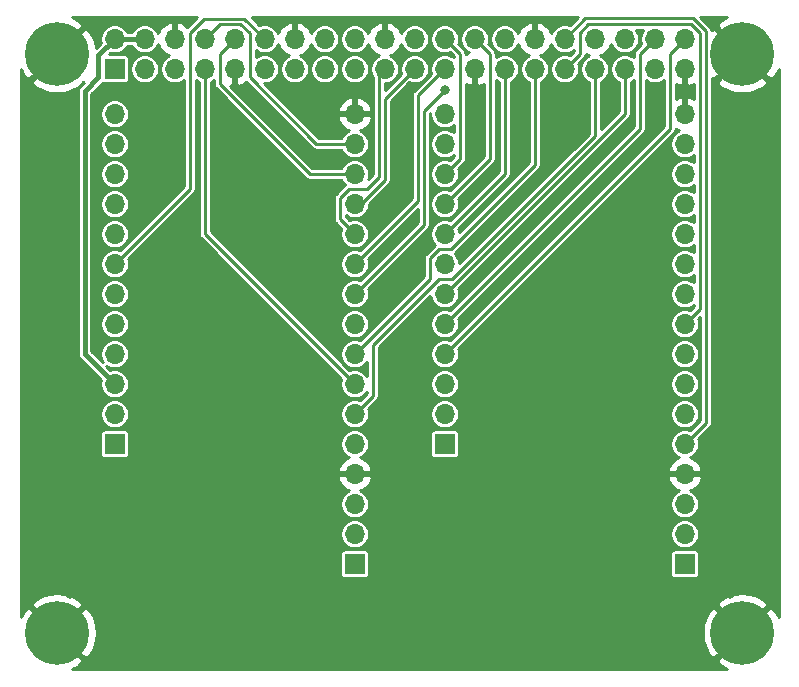
<source format=gbl>
%TF.GenerationSoftware,KiCad,Pcbnew,(5.1.6)-1*%
%TF.CreationDate,2020-08-17T20:49:59+02:00*%
%TF.ProjectId,PiToFeather,5069546f-4665-4617-9468-65722e6b6963,rev?*%
%TF.SameCoordinates,Original*%
%TF.FileFunction,Copper,L2,Bot*%
%TF.FilePolarity,Positive*%
%FSLAX46Y46*%
G04 Gerber Fmt 4.6, Leading zero omitted, Abs format (unit mm)*
G04 Created by KiCad (PCBNEW (5.1.6)-1) date 2020-08-17 20:49:59*
%MOMM*%
%LPD*%
G01*
G04 APERTURE LIST*
%TA.AperFunction,ComponentPad*%
%ADD10C,5.400000*%
%TD*%
%TA.AperFunction,ComponentPad*%
%ADD11O,1.700000X1.700000*%
%TD*%
%TA.AperFunction,ComponentPad*%
%ADD12R,1.700000X1.700000*%
%TD*%
%TA.AperFunction,ViaPad*%
%ADD13C,0.800000*%
%TD*%
%TA.AperFunction,Conductor*%
%ADD14C,0.250000*%
%TD*%
%TA.AperFunction,Conductor*%
%ADD15C,0.400000*%
%TD*%
%TA.AperFunction,Conductor*%
%ADD16C,0.254000*%
%TD*%
G04 APERTURE END LIST*
D10*
%TO.P,H4,1*%
%TO.N,GND*%
X97480000Y-128700000D03*
%TD*%
%TO.P,H3,1*%
%TO.N,GND*%
X155480000Y-128700000D03*
%TD*%
%TO.P,H2,1*%
%TO.N,GND*%
X155480000Y-79700000D03*
%TD*%
%TO.P,H1,1*%
%TO.N,GND*%
X97480000Y-79700000D03*
%TD*%
D11*
%TO.P,U1,40*%
%TO.N,PCM_DOUT*%
X150610000Y-78430000D03*
%TO.P,U1,39*%
%TO.N,GND*%
X150610000Y-80970000D03*
%TO.P,U1,38*%
%TO.N,PCM_DIN*%
X148070000Y-78430000D03*
%TO.P,U1,37*%
%TO.N,N/C*%
X148070000Y-80970000D03*
%TO.P,U1,36*%
X145530000Y-78430000D03*
%TO.P,U1,35*%
%TO.N,PCM_FS*%
X145530000Y-80970000D03*
%TO.P,U1,34*%
%TO.N,GND*%
X142990000Y-78430000D03*
%TO.P,U1,33*%
%TO.N,PWM1*%
X142990000Y-80970000D03*
%TO.P,U1,32*%
%TO.N,PWM0*%
X140450000Y-78430000D03*
%TO.P,U1,31*%
%TO.N,CLK2*%
X140450000Y-80970000D03*
%TO.P,U1,30*%
%TO.N,GND*%
X137910000Y-78430000D03*
%TO.P,U1,29*%
%TO.N,CLK1*%
X137910000Y-80970000D03*
%TO.P,U1,28*%
%TO.N,ID_SC*%
X135370000Y-78430000D03*
%TO.P,U1,27*%
%TO.N,ID_SD*%
X135370000Y-80970000D03*
%TO.P,U1,26*%
%TO.N,CE1*%
X132830000Y-78430000D03*
%TO.P,U1,25*%
%TO.N,GND*%
X132830000Y-80970000D03*
%TO.P,U1,24*%
%TO.N,CE0*%
X130290000Y-78430000D03*
%TO.P,U1,23*%
%TO.N,SCK*%
X130290000Y-80970000D03*
%TO.P,U1,22*%
%TO.N,N/C*%
X127750000Y-78430000D03*
%TO.P,U1,21*%
%TO.N,MISO*%
X127750000Y-80970000D03*
%TO.P,U1,20*%
%TO.N,GND*%
X125210000Y-78430000D03*
%TO.P,U1,19*%
%TO.N,MOSI*%
X125210000Y-80970000D03*
%TO.P,U1,18*%
%TO.N,N/C*%
X122670000Y-78430000D03*
%TO.P,U1,17*%
%TO.N,+3V3*%
X122670000Y-80970000D03*
%TO.P,U1,16*%
%TO.N,N/C*%
X120130000Y-78430000D03*
%TO.P,U1,15*%
X120130000Y-80970000D03*
%TO.P,U1,14*%
%TO.N,GND*%
X117590000Y-78430000D03*
%TO.P,U1,13*%
%TO.N,N/C*%
X117590000Y-80970000D03*
%TO.P,U1,12*%
%TO.N,PCM_CLK*%
X115050000Y-78430000D03*
%TO.P,U1,11*%
%TO.N,N/C*%
X115050000Y-80970000D03*
%TO.P,U1,10*%
%TO.N,RX*%
X112510000Y-78430000D03*
%TO.P,U1,9*%
%TO.N,GND*%
X112510000Y-80970000D03*
%TO.P,U1,8*%
%TO.N,TX*%
X109970000Y-78430000D03*
%TO.P,U1,7*%
%TO.N,CLK0*%
X109970000Y-80970000D03*
%TO.P,U1,6*%
%TO.N,GND*%
X107430000Y-78430000D03*
%TO.P,U1,5*%
%TO.N,SCL*%
X107430000Y-80970000D03*
%TO.P,U1,4*%
%TO.N,+5V*%
X104890000Y-78430000D03*
%TO.P,U1,3*%
%TO.N,SDA*%
X104890000Y-80970000D03*
%TO.P,U1,2*%
%TO.N,+5V*%
X102350000Y-78430000D03*
D12*
%TO.P,U1,1*%
%TO.N,+3V3*%
X102350000Y-80970000D03*
%TD*%
D11*
%TO.P,U4,12*%
%TO.N,SDA*%
X130290000Y-84780000D03*
%TO.P,U4,11*%
%TO.N,SCL*%
X130290000Y-87320000D03*
%TO.P,U4,10*%
%TO.N,CE0*%
X130290000Y-89860000D03*
%TO.P,U4,9*%
%TO.N,CE1*%
X130290000Y-92400000D03*
%TO.P,U4,8*%
%TO.N,ID_SD*%
X130290000Y-94940000D03*
%TO.P,U4,7*%
%TO.N,PCM_CLK*%
X130290000Y-97480000D03*
%TO.P,U4,6*%
%TO.N,PCM_FS*%
X130290000Y-100020000D03*
%TO.P,U4,5*%
%TO.N,PCM_DIN*%
X130290000Y-102560000D03*
%TO.P,U4,4*%
%TO.N,PCM_DOUT*%
X130290000Y-105100000D03*
%TO.P,U4,3*%
%TO.N,+5V*%
X130290000Y-107640000D03*
%TO.P,U4,2*%
%TO.N,N/C*%
X130290000Y-110180000D03*
D12*
%TO.P,U4,1*%
X130290000Y-112720000D03*
%TD*%
D11*
%TO.P,U5,16*%
%TO.N,GND*%
X150610000Y-84780000D03*
%TO.P,U5,15*%
%TO.N,TX*%
X150610000Y-87320000D03*
%TO.P,U5,14*%
%TO.N,RX*%
X150610000Y-89860000D03*
%TO.P,U5,13*%
%TO.N,MISO*%
X150610000Y-92400000D03*
%TO.P,U5,12*%
%TO.N,MOSI*%
X150610000Y-94940000D03*
%TO.P,U5,11*%
%TO.N,SCK*%
X150610000Y-97480000D03*
%TO.P,U5,10*%
%TO.N,ID_SC*%
X150610000Y-100020000D03*
%TO.P,U5,9*%
%TO.N,CLK2*%
X150610000Y-102560000D03*
%TO.P,U5,8*%
%TO.N,CLK1*%
X150610000Y-105100000D03*
%TO.P,U5,7*%
%TO.N,CLK0*%
X150610000Y-107640000D03*
%TO.P,U5,6*%
%TO.N,PWM1*%
X150610000Y-110180000D03*
%TO.P,U5,5*%
%TO.N,PWM0*%
X150610000Y-112720000D03*
%TO.P,U5,4*%
%TO.N,GND*%
X150610000Y-115260000D03*
%TO.P,U5,3*%
%TO.N,N/C*%
X150610000Y-117800000D03*
%TO.P,U5,2*%
%TO.N,+3V3*%
X150610000Y-120340000D03*
D12*
%TO.P,U5,1*%
%TO.N,N/C*%
X150610000Y-122880000D03*
%TD*%
D11*
%TO.P,U3,16*%
%TO.N,GND*%
X122670000Y-84780000D03*
%TO.P,U3,15*%
%TO.N,TX*%
X122670000Y-87320000D03*
%TO.P,U3,14*%
%TO.N,RX*%
X122670000Y-89860000D03*
%TO.P,U3,13*%
%TO.N,MISO*%
X122670000Y-92400000D03*
%TO.P,U3,12*%
%TO.N,MOSI*%
X122670000Y-94940000D03*
%TO.P,U3,11*%
%TO.N,SCK*%
X122670000Y-97480000D03*
%TO.P,U3,10*%
%TO.N,ID_SC*%
X122670000Y-100020000D03*
%TO.P,U3,9*%
%TO.N,CLK2*%
X122670000Y-102560000D03*
%TO.P,U3,8*%
%TO.N,CLK1*%
X122670000Y-105100000D03*
%TO.P,U3,7*%
%TO.N,CLK0*%
X122670000Y-107640000D03*
%TO.P,U3,6*%
%TO.N,PWM1*%
X122670000Y-110180000D03*
%TO.P,U3,5*%
%TO.N,PWM0*%
X122670000Y-112720000D03*
%TO.P,U3,4*%
%TO.N,GND*%
X122670000Y-115260000D03*
%TO.P,U3,3*%
%TO.N,N/C*%
X122670000Y-117800000D03*
%TO.P,U3,2*%
%TO.N,+3V3*%
X122670000Y-120340000D03*
D12*
%TO.P,U3,1*%
%TO.N,N/C*%
X122670000Y-122880000D03*
%TD*%
D11*
%TO.P,U2,12*%
%TO.N,SDA*%
X102350000Y-84780000D03*
%TO.P,U2,11*%
%TO.N,SCL*%
X102350000Y-87320000D03*
%TO.P,U2,10*%
%TO.N,CE0*%
X102350000Y-89860000D03*
%TO.P,U2,9*%
%TO.N,CE1*%
X102350000Y-92400000D03*
%TO.P,U2,8*%
%TO.N,ID_SD*%
X102350000Y-94940000D03*
%TO.P,U2,7*%
%TO.N,PCM_CLK*%
X102350000Y-97480000D03*
%TO.P,U2,6*%
%TO.N,PCM_FS*%
X102350000Y-100020000D03*
%TO.P,U2,5*%
%TO.N,PCM_DIN*%
X102350000Y-102560000D03*
%TO.P,U2,4*%
%TO.N,PCM_DOUT*%
X102350000Y-105100000D03*
%TO.P,U2,3*%
%TO.N,+5V*%
X102350000Y-107640000D03*
%TO.P,U2,2*%
%TO.N,N/C*%
X102350000Y-110180000D03*
D12*
%TO.P,U2,1*%
X102350000Y-112720000D03*
%TD*%
D13*
%TO.N,GND*%
X144260000Y-89860000D03*
X141720000Y-89860000D03*
X134100000Y-89860000D03*
X144260000Y-92400000D03*
X141720000Y-92400000D03*
X139180000Y-92400000D03*
X144260000Y-94940000D03*
X141720000Y-94940000D03*
X139180000Y-94940000D03*
X136640000Y-94940000D03*
X144260000Y-84780000D03*
X141720000Y-84780000D03*
X139180000Y-84780000D03*
X136640000Y-84780000D03*
X132830000Y-84780000D03*
X132830000Y-87320000D03*
X136640000Y-87320000D03*
X139180000Y-87320000D03*
X144260000Y-87320000D03*
X144260000Y-97480000D03*
X141720000Y-97480000D03*
X146800000Y-89860000D03*
X146800000Y-92400000D03*
X146800000Y-94940000D03*
X146800000Y-97480000D03*
X146800000Y-100020000D03*
X144260000Y-100020000D03*
X141720000Y-100020000D03*
X139180000Y-100020000D03*
X139180000Y-97480000D03*
X136640000Y-97480000D03*
X136640000Y-100020000D03*
X134100000Y-100020000D03*
X146800000Y-102560000D03*
X144260000Y-102560000D03*
X141720000Y-102560000D03*
X139180000Y-102560000D03*
X136640000Y-102560000D03*
X134100000Y-102560000D03*
X146800000Y-105100000D03*
X144260000Y-105100000D03*
X141720000Y-105100000D03*
X139180000Y-105100000D03*
X136640000Y-105100000D03*
X134100000Y-105100000D03*
X146800000Y-107640000D03*
X144260000Y-107640000D03*
X141720000Y-107640000D03*
X139180000Y-107640000D03*
X136640000Y-107640000D03*
X134100000Y-107640000D03*
X146800000Y-110180000D03*
X144260000Y-110180000D03*
X141720000Y-110180000D03*
X139180000Y-110180000D03*
X136640000Y-110180000D03*
X134100000Y-110180000D03*
X146800000Y-112720000D03*
X144260000Y-112720000D03*
X141720000Y-112720000D03*
X139180000Y-112720000D03*
X136640000Y-112720000D03*
X134100000Y-112720000D03*
X146800000Y-115260000D03*
X144260000Y-115260000D03*
X141720000Y-115260000D03*
X139180000Y-115260000D03*
X136640000Y-115260000D03*
X134100000Y-115260000D03*
X134100000Y-117800000D03*
X136640000Y-117800000D03*
X139180000Y-117800000D03*
X141720000Y-117800000D03*
X144260000Y-117800000D03*
X146800000Y-117800000D03*
X146800000Y-122880000D03*
X144260000Y-122880000D03*
X141720000Y-122880000D03*
X139180000Y-122880000D03*
X136640000Y-122880000D03*
X134100000Y-122880000D03*
X131560000Y-117800000D03*
X129020000Y-117800000D03*
X126480000Y-117800000D03*
X126480000Y-115260000D03*
X129020000Y-115260000D03*
X131560000Y-115260000D03*
X131560000Y-122880000D03*
X129020000Y-122880000D03*
X126480000Y-122880000D03*
X118352000Y-84780000D03*
X115812000Y-84780000D03*
X111240000Y-84780000D03*
X111240000Y-87320000D03*
X106160000Y-84780000D03*
X106160000Y-87320000D03*
X106160000Y-89860000D03*
X111240000Y-89860000D03*
X113780000Y-87320000D03*
X113780000Y-89860000D03*
X116320000Y-89860000D03*
X118860000Y-92400000D03*
X116320000Y-92400000D03*
X113780000Y-92400000D03*
X111240000Y-92400000D03*
X106160000Y-92400000D03*
X106160000Y-94940000D03*
X111240000Y-94940000D03*
X113780000Y-94940000D03*
X116320000Y-94940000D03*
X118860000Y-94940000D03*
X118860000Y-97480000D03*
X116320000Y-97480000D03*
X113780000Y-97480000D03*
X111240000Y-97480000D03*
X108700000Y-97480000D03*
X106160000Y-97480000D03*
X106160000Y-100020000D03*
X108700000Y-100020000D03*
X111240000Y-100020000D03*
X113780000Y-100020000D03*
X116320000Y-100020000D03*
X118860000Y-100020000D03*
X118860000Y-102560000D03*
X116320000Y-102560000D03*
X113780000Y-102560000D03*
X111240000Y-102560000D03*
X108700000Y-102560000D03*
X106160000Y-102560000D03*
X106160000Y-105100000D03*
X108700000Y-105100000D03*
X111240000Y-105100000D03*
X113780000Y-105100000D03*
X116320000Y-105100000D03*
X118860000Y-105100000D03*
X126480000Y-97480000D03*
X126480000Y-100020000D03*
X126480000Y-105100000D03*
X126480000Y-107640000D03*
X126480000Y-110180000D03*
X126480000Y-112720000D03*
X126480000Y-92400000D03*
X126480000Y-94940000D03*
X126480000Y-89860000D03*
X126480000Y-87320000D03*
X126480000Y-84780000D03*
X146800000Y-120340000D03*
X144260000Y-120340000D03*
X141720000Y-120340000D03*
X139180000Y-120340000D03*
X136640000Y-120340000D03*
X134100000Y-120340000D03*
X131560000Y-120340000D03*
X129020000Y-120340000D03*
X126480000Y-120340000D03*
X118860000Y-107640000D03*
X116320000Y-107640000D03*
X113780000Y-107640000D03*
X111240000Y-107640000D03*
X108700000Y-107640000D03*
X106160000Y-107640000D03*
X118860000Y-110180000D03*
X116320000Y-110180000D03*
X113780000Y-110180000D03*
X111240000Y-110180000D03*
X108700000Y-110180000D03*
X108700000Y-112720000D03*
X111240000Y-112720000D03*
X113780000Y-112720000D03*
X116320000Y-112720000D03*
X118860000Y-112720000D03*
X118860000Y-115260000D03*
X116320000Y-115260000D03*
X113780000Y-115260000D03*
X111240000Y-115260000D03*
X108700000Y-115260000D03*
X106160000Y-110180000D03*
X106160000Y-112720000D03*
X106160000Y-115260000D03*
X106160000Y-117800000D03*
X108700000Y-117800000D03*
X111240000Y-117800000D03*
X113780000Y-117800000D03*
X116320000Y-117800000D03*
X118860000Y-117800000D03*
X118860000Y-120340000D03*
X116320000Y-120340000D03*
X113780000Y-120340000D03*
X111240000Y-120340000D03*
X108700000Y-120340000D03*
X118860000Y-122880000D03*
X116320000Y-122880000D03*
X113780000Y-122880000D03*
X111240000Y-122880000D03*
X108700000Y-122880000D03*
X116320000Y-125420000D03*
X118860000Y-125420000D03*
X111240000Y-125420000D03*
X108700000Y-125420000D03*
X113780000Y-125420000D03*
X111240000Y-127960000D03*
X116320000Y-127960000D03*
X118860000Y-127960000D03*
X113780000Y-127960000D03*
X108700000Y-127960000D03*
X111240000Y-130500000D03*
X118860000Y-130500000D03*
X116320000Y-130500000D03*
X113780000Y-130500000D03*
X108700000Y-130500000D03*
X123940000Y-125420000D03*
X129020000Y-125420000D03*
X131560000Y-125420000D03*
X126480000Y-125420000D03*
X121400000Y-125420000D03*
X123940000Y-127960000D03*
X131560000Y-127960000D03*
X129020000Y-127960000D03*
X126480000Y-127960000D03*
X121400000Y-127960000D03*
X126480000Y-130500000D03*
X121400000Y-130500000D03*
X123940000Y-130500000D03*
X131560000Y-130500000D03*
X129020000Y-130500000D03*
X134100000Y-125420000D03*
X136640000Y-125420000D03*
X139180000Y-125420000D03*
X141720000Y-125420000D03*
X144260000Y-125420000D03*
X144260000Y-127960000D03*
X134100000Y-127960000D03*
X136640000Y-127960000D03*
X139180000Y-127960000D03*
X141720000Y-127960000D03*
X141720000Y-130500000D03*
X144260000Y-130500000D03*
X136640000Y-130500000D03*
X134100000Y-130500000D03*
X139180000Y-130500000D03*
X146800000Y-125420000D03*
X146800000Y-127960000D03*
X146800000Y-130500000D03*
X149340000Y-130500000D03*
X149340000Y-127960000D03*
X149340000Y-125420000D03*
X151880000Y-125420000D03*
X151880000Y-127960000D03*
X151880000Y-130500000D03*
X154420000Y-125420000D03*
X154420000Y-122880000D03*
X154420000Y-120340000D03*
X156960000Y-122880000D03*
X156960000Y-125420000D03*
X156960000Y-120340000D03*
X156960000Y-115260000D03*
X156960000Y-112720000D03*
X156960000Y-117800000D03*
X154420000Y-112720000D03*
X154420000Y-115260000D03*
X154420000Y-117800000D03*
X154420000Y-105100000D03*
X154420000Y-110180000D03*
X154420000Y-107640000D03*
X156960000Y-107640000D03*
X156960000Y-105100000D03*
X156960000Y-110180000D03*
X156960000Y-102560000D03*
X156960000Y-100020000D03*
X156960000Y-97480000D03*
X154420000Y-100020000D03*
X154420000Y-102560000D03*
X154420000Y-97480000D03*
X154420000Y-94940000D03*
X154420000Y-89860000D03*
X154420000Y-92400000D03*
X156960000Y-89860000D03*
X156960000Y-94940000D03*
X156960000Y-92400000D03*
X154420000Y-84780000D03*
X154420000Y-87320000D03*
X156960000Y-87320000D03*
X156960000Y-84780000D03*
X106160000Y-125420000D03*
X106160000Y-122880000D03*
X106160000Y-130500000D03*
X106160000Y-127960000D03*
X103620000Y-125420000D03*
X103620000Y-122880000D03*
X103620000Y-130500000D03*
X103620000Y-127960000D03*
X98540000Y-120340000D03*
X98540000Y-117800000D03*
X98540000Y-125420000D03*
X98540000Y-122880000D03*
X96000000Y-122880000D03*
X96000000Y-120340000D03*
X96000000Y-125420000D03*
X96000000Y-117800000D03*
X96000000Y-110180000D03*
X96000000Y-107640000D03*
X96000000Y-112720000D03*
X96000000Y-115260000D03*
X98540000Y-110180000D03*
X98540000Y-115260000D03*
X98540000Y-112720000D03*
X98540000Y-107640000D03*
X98540000Y-102560000D03*
X98540000Y-97480000D03*
X98540000Y-100020000D03*
X98540000Y-105100000D03*
X96000000Y-102560000D03*
X96000000Y-100020000D03*
X96000000Y-105100000D03*
X96000000Y-97480000D03*
X96000000Y-94940000D03*
X96000000Y-92400000D03*
X98540000Y-92400000D03*
X98540000Y-89860000D03*
X98540000Y-94940000D03*
X96000000Y-87320000D03*
X96000000Y-84780000D03*
X96000000Y-89860000D03*
X98540000Y-84780000D03*
X98540000Y-87320000D03*
X103620000Y-120340000D03*
X101080000Y-125420000D03*
X101080000Y-122880000D03*
X101080000Y-120340000D03*
X101080000Y-117800000D03*
X101080000Y-127960000D03*
X101080000Y-130500000D03*
X103620000Y-77160000D03*
X106160000Y-77160000D03*
X116320000Y-77160000D03*
X118860000Y-77160000D03*
X121400000Y-77160000D03*
X123940000Y-77160000D03*
X126480000Y-77160000D03*
X129020000Y-77160000D03*
X131560000Y-77160000D03*
X134100000Y-77160000D03*
X136640000Y-77160000D03*
X139180000Y-77160000D03*
X139180000Y-79700000D03*
X136640000Y-79700000D03*
X144260000Y-79700000D03*
X123940000Y-79700000D03*
X121400000Y-79700000D03*
X118860000Y-79700000D03*
X116320000Y-79700000D03*
X126480000Y-79700000D03*
X129020000Y-79700000D03*
X103620000Y-115260000D03*
X102350000Y-129230000D03*
X104890000Y-129230000D03*
X107430000Y-129230000D03*
X109970000Y-129230000D03*
X112510000Y-129230000D03*
X115050000Y-129230000D03*
X117590000Y-129230000D03*
X120130000Y-129230000D03*
X122670000Y-129230000D03*
X125210000Y-129230000D03*
X127750000Y-129230000D03*
X130290000Y-129230000D03*
X132830000Y-129230000D03*
X135370000Y-129230000D03*
X137910000Y-129230000D03*
X140450000Y-129230000D03*
X142990000Y-129230000D03*
X145530000Y-129230000D03*
X148070000Y-129230000D03*
X150610000Y-129230000D03*
X155690000Y-124150000D03*
X155690000Y-121610000D03*
X155690000Y-119070000D03*
X155690000Y-116530000D03*
X155690000Y-113990000D03*
X155690000Y-111450000D03*
X155690000Y-108910000D03*
X155690000Y-106370000D03*
X155690000Y-103830000D03*
X155690000Y-101290000D03*
X155690000Y-98750000D03*
X155690000Y-96210000D03*
X155690000Y-93670000D03*
X155690000Y-91130000D03*
X155690000Y-88590000D03*
X155690000Y-86050000D03*
X155690000Y-83510000D03*
X97270000Y-124150000D03*
X97270000Y-121610000D03*
X97270000Y-119070000D03*
X97270000Y-116530000D03*
X97270000Y-113990000D03*
X97270000Y-111450000D03*
X97270000Y-108910000D03*
X97270000Y-106370000D03*
X97270000Y-103830000D03*
X97270000Y-101290000D03*
X97270000Y-98750000D03*
X97270000Y-96210000D03*
X97270000Y-93670000D03*
X97270000Y-91130000D03*
X97270000Y-88590000D03*
X97270000Y-86050000D03*
X97270000Y-83510000D03*
X127242000Y-102560000D03*
X118352000Y-87320000D03*
%TO.N,ID_SC*%
X130290000Y-82748000D03*
%TD*%
D14*
%TO.N,PCM_DOUT*%
X149340000Y-86050000D02*
X130290000Y-105100000D01*
X150610000Y-78430000D02*
X149340000Y-79700000D01*
X149340000Y-79700000D02*
X149340000Y-86050000D01*
%TO.N,PCM_DIN*%
X148070000Y-78430000D02*
X146800000Y-79700000D01*
X146800000Y-86050000D02*
X130290000Y-102560000D01*
X146800000Y-79700000D02*
X146800000Y-86050000D01*
%TO.N,PCM_FS*%
X145530000Y-84780000D02*
X130290000Y-100020000D01*
X145530000Y-80970000D02*
X145530000Y-84780000D01*
%TO.N,PWM1*%
X124194000Y-108656000D02*
X122670000Y-110180000D01*
X142990000Y-80970000D02*
X142990000Y-86683590D01*
X130923590Y-98750000D02*
X129782000Y-98750000D01*
X142990000Y-86683590D02*
X130923590Y-98750000D01*
X124194000Y-104338000D02*
X124194000Y-108656000D01*
X129782000Y-98750000D02*
X124194000Y-104338000D01*
%TO.N,PWM0*%
X152400000Y-110930000D02*
X150610000Y-112720000D01*
X151302411Y-76708000D02*
X152400000Y-77805589D01*
X140450000Y-78430000D02*
X142172000Y-76708000D01*
X152400000Y-77805589D02*
X152400000Y-110930000D01*
X142172000Y-76708000D02*
X151302411Y-76708000D01*
%TO.N,CLK2*%
X151892000Y-101278000D02*
X150610000Y-102560000D01*
X151892000Y-77934000D02*
X151892000Y-101278000D01*
X141720000Y-79700000D02*
X141720000Y-77922000D01*
X141720000Y-77922000D02*
X142426000Y-77216000D01*
X140450000Y-80970000D02*
X141720000Y-79700000D01*
X142426000Y-77216000D02*
X151174000Y-77216000D01*
X151174000Y-77216000D02*
X151892000Y-77934000D01*
%TO.N,CLK1*%
X129020000Y-98750000D02*
X122670000Y-105100000D01*
X137910000Y-89098000D02*
X130798000Y-96210000D01*
X137910000Y-80970000D02*
X137910000Y-89098000D01*
X130798000Y-96210000D02*
X129820998Y-96210000D01*
X129820998Y-96210000D02*
X129020000Y-97010998D01*
X129020000Y-97010998D02*
X129020000Y-98750000D01*
%TO.N,ID_SC*%
X128512000Y-84526000D02*
X130290000Y-82748000D01*
X122670000Y-100020000D02*
X128512000Y-94178000D01*
X128512000Y-94178000D02*
X128512000Y-84526000D01*
%TO.N,ID_SD*%
X135370000Y-89860000D02*
X130290000Y-94940000D01*
X135370000Y-80970000D02*
X135370000Y-89860000D01*
%TO.N,CE1*%
X134100000Y-88590000D02*
X130290000Y-92400000D01*
X132830000Y-78430000D02*
X134100000Y-79700000D01*
X134100000Y-79700000D02*
X134100000Y-88590000D01*
%TO.N,CE0*%
X130290000Y-89860000D02*
X131578999Y-88571001D01*
X131560000Y-88590000D02*
X130290000Y-89860000D01*
X130290000Y-78430000D02*
X131560000Y-79700000D01*
X131560000Y-79700000D02*
X131560000Y-88590000D01*
%TO.N,SCK*%
X130232996Y-80970000D02*
X130290000Y-80970000D01*
X128004000Y-83198996D02*
X130232996Y-80970000D01*
X122670000Y-97480000D02*
X128004000Y-92146000D01*
X128004000Y-92146000D02*
X128004000Y-83198996D01*
%TO.N,MISO*%
X123178000Y-92400000D02*
X122670000Y-92400000D01*
X125210000Y-90368000D02*
X123178000Y-92400000D01*
X127750000Y-80970000D02*
X125210000Y-83510000D01*
X125210000Y-83510000D02*
X125210000Y-90368000D01*
%TO.N,MOSI*%
X121400000Y-93670000D02*
X122670000Y-94940000D01*
X121400000Y-91911499D02*
X121400000Y-93670000D01*
X124702000Y-81478000D02*
X124702000Y-90114000D01*
X124702000Y-90114000D02*
X123686000Y-91130000D01*
X125210000Y-80970000D02*
X124702000Y-81478000D01*
X123686000Y-91130000D02*
X122181499Y-91130000D01*
X122181499Y-91130000D02*
X121400000Y-91911499D01*
%TO.N,PCM_CLK*%
X109951009Y-76709989D02*
X108700000Y-77960998D01*
X108700000Y-77960998D02*
X108700000Y-91130000D01*
X103199999Y-96630001D02*
X102350000Y-97480000D01*
X108700000Y-91130000D02*
X103199999Y-96630001D01*
X115050000Y-78430000D02*
X113329989Y-76709989D01*
X113329989Y-76709989D02*
X109951009Y-76709989D01*
%TO.N,RX*%
X111240000Y-79700000D02*
X112510000Y-78430000D01*
X111240000Y-82240000D02*
X111240000Y-79700000D01*
X122670000Y-89860000D02*
X118860000Y-89860000D01*
X118860000Y-89860000D02*
X111240000Y-82240000D01*
%TO.N,TX*%
X111240000Y-77160000D02*
X109970000Y-78430000D01*
X119425002Y-87320000D02*
X113780000Y-81674998D01*
X122670000Y-87320000D02*
X119425002Y-87320000D01*
X113780000Y-81674998D02*
X113780000Y-77960998D01*
X113780000Y-77960998D02*
X112979002Y-77160000D01*
X112979002Y-77160000D02*
X111240000Y-77160000D01*
%TO.N,CLK0*%
X109970000Y-94940000D02*
X109970000Y-80970000D01*
X122670000Y-107640000D02*
X109970000Y-94940000D01*
D15*
%TO.N,+5V*%
X104890000Y-78430000D02*
X102350000Y-78430000D01*
X102350000Y-107640000D02*
X99810000Y-105100000D01*
X99810000Y-105100000D02*
X99810000Y-82870000D01*
X102350000Y-78430000D02*
X100980000Y-79800000D01*
X99810000Y-82870000D02*
X100980000Y-81700000D01*
X100980000Y-79800000D02*
X100980000Y-81700000D01*
%TD*%
D16*
%TO.N,GND*%
G36*
X108516893Y-77428513D02*
G01*
X108430269Y-77332412D01*
X108196920Y-77158359D01*
X107934099Y-77033175D01*
X107786890Y-76988524D01*
X107557000Y-77109845D01*
X107557000Y-78303000D01*
X107577000Y-78303000D01*
X107577000Y-78557000D01*
X107557000Y-78557000D01*
X107557000Y-78577000D01*
X107303000Y-78577000D01*
X107303000Y-78557000D01*
X107283000Y-78557000D01*
X107283000Y-78303000D01*
X107303000Y-78303000D01*
X107303000Y-77109845D01*
X107073110Y-76988524D01*
X106925901Y-77033175D01*
X106663080Y-77158359D01*
X106429731Y-77332412D01*
X106234822Y-77548645D01*
X106085843Y-77798748D01*
X106028228Y-77961168D01*
X105980898Y-77846903D01*
X105846180Y-77645283D01*
X105674717Y-77473820D01*
X105473097Y-77339102D01*
X105249069Y-77246307D01*
X105011243Y-77199000D01*
X104768757Y-77199000D01*
X104530931Y-77246307D01*
X104306903Y-77339102D01*
X104105283Y-77473820D01*
X103933820Y-77645283D01*
X103799102Y-77846903D01*
X103798233Y-77849000D01*
X103441767Y-77849000D01*
X103440898Y-77846903D01*
X103306180Y-77645283D01*
X103134717Y-77473820D01*
X102933097Y-77339102D01*
X102709069Y-77246307D01*
X102471243Y-77199000D01*
X102228757Y-77199000D01*
X101990931Y-77246307D01*
X101766903Y-77339102D01*
X101565283Y-77473820D01*
X101393820Y-77645283D01*
X101259102Y-77846903D01*
X101166307Y-78070931D01*
X101119000Y-78308757D01*
X101119000Y-78551243D01*
X101166307Y-78789069D01*
X101167176Y-78791167D01*
X100780027Y-79178316D01*
X100767634Y-79050707D01*
X100577792Y-78421797D01*
X100268904Y-77842008D01*
X100263828Y-77834411D01*
X99825374Y-77534231D01*
X97659605Y-79700000D01*
X97673748Y-79714143D01*
X97494143Y-79893748D01*
X97480000Y-79879605D01*
X95314231Y-82045374D01*
X95614411Y-82483828D01*
X96193356Y-82794296D01*
X96821746Y-82985852D01*
X97475431Y-83051134D01*
X98129293Y-82987634D01*
X98758203Y-82797792D01*
X99337992Y-82488904D01*
X99345589Y-82483828D01*
X99645768Y-82045376D01*
X99729367Y-82128975D01*
X99419355Y-82438988D01*
X99397184Y-82457183D01*
X99345475Y-82520191D01*
X99324579Y-82545653D01*
X99270629Y-82646586D01*
X99237407Y-82756105D01*
X99226189Y-82870000D01*
X99229001Y-82898550D01*
X99229000Y-105071460D01*
X99226189Y-105100000D01*
X99229000Y-105128539D01*
X99237407Y-105213895D01*
X99270629Y-105323414D01*
X99324579Y-105424347D01*
X99397183Y-105512817D01*
X99419360Y-105531017D01*
X101167176Y-107278834D01*
X101166307Y-107280931D01*
X101119000Y-107518757D01*
X101119000Y-107761243D01*
X101166307Y-107999069D01*
X101259102Y-108223097D01*
X101393820Y-108424717D01*
X101565283Y-108596180D01*
X101766903Y-108730898D01*
X101990931Y-108823693D01*
X102228757Y-108871000D01*
X102471243Y-108871000D01*
X102709069Y-108823693D01*
X102933097Y-108730898D01*
X103134717Y-108596180D01*
X103306180Y-108424717D01*
X103440898Y-108223097D01*
X103533693Y-107999069D01*
X103581000Y-107761243D01*
X103581000Y-107518757D01*
X103533693Y-107280931D01*
X103440898Y-107056903D01*
X103306180Y-106855283D01*
X103134717Y-106683820D01*
X102933097Y-106549102D01*
X102709069Y-106456307D01*
X102471243Y-106409000D01*
X102228757Y-106409000D01*
X101990931Y-106456307D01*
X101988834Y-106457176D01*
X101633255Y-106101597D01*
X101766903Y-106190898D01*
X101990931Y-106283693D01*
X102228757Y-106331000D01*
X102471243Y-106331000D01*
X102709069Y-106283693D01*
X102933097Y-106190898D01*
X103134717Y-106056180D01*
X103306180Y-105884717D01*
X103440898Y-105683097D01*
X103533693Y-105459069D01*
X103581000Y-105221243D01*
X103581000Y-104978757D01*
X103533693Y-104740931D01*
X103440898Y-104516903D01*
X103306180Y-104315283D01*
X103134717Y-104143820D01*
X102933097Y-104009102D01*
X102709069Y-103916307D01*
X102471243Y-103869000D01*
X102228757Y-103869000D01*
X101990931Y-103916307D01*
X101766903Y-104009102D01*
X101565283Y-104143820D01*
X101393820Y-104315283D01*
X101259102Y-104516903D01*
X101166307Y-104740931D01*
X101119000Y-104978757D01*
X101119000Y-105221243D01*
X101166307Y-105459069D01*
X101259102Y-105683097D01*
X101348403Y-105816746D01*
X100391000Y-104859343D01*
X100391000Y-102438757D01*
X101119000Y-102438757D01*
X101119000Y-102681243D01*
X101166307Y-102919069D01*
X101259102Y-103143097D01*
X101393820Y-103344717D01*
X101565283Y-103516180D01*
X101766903Y-103650898D01*
X101990931Y-103743693D01*
X102228757Y-103791000D01*
X102471243Y-103791000D01*
X102709069Y-103743693D01*
X102933097Y-103650898D01*
X103134717Y-103516180D01*
X103306180Y-103344717D01*
X103440898Y-103143097D01*
X103533693Y-102919069D01*
X103581000Y-102681243D01*
X103581000Y-102438757D01*
X103533693Y-102200931D01*
X103440898Y-101976903D01*
X103306180Y-101775283D01*
X103134717Y-101603820D01*
X102933097Y-101469102D01*
X102709069Y-101376307D01*
X102471243Y-101329000D01*
X102228757Y-101329000D01*
X101990931Y-101376307D01*
X101766903Y-101469102D01*
X101565283Y-101603820D01*
X101393820Y-101775283D01*
X101259102Y-101976903D01*
X101166307Y-102200931D01*
X101119000Y-102438757D01*
X100391000Y-102438757D01*
X100391000Y-99898757D01*
X101119000Y-99898757D01*
X101119000Y-100141243D01*
X101166307Y-100379069D01*
X101259102Y-100603097D01*
X101393820Y-100804717D01*
X101565283Y-100976180D01*
X101766903Y-101110898D01*
X101990931Y-101203693D01*
X102228757Y-101251000D01*
X102471243Y-101251000D01*
X102709069Y-101203693D01*
X102933097Y-101110898D01*
X103134717Y-100976180D01*
X103306180Y-100804717D01*
X103440898Y-100603097D01*
X103533693Y-100379069D01*
X103581000Y-100141243D01*
X103581000Y-99898757D01*
X103533693Y-99660931D01*
X103440898Y-99436903D01*
X103306180Y-99235283D01*
X103134717Y-99063820D01*
X102933097Y-98929102D01*
X102709069Y-98836307D01*
X102471243Y-98789000D01*
X102228757Y-98789000D01*
X101990931Y-98836307D01*
X101766903Y-98929102D01*
X101565283Y-99063820D01*
X101393820Y-99235283D01*
X101259102Y-99436903D01*
X101166307Y-99660931D01*
X101119000Y-99898757D01*
X100391000Y-99898757D01*
X100391000Y-94818757D01*
X101119000Y-94818757D01*
X101119000Y-95061243D01*
X101166307Y-95299069D01*
X101259102Y-95523097D01*
X101393820Y-95724717D01*
X101565283Y-95896180D01*
X101766903Y-96030898D01*
X101990931Y-96123693D01*
X102228757Y-96171000D01*
X102471243Y-96171000D01*
X102709069Y-96123693D01*
X102933097Y-96030898D01*
X103134717Y-95896180D01*
X103306180Y-95724717D01*
X103440898Y-95523097D01*
X103533693Y-95299069D01*
X103581000Y-95061243D01*
X103581000Y-94818757D01*
X103533693Y-94580931D01*
X103440898Y-94356903D01*
X103306180Y-94155283D01*
X103134717Y-93983820D01*
X102933097Y-93849102D01*
X102709069Y-93756307D01*
X102471243Y-93709000D01*
X102228757Y-93709000D01*
X101990931Y-93756307D01*
X101766903Y-93849102D01*
X101565283Y-93983820D01*
X101393820Y-94155283D01*
X101259102Y-94356903D01*
X101166307Y-94580931D01*
X101119000Y-94818757D01*
X100391000Y-94818757D01*
X100391000Y-92278757D01*
X101119000Y-92278757D01*
X101119000Y-92521243D01*
X101166307Y-92759069D01*
X101259102Y-92983097D01*
X101393820Y-93184717D01*
X101565283Y-93356180D01*
X101766903Y-93490898D01*
X101990931Y-93583693D01*
X102228757Y-93631000D01*
X102471243Y-93631000D01*
X102709069Y-93583693D01*
X102933097Y-93490898D01*
X103134717Y-93356180D01*
X103306180Y-93184717D01*
X103440898Y-92983097D01*
X103533693Y-92759069D01*
X103581000Y-92521243D01*
X103581000Y-92278757D01*
X103533693Y-92040931D01*
X103440898Y-91816903D01*
X103306180Y-91615283D01*
X103134717Y-91443820D01*
X102933097Y-91309102D01*
X102709069Y-91216307D01*
X102471243Y-91169000D01*
X102228757Y-91169000D01*
X101990931Y-91216307D01*
X101766903Y-91309102D01*
X101565283Y-91443820D01*
X101393820Y-91615283D01*
X101259102Y-91816903D01*
X101166307Y-92040931D01*
X101119000Y-92278757D01*
X100391000Y-92278757D01*
X100391000Y-89738757D01*
X101119000Y-89738757D01*
X101119000Y-89981243D01*
X101166307Y-90219069D01*
X101259102Y-90443097D01*
X101393820Y-90644717D01*
X101565283Y-90816180D01*
X101766903Y-90950898D01*
X101990931Y-91043693D01*
X102228757Y-91091000D01*
X102471243Y-91091000D01*
X102709069Y-91043693D01*
X102933097Y-90950898D01*
X103134717Y-90816180D01*
X103306180Y-90644717D01*
X103440898Y-90443097D01*
X103533693Y-90219069D01*
X103581000Y-89981243D01*
X103581000Y-89738757D01*
X103533693Y-89500931D01*
X103440898Y-89276903D01*
X103306180Y-89075283D01*
X103134717Y-88903820D01*
X102933097Y-88769102D01*
X102709069Y-88676307D01*
X102471243Y-88629000D01*
X102228757Y-88629000D01*
X101990931Y-88676307D01*
X101766903Y-88769102D01*
X101565283Y-88903820D01*
X101393820Y-89075283D01*
X101259102Y-89276903D01*
X101166307Y-89500931D01*
X101119000Y-89738757D01*
X100391000Y-89738757D01*
X100391000Y-87198757D01*
X101119000Y-87198757D01*
X101119000Y-87441243D01*
X101166307Y-87679069D01*
X101259102Y-87903097D01*
X101393820Y-88104717D01*
X101565283Y-88276180D01*
X101766903Y-88410898D01*
X101990931Y-88503693D01*
X102228757Y-88551000D01*
X102471243Y-88551000D01*
X102709069Y-88503693D01*
X102933097Y-88410898D01*
X103134717Y-88276180D01*
X103306180Y-88104717D01*
X103440898Y-87903097D01*
X103533693Y-87679069D01*
X103581000Y-87441243D01*
X103581000Y-87198757D01*
X103533693Y-86960931D01*
X103440898Y-86736903D01*
X103306180Y-86535283D01*
X103134717Y-86363820D01*
X102933097Y-86229102D01*
X102709069Y-86136307D01*
X102471243Y-86089000D01*
X102228757Y-86089000D01*
X101990931Y-86136307D01*
X101766903Y-86229102D01*
X101565283Y-86363820D01*
X101393820Y-86535283D01*
X101259102Y-86736903D01*
X101166307Y-86960931D01*
X101119000Y-87198757D01*
X100391000Y-87198757D01*
X100391000Y-84658757D01*
X101119000Y-84658757D01*
X101119000Y-84901243D01*
X101166307Y-85139069D01*
X101259102Y-85363097D01*
X101393820Y-85564717D01*
X101565283Y-85736180D01*
X101766903Y-85870898D01*
X101990931Y-85963693D01*
X102228757Y-86011000D01*
X102471243Y-86011000D01*
X102709069Y-85963693D01*
X102933097Y-85870898D01*
X103134717Y-85736180D01*
X103306180Y-85564717D01*
X103440898Y-85363097D01*
X103533693Y-85139069D01*
X103581000Y-84901243D01*
X103581000Y-84658757D01*
X103533693Y-84420931D01*
X103440898Y-84196903D01*
X103306180Y-83995283D01*
X103134717Y-83823820D01*
X102933097Y-83689102D01*
X102709069Y-83596307D01*
X102471243Y-83549000D01*
X102228757Y-83549000D01*
X101990931Y-83596307D01*
X101766903Y-83689102D01*
X101565283Y-83823820D01*
X101393820Y-83995283D01*
X101259102Y-84196903D01*
X101166307Y-84420931D01*
X101119000Y-84658757D01*
X100391000Y-84658757D01*
X100391000Y-83110657D01*
X101336852Y-82164806D01*
X101353492Y-82173701D01*
X101425311Y-82195487D01*
X101500000Y-82202843D01*
X103200000Y-82202843D01*
X103274689Y-82195487D01*
X103346508Y-82173701D01*
X103412696Y-82138322D01*
X103470711Y-82090711D01*
X103518322Y-82032696D01*
X103553701Y-81966508D01*
X103575487Y-81894689D01*
X103582843Y-81820000D01*
X103582843Y-80848757D01*
X103659000Y-80848757D01*
X103659000Y-81091243D01*
X103706307Y-81329069D01*
X103799102Y-81553097D01*
X103933820Y-81754717D01*
X104105283Y-81926180D01*
X104306903Y-82060898D01*
X104530931Y-82153693D01*
X104768757Y-82201000D01*
X105011243Y-82201000D01*
X105249069Y-82153693D01*
X105473097Y-82060898D01*
X105674717Y-81926180D01*
X105846180Y-81754717D01*
X105980898Y-81553097D01*
X106073693Y-81329069D01*
X106121000Y-81091243D01*
X106121000Y-80848757D01*
X106073693Y-80610931D01*
X105980898Y-80386903D01*
X105846180Y-80185283D01*
X105674717Y-80013820D01*
X105473097Y-79879102D01*
X105249069Y-79786307D01*
X105011243Y-79739000D01*
X104768757Y-79739000D01*
X104530931Y-79786307D01*
X104306903Y-79879102D01*
X104105283Y-80013820D01*
X103933820Y-80185283D01*
X103799102Y-80386903D01*
X103706307Y-80610931D01*
X103659000Y-80848757D01*
X103582843Y-80848757D01*
X103582843Y-80120000D01*
X103575487Y-80045311D01*
X103553701Y-79973492D01*
X103518322Y-79907304D01*
X103470711Y-79849289D01*
X103412696Y-79801678D01*
X103346508Y-79766299D01*
X103274689Y-79744513D01*
X103200000Y-79737157D01*
X101864500Y-79737157D01*
X101988833Y-79612824D01*
X101990931Y-79613693D01*
X102228757Y-79661000D01*
X102471243Y-79661000D01*
X102709069Y-79613693D01*
X102933097Y-79520898D01*
X103134717Y-79386180D01*
X103306180Y-79214717D01*
X103440898Y-79013097D01*
X103441767Y-79011000D01*
X103798233Y-79011000D01*
X103799102Y-79013097D01*
X103933820Y-79214717D01*
X104105283Y-79386180D01*
X104306903Y-79520898D01*
X104530931Y-79613693D01*
X104768757Y-79661000D01*
X105011243Y-79661000D01*
X105249069Y-79613693D01*
X105473097Y-79520898D01*
X105674717Y-79386180D01*
X105846180Y-79214717D01*
X105980898Y-79013097D01*
X106028228Y-78898832D01*
X106085843Y-79061252D01*
X106234822Y-79311355D01*
X106429731Y-79527588D01*
X106663080Y-79701641D01*
X106925901Y-79826825D01*
X106953154Y-79835091D01*
X106846903Y-79879102D01*
X106645283Y-80013820D01*
X106473820Y-80185283D01*
X106339102Y-80386903D01*
X106246307Y-80610931D01*
X106199000Y-80848757D01*
X106199000Y-81091243D01*
X106246307Y-81329069D01*
X106339102Y-81553097D01*
X106473820Y-81754717D01*
X106645283Y-81926180D01*
X106846903Y-82060898D01*
X107070931Y-82153693D01*
X107308757Y-82201000D01*
X107551243Y-82201000D01*
X107789069Y-82153693D01*
X108013097Y-82060898D01*
X108194000Y-81940022D01*
X108194001Y-90920407D01*
X102859783Y-96254626D01*
X102859777Y-96254631D01*
X102786166Y-96328242D01*
X102709069Y-96296307D01*
X102471243Y-96249000D01*
X102228757Y-96249000D01*
X101990931Y-96296307D01*
X101766903Y-96389102D01*
X101565283Y-96523820D01*
X101393820Y-96695283D01*
X101259102Y-96896903D01*
X101166307Y-97120931D01*
X101119000Y-97358757D01*
X101119000Y-97601243D01*
X101166307Y-97839069D01*
X101259102Y-98063097D01*
X101393820Y-98264717D01*
X101565283Y-98436180D01*
X101766903Y-98570898D01*
X101990931Y-98663693D01*
X102228757Y-98711000D01*
X102471243Y-98711000D01*
X102709069Y-98663693D01*
X102933097Y-98570898D01*
X103134717Y-98436180D01*
X103306180Y-98264717D01*
X103440898Y-98063097D01*
X103533693Y-97839069D01*
X103581000Y-97601243D01*
X103581000Y-97358757D01*
X103533693Y-97120931D01*
X103501758Y-97043834D01*
X103575369Y-96970223D01*
X103575374Y-96970217D01*
X109040222Y-91505370D01*
X109059527Y-91489527D01*
X109122759Y-91412479D01*
X109169745Y-91324575D01*
X109198678Y-91229193D01*
X109206000Y-91154854D01*
X109206000Y-91154847D01*
X109208447Y-91130001D01*
X109206000Y-91105155D01*
X109206000Y-81940023D01*
X109386903Y-82060898D01*
X109464001Y-82092833D01*
X109464000Y-94915154D01*
X109461553Y-94940000D01*
X109464000Y-94964846D01*
X109464000Y-94964853D01*
X109471322Y-95039192D01*
X109500255Y-95134574D01*
X109547241Y-95222479D01*
X109610473Y-95299527D01*
X109629785Y-95315376D01*
X121518242Y-107203834D01*
X121486307Y-107280931D01*
X121439000Y-107518757D01*
X121439000Y-107761243D01*
X121486307Y-107999069D01*
X121579102Y-108223097D01*
X121713820Y-108424717D01*
X121885283Y-108596180D01*
X122086903Y-108730898D01*
X122310931Y-108823693D01*
X122548757Y-108871000D01*
X122791243Y-108871000D01*
X123029069Y-108823693D01*
X123253097Y-108730898D01*
X123454717Y-108596180D01*
X123626180Y-108424717D01*
X123688001Y-108332195D01*
X123688001Y-108446407D01*
X123106167Y-109028242D01*
X123029069Y-108996307D01*
X122791243Y-108949000D01*
X122548757Y-108949000D01*
X122310931Y-108996307D01*
X122086903Y-109089102D01*
X121885283Y-109223820D01*
X121713820Y-109395283D01*
X121579102Y-109596903D01*
X121486307Y-109820931D01*
X121439000Y-110058757D01*
X121439000Y-110301243D01*
X121486307Y-110539069D01*
X121579102Y-110763097D01*
X121713820Y-110964717D01*
X121885283Y-111136180D01*
X122086903Y-111270898D01*
X122310931Y-111363693D01*
X122548757Y-111411000D01*
X122791243Y-111411000D01*
X123029069Y-111363693D01*
X123253097Y-111270898D01*
X123454717Y-111136180D01*
X123626180Y-110964717D01*
X123760898Y-110763097D01*
X123853693Y-110539069D01*
X123901000Y-110301243D01*
X123901000Y-110058757D01*
X129059000Y-110058757D01*
X129059000Y-110301243D01*
X129106307Y-110539069D01*
X129199102Y-110763097D01*
X129333820Y-110964717D01*
X129505283Y-111136180D01*
X129706903Y-111270898D01*
X129930931Y-111363693D01*
X130168757Y-111411000D01*
X130411243Y-111411000D01*
X130649069Y-111363693D01*
X130873097Y-111270898D01*
X131074717Y-111136180D01*
X131246180Y-110964717D01*
X131380898Y-110763097D01*
X131473693Y-110539069D01*
X131521000Y-110301243D01*
X131521000Y-110058757D01*
X149379000Y-110058757D01*
X149379000Y-110301243D01*
X149426307Y-110539069D01*
X149519102Y-110763097D01*
X149653820Y-110964717D01*
X149825283Y-111136180D01*
X150026903Y-111270898D01*
X150250931Y-111363693D01*
X150488757Y-111411000D01*
X150731243Y-111411000D01*
X150969069Y-111363693D01*
X151193097Y-111270898D01*
X151394717Y-111136180D01*
X151566180Y-110964717D01*
X151700898Y-110763097D01*
X151793693Y-110539069D01*
X151841000Y-110301243D01*
X151841000Y-110058757D01*
X151793693Y-109820931D01*
X151700898Y-109596903D01*
X151566180Y-109395283D01*
X151394717Y-109223820D01*
X151193097Y-109089102D01*
X150969069Y-108996307D01*
X150731243Y-108949000D01*
X150488757Y-108949000D01*
X150250931Y-108996307D01*
X150026903Y-109089102D01*
X149825283Y-109223820D01*
X149653820Y-109395283D01*
X149519102Y-109596903D01*
X149426307Y-109820931D01*
X149379000Y-110058757D01*
X131521000Y-110058757D01*
X131473693Y-109820931D01*
X131380898Y-109596903D01*
X131246180Y-109395283D01*
X131074717Y-109223820D01*
X130873097Y-109089102D01*
X130649069Y-108996307D01*
X130411243Y-108949000D01*
X130168757Y-108949000D01*
X129930931Y-108996307D01*
X129706903Y-109089102D01*
X129505283Y-109223820D01*
X129333820Y-109395283D01*
X129199102Y-109596903D01*
X129106307Y-109820931D01*
X129059000Y-110058757D01*
X123901000Y-110058757D01*
X123853693Y-109820931D01*
X123821758Y-109743833D01*
X124534220Y-109031372D01*
X124553527Y-109015527D01*
X124616759Y-108938479D01*
X124663745Y-108850575D01*
X124692678Y-108755193D01*
X124700000Y-108680854D01*
X124700000Y-108680847D01*
X124702447Y-108656001D01*
X124700000Y-108631155D01*
X124700000Y-107518757D01*
X129059000Y-107518757D01*
X129059000Y-107761243D01*
X129106307Y-107999069D01*
X129199102Y-108223097D01*
X129333820Y-108424717D01*
X129505283Y-108596180D01*
X129706903Y-108730898D01*
X129930931Y-108823693D01*
X130168757Y-108871000D01*
X130411243Y-108871000D01*
X130649069Y-108823693D01*
X130873097Y-108730898D01*
X131074717Y-108596180D01*
X131246180Y-108424717D01*
X131380898Y-108223097D01*
X131473693Y-107999069D01*
X131521000Y-107761243D01*
X131521000Y-107518757D01*
X149379000Y-107518757D01*
X149379000Y-107761243D01*
X149426307Y-107999069D01*
X149519102Y-108223097D01*
X149653820Y-108424717D01*
X149825283Y-108596180D01*
X150026903Y-108730898D01*
X150250931Y-108823693D01*
X150488757Y-108871000D01*
X150731243Y-108871000D01*
X150969069Y-108823693D01*
X151193097Y-108730898D01*
X151394717Y-108596180D01*
X151566180Y-108424717D01*
X151700898Y-108223097D01*
X151793693Y-107999069D01*
X151841000Y-107761243D01*
X151841000Y-107518757D01*
X151793693Y-107280931D01*
X151700898Y-107056903D01*
X151566180Y-106855283D01*
X151394717Y-106683820D01*
X151193097Y-106549102D01*
X150969069Y-106456307D01*
X150731243Y-106409000D01*
X150488757Y-106409000D01*
X150250931Y-106456307D01*
X150026903Y-106549102D01*
X149825283Y-106683820D01*
X149653820Y-106855283D01*
X149519102Y-107056903D01*
X149426307Y-107280931D01*
X149379000Y-107518757D01*
X131521000Y-107518757D01*
X131473693Y-107280931D01*
X131380898Y-107056903D01*
X131246180Y-106855283D01*
X131074717Y-106683820D01*
X130873097Y-106549102D01*
X130649069Y-106456307D01*
X130411243Y-106409000D01*
X130168757Y-106409000D01*
X129930931Y-106456307D01*
X129706903Y-106549102D01*
X129505283Y-106683820D01*
X129333820Y-106855283D01*
X129199102Y-107056903D01*
X129106307Y-107280931D01*
X129059000Y-107518757D01*
X124700000Y-107518757D01*
X124700000Y-104547591D01*
X129066856Y-100180736D01*
X129106307Y-100379069D01*
X129199102Y-100603097D01*
X129333820Y-100804717D01*
X129505283Y-100976180D01*
X129706903Y-101110898D01*
X129930931Y-101203693D01*
X130168757Y-101251000D01*
X130411243Y-101251000D01*
X130649069Y-101203693D01*
X130873097Y-101110898D01*
X131074717Y-100976180D01*
X131246180Y-100804717D01*
X131380898Y-100603097D01*
X131473693Y-100379069D01*
X131521000Y-100141243D01*
X131521000Y-99898757D01*
X131473693Y-99660931D01*
X131441758Y-99583833D01*
X145870220Y-85155372D01*
X145889527Y-85139527D01*
X145952759Y-85062479D01*
X145999745Y-84974575D01*
X146028678Y-84879193D01*
X146036000Y-84804854D01*
X146038448Y-84780000D01*
X146036000Y-84755146D01*
X146036000Y-82092832D01*
X146113097Y-82060898D01*
X146294000Y-81940022D01*
X146294001Y-85840407D01*
X130726167Y-101408242D01*
X130649069Y-101376307D01*
X130411243Y-101329000D01*
X130168757Y-101329000D01*
X129930931Y-101376307D01*
X129706903Y-101469102D01*
X129505283Y-101603820D01*
X129333820Y-101775283D01*
X129199102Y-101976903D01*
X129106307Y-102200931D01*
X129059000Y-102438757D01*
X129059000Y-102681243D01*
X129106307Y-102919069D01*
X129199102Y-103143097D01*
X129333820Y-103344717D01*
X129505283Y-103516180D01*
X129706903Y-103650898D01*
X129930931Y-103743693D01*
X130168757Y-103791000D01*
X130411243Y-103791000D01*
X130649069Y-103743693D01*
X130873097Y-103650898D01*
X131074717Y-103516180D01*
X131246180Y-103344717D01*
X131380898Y-103143097D01*
X131473693Y-102919069D01*
X131521000Y-102681243D01*
X131521000Y-102438757D01*
X131473693Y-102200931D01*
X131441758Y-102123833D01*
X147140220Y-86425372D01*
X147159527Y-86409527D01*
X147222759Y-86332479D01*
X147269745Y-86244575D01*
X147298678Y-86149193D01*
X147306000Y-86074854D01*
X147308448Y-86050000D01*
X147306000Y-86025146D01*
X147306000Y-81940023D01*
X147486903Y-82060898D01*
X147710931Y-82153693D01*
X147948757Y-82201000D01*
X148191243Y-82201000D01*
X148429069Y-82153693D01*
X148653097Y-82060898D01*
X148834000Y-81940022D01*
X148834001Y-85840407D01*
X130726167Y-103948242D01*
X130649069Y-103916307D01*
X130411243Y-103869000D01*
X130168757Y-103869000D01*
X129930931Y-103916307D01*
X129706903Y-104009102D01*
X129505283Y-104143820D01*
X129333820Y-104315283D01*
X129199102Y-104516903D01*
X129106307Y-104740931D01*
X129059000Y-104978757D01*
X129059000Y-105221243D01*
X129106307Y-105459069D01*
X129199102Y-105683097D01*
X129333820Y-105884717D01*
X129505283Y-106056180D01*
X129706903Y-106190898D01*
X129930931Y-106283693D01*
X130168757Y-106331000D01*
X130411243Y-106331000D01*
X130649069Y-106283693D01*
X130873097Y-106190898D01*
X131074717Y-106056180D01*
X131246180Y-105884717D01*
X131380898Y-105683097D01*
X131473693Y-105459069D01*
X131521000Y-105221243D01*
X131521000Y-104978757D01*
X149379000Y-104978757D01*
X149379000Y-105221243D01*
X149426307Y-105459069D01*
X149519102Y-105683097D01*
X149653820Y-105884717D01*
X149825283Y-106056180D01*
X150026903Y-106190898D01*
X150250931Y-106283693D01*
X150488757Y-106331000D01*
X150731243Y-106331000D01*
X150969069Y-106283693D01*
X151193097Y-106190898D01*
X151394717Y-106056180D01*
X151566180Y-105884717D01*
X151700898Y-105683097D01*
X151793693Y-105459069D01*
X151841000Y-105221243D01*
X151841000Y-104978757D01*
X151793693Y-104740931D01*
X151700898Y-104516903D01*
X151566180Y-104315283D01*
X151394717Y-104143820D01*
X151193097Y-104009102D01*
X150969069Y-103916307D01*
X150731243Y-103869000D01*
X150488757Y-103869000D01*
X150250931Y-103916307D01*
X150026903Y-104009102D01*
X149825283Y-104143820D01*
X149653820Y-104315283D01*
X149519102Y-104516903D01*
X149426307Y-104740931D01*
X149379000Y-104978757D01*
X131521000Y-104978757D01*
X131473693Y-104740931D01*
X131441758Y-104663833D01*
X149680220Y-86425372D01*
X149699527Y-86409527D01*
X149762759Y-86332479D01*
X149809745Y-86244575D01*
X149838678Y-86149193D01*
X149846000Y-86074854D01*
X149846000Y-86074847D01*
X149848447Y-86050001D01*
X149848085Y-86046325D01*
X149978748Y-86124157D01*
X150141168Y-86181772D01*
X150026903Y-86229102D01*
X149825283Y-86363820D01*
X149653820Y-86535283D01*
X149519102Y-86736903D01*
X149426307Y-86960931D01*
X149379000Y-87198757D01*
X149379000Y-87441243D01*
X149426307Y-87679069D01*
X149519102Y-87903097D01*
X149653820Y-88104717D01*
X149825283Y-88276180D01*
X150026903Y-88410898D01*
X150250931Y-88503693D01*
X150488757Y-88551000D01*
X150731243Y-88551000D01*
X150969069Y-88503693D01*
X151193097Y-88410898D01*
X151386000Y-88282004D01*
X151386000Y-88897996D01*
X151193097Y-88769102D01*
X150969069Y-88676307D01*
X150731243Y-88629000D01*
X150488757Y-88629000D01*
X150250931Y-88676307D01*
X150026903Y-88769102D01*
X149825283Y-88903820D01*
X149653820Y-89075283D01*
X149519102Y-89276903D01*
X149426307Y-89500931D01*
X149379000Y-89738757D01*
X149379000Y-89981243D01*
X149426307Y-90219069D01*
X149519102Y-90443097D01*
X149653820Y-90644717D01*
X149825283Y-90816180D01*
X150026903Y-90950898D01*
X150250931Y-91043693D01*
X150488757Y-91091000D01*
X150731243Y-91091000D01*
X150969069Y-91043693D01*
X151193097Y-90950898D01*
X151386001Y-90822004D01*
X151386001Y-91437996D01*
X151193097Y-91309102D01*
X150969069Y-91216307D01*
X150731243Y-91169000D01*
X150488757Y-91169000D01*
X150250931Y-91216307D01*
X150026903Y-91309102D01*
X149825283Y-91443820D01*
X149653820Y-91615283D01*
X149519102Y-91816903D01*
X149426307Y-92040931D01*
X149379000Y-92278757D01*
X149379000Y-92521243D01*
X149426307Y-92759069D01*
X149519102Y-92983097D01*
X149653820Y-93184717D01*
X149825283Y-93356180D01*
X150026903Y-93490898D01*
X150250931Y-93583693D01*
X150488757Y-93631000D01*
X150731243Y-93631000D01*
X150969069Y-93583693D01*
X151193097Y-93490898D01*
X151386001Y-93362004D01*
X151386001Y-93977996D01*
X151193097Y-93849102D01*
X150969069Y-93756307D01*
X150731243Y-93709000D01*
X150488757Y-93709000D01*
X150250931Y-93756307D01*
X150026903Y-93849102D01*
X149825283Y-93983820D01*
X149653820Y-94155283D01*
X149519102Y-94356903D01*
X149426307Y-94580931D01*
X149379000Y-94818757D01*
X149379000Y-95061243D01*
X149426307Y-95299069D01*
X149519102Y-95523097D01*
X149653820Y-95724717D01*
X149825283Y-95896180D01*
X150026903Y-96030898D01*
X150250931Y-96123693D01*
X150488757Y-96171000D01*
X150731243Y-96171000D01*
X150969069Y-96123693D01*
X151193097Y-96030898D01*
X151386001Y-95902004D01*
X151386001Y-96517996D01*
X151193097Y-96389102D01*
X150969069Y-96296307D01*
X150731243Y-96249000D01*
X150488757Y-96249000D01*
X150250931Y-96296307D01*
X150026903Y-96389102D01*
X149825283Y-96523820D01*
X149653820Y-96695283D01*
X149519102Y-96896903D01*
X149426307Y-97120931D01*
X149379000Y-97358757D01*
X149379000Y-97601243D01*
X149426307Y-97839069D01*
X149519102Y-98063097D01*
X149653820Y-98264717D01*
X149825283Y-98436180D01*
X150026903Y-98570898D01*
X150250931Y-98663693D01*
X150488757Y-98711000D01*
X150731243Y-98711000D01*
X150969069Y-98663693D01*
X151193097Y-98570898D01*
X151386001Y-98442004D01*
X151386001Y-99057996D01*
X151193097Y-98929102D01*
X150969069Y-98836307D01*
X150731243Y-98789000D01*
X150488757Y-98789000D01*
X150250931Y-98836307D01*
X150026903Y-98929102D01*
X149825283Y-99063820D01*
X149653820Y-99235283D01*
X149519102Y-99436903D01*
X149426307Y-99660931D01*
X149379000Y-99898757D01*
X149379000Y-100141243D01*
X149426307Y-100379069D01*
X149519102Y-100603097D01*
X149653820Y-100804717D01*
X149825283Y-100976180D01*
X150026903Y-101110898D01*
X150250931Y-101203693D01*
X150488757Y-101251000D01*
X150731243Y-101251000D01*
X150969069Y-101203693D01*
X151193097Y-101110898D01*
X151386001Y-100982004D01*
X151386001Y-101068407D01*
X151046167Y-101408242D01*
X150969069Y-101376307D01*
X150731243Y-101329000D01*
X150488757Y-101329000D01*
X150250931Y-101376307D01*
X150026903Y-101469102D01*
X149825283Y-101603820D01*
X149653820Y-101775283D01*
X149519102Y-101976903D01*
X149426307Y-102200931D01*
X149379000Y-102438757D01*
X149379000Y-102681243D01*
X149426307Y-102919069D01*
X149519102Y-103143097D01*
X149653820Y-103344717D01*
X149825283Y-103516180D01*
X150026903Y-103650898D01*
X150250931Y-103743693D01*
X150488757Y-103791000D01*
X150731243Y-103791000D01*
X150969069Y-103743693D01*
X151193097Y-103650898D01*
X151394717Y-103516180D01*
X151566180Y-103344717D01*
X151700898Y-103143097D01*
X151793693Y-102919069D01*
X151841000Y-102681243D01*
X151841000Y-102438757D01*
X151793693Y-102200931D01*
X151761758Y-102123833D01*
X151894001Y-101991591D01*
X151894001Y-110720407D01*
X151046167Y-111568242D01*
X150969069Y-111536307D01*
X150731243Y-111489000D01*
X150488757Y-111489000D01*
X150250931Y-111536307D01*
X150026903Y-111629102D01*
X149825283Y-111763820D01*
X149653820Y-111935283D01*
X149519102Y-112136903D01*
X149426307Y-112360931D01*
X149379000Y-112598757D01*
X149379000Y-112841243D01*
X149426307Y-113079069D01*
X149519102Y-113303097D01*
X149653820Y-113504717D01*
X149825283Y-113676180D01*
X150026903Y-113810898D01*
X150141168Y-113858228D01*
X149978748Y-113915843D01*
X149728645Y-114064822D01*
X149512412Y-114259731D01*
X149338359Y-114493080D01*
X149213175Y-114755901D01*
X149168524Y-114903110D01*
X149289845Y-115133000D01*
X150483000Y-115133000D01*
X150483000Y-115113000D01*
X150737000Y-115113000D01*
X150737000Y-115133000D01*
X151930155Y-115133000D01*
X152051476Y-114903110D01*
X152006825Y-114755901D01*
X151881641Y-114493080D01*
X151707588Y-114259731D01*
X151491355Y-114064822D01*
X151241252Y-113915843D01*
X151078832Y-113858228D01*
X151193097Y-113810898D01*
X151394717Y-113676180D01*
X151566180Y-113504717D01*
X151700898Y-113303097D01*
X151793693Y-113079069D01*
X151841000Y-112841243D01*
X151841000Y-112598757D01*
X151793693Y-112360931D01*
X151761758Y-112283833D01*
X152740220Y-111305372D01*
X152759527Y-111289527D01*
X152822759Y-111212479D01*
X152869745Y-111124575D01*
X152898678Y-111029193D01*
X152906000Y-110954854D01*
X152906000Y-110954847D01*
X152908447Y-110930001D01*
X152906000Y-110905155D01*
X152906000Y-82045374D01*
X153314231Y-82045374D01*
X153614411Y-82483828D01*
X154193356Y-82794296D01*
X154821746Y-82985852D01*
X155475431Y-83051134D01*
X156129293Y-82987634D01*
X156758203Y-82797792D01*
X157337992Y-82488904D01*
X157345589Y-82483828D01*
X157645769Y-82045374D01*
X155480000Y-79879605D01*
X153314231Y-82045374D01*
X152906000Y-82045374D01*
X152906000Y-81709244D01*
X153134626Y-81865769D01*
X155300395Y-79700000D01*
X153134626Y-77534231D01*
X152896009Y-77697596D01*
X152886425Y-77666000D01*
X152869745Y-77611014D01*
X152854118Y-77581779D01*
X152822759Y-77523110D01*
X152759527Y-77446062D01*
X152740220Y-77430217D01*
X151916002Y-76606000D01*
X154194679Y-76606000D01*
X153622008Y-76911096D01*
X153614411Y-76916172D01*
X153314231Y-77354626D01*
X155480000Y-79520395D01*
X155494143Y-79506253D01*
X155673748Y-79685858D01*
X155659605Y-79700000D01*
X157825374Y-81865769D01*
X158263828Y-81565589D01*
X158574001Y-80987194D01*
X158574000Y-127414679D01*
X158268904Y-126842008D01*
X158263828Y-126834411D01*
X157825374Y-126534231D01*
X155659605Y-128700000D01*
X155673748Y-128714143D01*
X155494143Y-128893748D01*
X155480000Y-128879605D01*
X153314231Y-131045374D01*
X153614411Y-131483828D01*
X154192804Y-131794000D01*
X98765321Y-131794000D01*
X99337992Y-131488904D01*
X99345589Y-131483828D01*
X99645769Y-131045374D01*
X97480000Y-128879605D01*
X97465858Y-128893748D01*
X97286253Y-128714143D01*
X97300395Y-128700000D01*
X97659605Y-128700000D01*
X99825374Y-130865769D01*
X100263828Y-130565589D01*
X100574296Y-129986644D01*
X100765852Y-129358254D01*
X100831134Y-128704569D01*
X100830247Y-128695431D01*
X152128866Y-128695431D01*
X152192366Y-129349293D01*
X152382208Y-129978203D01*
X152691096Y-130557992D01*
X152696172Y-130565589D01*
X153134626Y-130865769D01*
X155300395Y-128700000D01*
X153134626Y-126534231D01*
X152696172Y-126834411D01*
X152385704Y-127413356D01*
X152194148Y-128041746D01*
X152128866Y-128695431D01*
X100830247Y-128695431D01*
X100767634Y-128050707D01*
X100577792Y-127421797D01*
X100268904Y-126842008D01*
X100263828Y-126834411D01*
X99825374Y-126534231D01*
X97659605Y-128700000D01*
X97300395Y-128700000D01*
X95134626Y-126534231D01*
X94696172Y-126834411D01*
X94386000Y-127412804D01*
X94386000Y-126354626D01*
X95314231Y-126354626D01*
X97480000Y-128520395D01*
X99645769Y-126354626D01*
X153314231Y-126354626D01*
X155480000Y-128520395D01*
X157645769Y-126354626D01*
X157345589Y-125916172D01*
X156766644Y-125605704D01*
X156138254Y-125414148D01*
X155484569Y-125348866D01*
X154830707Y-125412366D01*
X154201797Y-125602208D01*
X153622008Y-125911096D01*
X153614411Y-125916172D01*
X153314231Y-126354626D01*
X99645769Y-126354626D01*
X99345589Y-125916172D01*
X98766644Y-125605704D01*
X98138254Y-125414148D01*
X97484569Y-125348866D01*
X96830707Y-125412366D01*
X96201797Y-125602208D01*
X95622008Y-125911096D01*
X95614411Y-125916172D01*
X95314231Y-126354626D01*
X94386000Y-126354626D01*
X94386000Y-122030000D01*
X121437157Y-122030000D01*
X121437157Y-123730000D01*
X121444513Y-123804689D01*
X121466299Y-123876508D01*
X121501678Y-123942696D01*
X121549289Y-124000711D01*
X121607304Y-124048322D01*
X121673492Y-124083701D01*
X121745311Y-124105487D01*
X121820000Y-124112843D01*
X123520000Y-124112843D01*
X123594689Y-124105487D01*
X123666508Y-124083701D01*
X123732696Y-124048322D01*
X123790711Y-124000711D01*
X123838322Y-123942696D01*
X123873701Y-123876508D01*
X123895487Y-123804689D01*
X123902843Y-123730000D01*
X123902843Y-122030000D01*
X149377157Y-122030000D01*
X149377157Y-123730000D01*
X149384513Y-123804689D01*
X149406299Y-123876508D01*
X149441678Y-123942696D01*
X149489289Y-124000711D01*
X149547304Y-124048322D01*
X149613492Y-124083701D01*
X149685311Y-124105487D01*
X149760000Y-124112843D01*
X151460000Y-124112843D01*
X151534689Y-124105487D01*
X151606508Y-124083701D01*
X151672696Y-124048322D01*
X151730711Y-124000711D01*
X151778322Y-123942696D01*
X151813701Y-123876508D01*
X151835487Y-123804689D01*
X151842843Y-123730000D01*
X151842843Y-122030000D01*
X151835487Y-121955311D01*
X151813701Y-121883492D01*
X151778322Y-121817304D01*
X151730711Y-121759289D01*
X151672696Y-121711678D01*
X151606508Y-121676299D01*
X151534689Y-121654513D01*
X151460000Y-121647157D01*
X149760000Y-121647157D01*
X149685311Y-121654513D01*
X149613492Y-121676299D01*
X149547304Y-121711678D01*
X149489289Y-121759289D01*
X149441678Y-121817304D01*
X149406299Y-121883492D01*
X149384513Y-121955311D01*
X149377157Y-122030000D01*
X123902843Y-122030000D01*
X123895487Y-121955311D01*
X123873701Y-121883492D01*
X123838322Y-121817304D01*
X123790711Y-121759289D01*
X123732696Y-121711678D01*
X123666508Y-121676299D01*
X123594689Y-121654513D01*
X123520000Y-121647157D01*
X121820000Y-121647157D01*
X121745311Y-121654513D01*
X121673492Y-121676299D01*
X121607304Y-121711678D01*
X121549289Y-121759289D01*
X121501678Y-121817304D01*
X121466299Y-121883492D01*
X121444513Y-121955311D01*
X121437157Y-122030000D01*
X94386000Y-122030000D01*
X94386000Y-120218757D01*
X121439000Y-120218757D01*
X121439000Y-120461243D01*
X121486307Y-120699069D01*
X121579102Y-120923097D01*
X121713820Y-121124717D01*
X121885283Y-121296180D01*
X122086903Y-121430898D01*
X122310931Y-121523693D01*
X122548757Y-121571000D01*
X122791243Y-121571000D01*
X123029069Y-121523693D01*
X123253097Y-121430898D01*
X123454717Y-121296180D01*
X123626180Y-121124717D01*
X123760898Y-120923097D01*
X123853693Y-120699069D01*
X123901000Y-120461243D01*
X123901000Y-120218757D01*
X149379000Y-120218757D01*
X149379000Y-120461243D01*
X149426307Y-120699069D01*
X149519102Y-120923097D01*
X149653820Y-121124717D01*
X149825283Y-121296180D01*
X150026903Y-121430898D01*
X150250931Y-121523693D01*
X150488757Y-121571000D01*
X150731243Y-121571000D01*
X150969069Y-121523693D01*
X151193097Y-121430898D01*
X151394717Y-121296180D01*
X151566180Y-121124717D01*
X151700898Y-120923097D01*
X151793693Y-120699069D01*
X151841000Y-120461243D01*
X151841000Y-120218757D01*
X151793693Y-119980931D01*
X151700898Y-119756903D01*
X151566180Y-119555283D01*
X151394717Y-119383820D01*
X151193097Y-119249102D01*
X150969069Y-119156307D01*
X150731243Y-119109000D01*
X150488757Y-119109000D01*
X150250931Y-119156307D01*
X150026903Y-119249102D01*
X149825283Y-119383820D01*
X149653820Y-119555283D01*
X149519102Y-119756903D01*
X149426307Y-119980931D01*
X149379000Y-120218757D01*
X123901000Y-120218757D01*
X123853693Y-119980931D01*
X123760898Y-119756903D01*
X123626180Y-119555283D01*
X123454717Y-119383820D01*
X123253097Y-119249102D01*
X123029069Y-119156307D01*
X122791243Y-119109000D01*
X122548757Y-119109000D01*
X122310931Y-119156307D01*
X122086903Y-119249102D01*
X121885283Y-119383820D01*
X121713820Y-119555283D01*
X121579102Y-119756903D01*
X121486307Y-119980931D01*
X121439000Y-120218757D01*
X94386000Y-120218757D01*
X94386000Y-115616890D01*
X121228524Y-115616890D01*
X121273175Y-115764099D01*
X121398359Y-116026920D01*
X121572412Y-116260269D01*
X121788645Y-116455178D01*
X122038748Y-116604157D01*
X122201168Y-116661772D01*
X122086903Y-116709102D01*
X121885283Y-116843820D01*
X121713820Y-117015283D01*
X121579102Y-117216903D01*
X121486307Y-117440931D01*
X121439000Y-117678757D01*
X121439000Y-117921243D01*
X121486307Y-118159069D01*
X121579102Y-118383097D01*
X121713820Y-118584717D01*
X121885283Y-118756180D01*
X122086903Y-118890898D01*
X122310931Y-118983693D01*
X122548757Y-119031000D01*
X122791243Y-119031000D01*
X123029069Y-118983693D01*
X123253097Y-118890898D01*
X123454717Y-118756180D01*
X123626180Y-118584717D01*
X123760898Y-118383097D01*
X123853693Y-118159069D01*
X123901000Y-117921243D01*
X123901000Y-117678757D01*
X123853693Y-117440931D01*
X123760898Y-117216903D01*
X123626180Y-117015283D01*
X123454717Y-116843820D01*
X123253097Y-116709102D01*
X123138832Y-116661772D01*
X123301252Y-116604157D01*
X123551355Y-116455178D01*
X123767588Y-116260269D01*
X123941641Y-116026920D01*
X124066825Y-115764099D01*
X124111476Y-115616890D01*
X149168524Y-115616890D01*
X149213175Y-115764099D01*
X149338359Y-116026920D01*
X149512412Y-116260269D01*
X149728645Y-116455178D01*
X149978748Y-116604157D01*
X150141168Y-116661772D01*
X150026903Y-116709102D01*
X149825283Y-116843820D01*
X149653820Y-117015283D01*
X149519102Y-117216903D01*
X149426307Y-117440931D01*
X149379000Y-117678757D01*
X149379000Y-117921243D01*
X149426307Y-118159069D01*
X149519102Y-118383097D01*
X149653820Y-118584717D01*
X149825283Y-118756180D01*
X150026903Y-118890898D01*
X150250931Y-118983693D01*
X150488757Y-119031000D01*
X150731243Y-119031000D01*
X150969069Y-118983693D01*
X151193097Y-118890898D01*
X151394717Y-118756180D01*
X151566180Y-118584717D01*
X151700898Y-118383097D01*
X151793693Y-118159069D01*
X151841000Y-117921243D01*
X151841000Y-117678757D01*
X151793693Y-117440931D01*
X151700898Y-117216903D01*
X151566180Y-117015283D01*
X151394717Y-116843820D01*
X151193097Y-116709102D01*
X151078832Y-116661772D01*
X151241252Y-116604157D01*
X151491355Y-116455178D01*
X151707588Y-116260269D01*
X151881641Y-116026920D01*
X152006825Y-115764099D01*
X152051476Y-115616890D01*
X151930155Y-115387000D01*
X150737000Y-115387000D01*
X150737000Y-115407000D01*
X150483000Y-115407000D01*
X150483000Y-115387000D01*
X149289845Y-115387000D01*
X149168524Y-115616890D01*
X124111476Y-115616890D01*
X123990155Y-115387000D01*
X122797000Y-115387000D01*
X122797000Y-115407000D01*
X122543000Y-115407000D01*
X122543000Y-115387000D01*
X121349845Y-115387000D01*
X121228524Y-115616890D01*
X94386000Y-115616890D01*
X94386000Y-114903110D01*
X121228524Y-114903110D01*
X121349845Y-115133000D01*
X122543000Y-115133000D01*
X122543000Y-115113000D01*
X122797000Y-115113000D01*
X122797000Y-115133000D01*
X123990155Y-115133000D01*
X124111476Y-114903110D01*
X124066825Y-114755901D01*
X123941641Y-114493080D01*
X123767588Y-114259731D01*
X123551355Y-114064822D01*
X123301252Y-113915843D01*
X123138832Y-113858228D01*
X123253097Y-113810898D01*
X123454717Y-113676180D01*
X123626180Y-113504717D01*
X123760898Y-113303097D01*
X123853693Y-113079069D01*
X123901000Y-112841243D01*
X123901000Y-112598757D01*
X123853693Y-112360931D01*
X123760898Y-112136903D01*
X123626180Y-111935283D01*
X123560897Y-111870000D01*
X129057157Y-111870000D01*
X129057157Y-113570000D01*
X129064513Y-113644689D01*
X129086299Y-113716508D01*
X129121678Y-113782696D01*
X129169289Y-113840711D01*
X129227304Y-113888322D01*
X129293492Y-113923701D01*
X129365311Y-113945487D01*
X129440000Y-113952843D01*
X131140000Y-113952843D01*
X131214689Y-113945487D01*
X131286508Y-113923701D01*
X131352696Y-113888322D01*
X131410711Y-113840711D01*
X131458322Y-113782696D01*
X131493701Y-113716508D01*
X131515487Y-113644689D01*
X131522843Y-113570000D01*
X131522843Y-111870000D01*
X131515487Y-111795311D01*
X131493701Y-111723492D01*
X131458322Y-111657304D01*
X131410711Y-111599289D01*
X131352696Y-111551678D01*
X131286508Y-111516299D01*
X131214689Y-111494513D01*
X131140000Y-111487157D01*
X129440000Y-111487157D01*
X129365311Y-111494513D01*
X129293492Y-111516299D01*
X129227304Y-111551678D01*
X129169289Y-111599289D01*
X129121678Y-111657304D01*
X129086299Y-111723492D01*
X129064513Y-111795311D01*
X129057157Y-111870000D01*
X123560897Y-111870000D01*
X123454717Y-111763820D01*
X123253097Y-111629102D01*
X123029069Y-111536307D01*
X122791243Y-111489000D01*
X122548757Y-111489000D01*
X122310931Y-111536307D01*
X122086903Y-111629102D01*
X121885283Y-111763820D01*
X121713820Y-111935283D01*
X121579102Y-112136903D01*
X121486307Y-112360931D01*
X121439000Y-112598757D01*
X121439000Y-112841243D01*
X121486307Y-113079069D01*
X121579102Y-113303097D01*
X121713820Y-113504717D01*
X121885283Y-113676180D01*
X122086903Y-113810898D01*
X122201168Y-113858228D01*
X122038748Y-113915843D01*
X121788645Y-114064822D01*
X121572412Y-114259731D01*
X121398359Y-114493080D01*
X121273175Y-114755901D01*
X121228524Y-114903110D01*
X94386000Y-114903110D01*
X94386000Y-111870000D01*
X101117157Y-111870000D01*
X101117157Y-113570000D01*
X101124513Y-113644689D01*
X101146299Y-113716508D01*
X101181678Y-113782696D01*
X101229289Y-113840711D01*
X101287304Y-113888322D01*
X101353492Y-113923701D01*
X101425311Y-113945487D01*
X101500000Y-113952843D01*
X103200000Y-113952843D01*
X103274689Y-113945487D01*
X103346508Y-113923701D01*
X103412696Y-113888322D01*
X103470711Y-113840711D01*
X103518322Y-113782696D01*
X103553701Y-113716508D01*
X103575487Y-113644689D01*
X103582843Y-113570000D01*
X103582843Y-111870000D01*
X103575487Y-111795311D01*
X103553701Y-111723492D01*
X103518322Y-111657304D01*
X103470711Y-111599289D01*
X103412696Y-111551678D01*
X103346508Y-111516299D01*
X103274689Y-111494513D01*
X103200000Y-111487157D01*
X101500000Y-111487157D01*
X101425311Y-111494513D01*
X101353492Y-111516299D01*
X101287304Y-111551678D01*
X101229289Y-111599289D01*
X101181678Y-111657304D01*
X101146299Y-111723492D01*
X101124513Y-111795311D01*
X101117157Y-111870000D01*
X94386000Y-111870000D01*
X94386000Y-110058757D01*
X101119000Y-110058757D01*
X101119000Y-110301243D01*
X101166307Y-110539069D01*
X101259102Y-110763097D01*
X101393820Y-110964717D01*
X101565283Y-111136180D01*
X101766903Y-111270898D01*
X101990931Y-111363693D01*
X102228757Y-111411000D01*
X102471243Y-111411000D01*
X102709069Y-111363693D01*
X102933097Y-111270898D01*
X103134717Y-111136180D01*
X103306180Y-110964717D01*
X103440898Y-110763097D01*
X103533693Y-110539069D01*
X103581000Y-110301243D01*
X103581000Y-110058757D01*
X103533693Y-109820931D01*
X103440898Y-109596903D01*
X103306180Y-109395283D01*
X103134717Y-109223820D01*
X102933097Y-109089102D01*
X102709069Y-108996307D01*
X102471243Y-108949000D01*
X102228757Y-108949000D01*
X101990931Y-108996307D01*
X101766903Y-109089102D01*
X101565283Y-109223820D01*
X101393820Y-109395283D01*
X101259102Y-109596903D01*
X101166307Y-109820931D01*
X101119000Y-110058757D01*
X94386000Y-110058757D01*
X94386000Y-80985321D01*
X94691096Y-81557992D01*
X94696172Y-81565589D01*
X95134626Y-81865769D01*
X97300395Y-79700000D01*
X97286253Y-79685858D01*
X97465858Y-79506253D01*
X97480000Y-79520395D01*
X99645769Y-77354626D01*
X99345589Y-76916172D01*
X98767196Y-76606000D01*
X109339406Y-76606000D01*
X108516893Y-77428513D01*
G37*
X108516893Y-77428513D02*
X108430269Y-77332412D01*
X108196920Y-77158359D01*
X107934099Y-77033175D01*
X107786890Y-76988524D01*
X107557000Y-77109845D01*
X107557000Y-78303000D01*
X107577000Y-78303000D01*
X107577000Y-78557000D01*
X107557000Y-78557000D01*
X107557000Y-78577000D01*
X107303000Y-78577000D01*
X107303000Y-78557000D01*
X107283000Y-78557000D01*
X107283000Y-78303000D01*
X107303000Y-78303000D01*
X107303000Y-77109845D01*
X107073110Y-76988524D01*
X106925901Y-77033175D01*
X106663080Y-77158359D01*
X106429731Y-77332412D01*
X106234822Y-77548645D01*
X106085843Y-77798748D01*
X106028228Y-77961168D01*
X105980898Y-77846903D01*
X105846180Y-77645283D01*
X105674717Y-77473820D01*
X105473097Y-77339102D01*
X105249069Y-77246307D01*
X105011243Y-77199000D01*
X104768757Y-77199000D01*
X104530931Y-77246307D01*
X104306903Y-77339102D01*
X104105283Y-77473820D01*
X103933820Y-77645283D01*
X103799102Y-77846903D01*
X103798233Y-77849000D01*
X103441767Y-77849000D01*
X103440898Y-77846903D01*
X103306180Y-77645283D01*
X103134717Y-77473820D01*
X102933097Y-77339102D01*
X102709069Y-77246307D01*
X102471243Y-77199000D01*
X102228757Y-77199000D01*
X101990931Y-77246307D01*
X101766903Y-77339102D01*
X101565283Y-77473820D01*
X101393820Y-77645283D01*
X101259102Y-77846903D01*
X101166307Y-78070931D01*
X101119000Y-78308757D01*
X101119000Y-78551243D01*
X101166307Y-78789069D01*
X101167176Y-78791167D01*
X100780027Y-79178316D01*
X100767634Y-79050707D01*
X100577792Y-78421797D01*
X100268904Y-77842008D01*
X100263828Y-77834411D01*
X99825374Y-77534231D01*
X97659605Y-79700000D01*
X97673748Y-79714143D01*
X97494143Y-79893748D01*
X97480000Y-79879605D01*
X95314231Y-82045374D01*
X95614411Y-82483828D01*
X96193356Y-82794296D01*
X96821746Y-82985852D01*
X97475431Y-83051134D01*
X98129293Y-82987634D01*
X98758203Y-82797792D01*
X99337992Y-82488904D01*
X99345589Y-82483828D01*
X99645768Y-82045376D01*
X99729367Y-82128975D01*
X99419355Y-82438988D01*
X99397184Y-82457183D01*
X99345475Y-82520191D01*
X99324579Y-82545653D01*
X99270629Y-82646586D01*
X99237407Y-82756105D01*
X99226189Y-82870000D01*
X99229001Y-82898550D01*
X99229000Y-105071460D01*
X99226189Y-105100000D01*
X99229000Y-105128539D01*
X99237407Y-105213895D01*
X99270629Y-105323414D01*
X99324579Y-105424347D01*
X99397183Y-105512817D01*
X99419360Y-105531017D01*
X101167176Y-107278834D01*
X101166307Y-107280931D01*
X101119000Y-107518757D01*
X101119000Y-107761243D01*
X101166307Y-107999069D01*
X101259102Y-108223097D01*
X101393820Y-108424717D01*
X101565283Y-108596180D01*
X101766903Y-108730898D01*
X101990931Y-108823693D01*
X102228757Y-108871000D01*
X102471243Y-108871000D01*
X102709069Y-108823693D01*
X102933097Y-108730898D01*
X103134717Y-108596180D01*
X103306180Y-108424717D01*
X103440898Y-108223097D01*
X103533693Y-107999069D01*
X103581000Y-107761243D01*
X103581000Y-107518757D01*
X103533693Y-107280931D01*
X103440898Y-107056903D01*
X103306180Y-106855283D01*
X103134717Y-106683820D01*
X102933097Y-106549102D01*
X102709069Y-106456307D01*
X102471243Y-106409000D01*
X102228757Y-106409000D01*
X101990931Y-106456307D01*
X101988834Y-106457176D01*
X101633255Y-106101597D01*
X101766903Y-106190898D01*
X101990931Y-106283693D01*
X102228757Y-106331000D01*
X102471243Y-106331000D01*
X102709069Y-106283693D01*
X102933097Y-106190898D01*
X103134717Y-106056180D01*
X103306180Y-105884717D01*
X103440898Y-105683097D01*
X103533693Y-105459069D01*
X103581000Y-105221243D01*
X103581000Y-104978757D01*
X103533693Y-104740931D01*
X103440898Y-104516903D01*
X103306180Y-104315283D01*
X103134717Y-104143820D01*
X102933097Y-104009102D01*
X102709069Y-103916307D01*
X102471243Y-103869000D01*
X102228757Y-103869000D01*
X101990931Y-103916307D01*
X101766903Y-104009102D01*
X101565283Y-104143820D01*
X101393820Y-104315283D01*
X101259102Y-104516903D01*
X101166307Y-104740931D01*
X101119000Y-104978757D01*
X101119000Y-105221243D01*
X101166307Y-105459069D01*
X101259102Y-105683097D01*
X101348403Y-105816746D01*
X100391000Y-104859343D01*
X100391000Y-102438757D01*
X101119000Y-102438757D01*
X101119000Y-102681243D01*
X101166307Y-102919069D01*
X101259102Y-103143097D01*
X101393820Y-103344717D01*
X101565283Y-103516180D01*
X101766903Y-103650898D01*
X101990931Y-103743693D01*
X102228757Y-103791000D01*
X102471243Y-103791000D01*
X102709069Y-103743693D01*
X102933097Y-103650898D01*
X103134717Y-103516180D01*
X103306180Y-103344717D01*
X103440898Y-103143097D01*
X103533693Y-102919069D01*
X103581000Y-102681243D01*
X103581000Y-102438757D01*
X103533693Y-102200931D01*
X103440898Y-101976903D01*
X103306180Y-101775283D01*
X103134717Y-101603820D01*
X102933097Y-101469102D01*
X102709069Y-101376307D01*
X102471243Y-101329000D01*
X102228757Y-101329000D01*
X101990931Y-101376307D01*
X101766903Y-101469102D01*
X101565283Y-101603820D01*
X101393820Y-101775283D01*
X101259102Y-101976903D01*
X101166307Y-102200931D01*
X101119000Y-102438757D01*
X100391000Y-102438757D01*
X100391000Y-99898757D01*
X101119000Y-99898757D01*
X101119000Y-100141243D01*
X101166307Y-100379069D01*
X101259102Y-100603097D01*
X101393820Y-100804717D01*
X101565283Y-100976180D01*
X101766903Y-101110898D01*
X101990931Y-101203693D01*
X102228757Y-101251000D01*
X102471243Y-101251000D01*
X102709069Y-101203693D01*
X102933097Y-101110898D01*
X103134717Y-100976180D01*
X103306180Y-100804717D01*
X103440898Y-100603097D01*
X103533693Y-100379069D01*
X103581000Y-100141243D01*
X103581000Y-99898757D01*
X103533693Y-99660931D01*
X103440898Y-99436903D01*
X103306180Y-99235283D01*
X103134717Y-99063820D01*
X102933097Y-98929102D01*
X102709069Y-98836307D01*
X102471243Y-98789000D01*
X102228757Y-98789000D01*
X101990931Y-98836307D01*
X101766903Y-98929102D01*
X101565283Y-99063820D01*
X101393820Y-99235283D01*
X101259102Y-99436903D01*
X101166307Y-99660931D01*
X101119000Y-99898757D01*
X100391000Y-99898757D01*
X100391000Y-94818757D01*
X101119000Y-94818757D01*
X101119000Y-95061243D01*
X101166307Y-95299069D01*
X101259102Y-95523097D01*
X101393820Y-95724717D01*
X101565283Y-95896180D01*
X101766903Y-96030898D01*
X101990931Y-96123693D01*
X102228757Y-96171000D01*
X102471243Y-96171000D01*
X102709069Y-96123693D01*
X102933097Y-96030898D01*
X103134717Y-95896180D01*
X103306180Y-95724717D01*
X103440898Y-95523097D01*
X103533693Y-95299069D01*
X103581000Y-95061243D01*
X103581000Y-94818757D01*
X103533693Y-94580931D01*
X103440898Y-94356903D01*
X103306180Y-94155283D01*
X103134717Y-93983820D01*
X102933097Y-93849102D01*
X102709069Y-93756307D01*
X102471243Y-93709000D01*
X102228757Y-93709000D01*
X101990931Y-93756307D01*
X101766903Y-93849102D01*
X101565283Y-93983820D01*
X101393820Y-94155283D01*
X101259102Y-94356903D01*
X101166307Y-94580931D01*
X101119000Y-94818757D01*
X100391000Y-94818757D01*
X100391000Y-92278757D01*
X101119000Y-92278757D01*
X101119000Y-92521243D01*
X101166307Y-92759069D01*
X101259102Y-92983097D01*
X101393820Y-93184717D01*
X101565283Y-93356180D01*
X101766903Y-93490898D01*
X101990931Y-93583693D01*
X102228757Y-93631000D01*
X102471243Y-93631000D01*
X102709069Y-93583693D01*
X102933097Y-93490898D01*
X103134717Y-93356180D01*
X103306180Y-93184717D01*
X103440898Y-92983097D01*
X103533693Y-92759069D01*
X103581000Y-92521243D01*
X103581000Y-92278757D01*
X103533693Y-92040931D01*
X103440898Y-91816903D01*
X103306180Y-91615283D01*
X103134717Y-91443820D01*
X102933097Y-91309102D01*
X102709069Y-91216307D01*
X102471243Y-91169000D01*
X102228757Y-91169000D01*
X101990931Y-91216307D01*
X101766903Y-91309102D01*
X101565283Y-91443820D01*
X101393820Y-91615283D01*
X101259102Y-91816903D01*
X101166307Y-92040931D01*
X101119000Y-92278757D01*
X100391000Y-92278757D01*
X100391000Y-89738757D01*
X101119000Y-89738757D01*
X101119000Y-89981243D01*
X101166307Y-90219069D01*
X101259102Y-90443097D01*
X101393820Y-90644717D01*
X101565283Y-90816180D01*
X101766903Y-90950898D01*
X101990931Y-91043693D01*
X102228757Y-91091000D01*
X102471243Y-91091000D01*
X102709069Y-91043693D01*
X102933097Y-90950898D01*
X103134717Y-90816180D01*
X103306180Y-90644717D01*
X103440898Y-90443097D01*
X103533693Y-90219069D01*
X103581000Y-89981243D01*
X103581000Y-89738757D01*
X103533693Y-89500931D01*
X103440898Y-89276903D01*
X103306180Y-89075283D01*
X103134717Y-88903820D01*
X102933097Y-88769102D01*
X102709069Y-88676307D01*
X102471243Y-88629000D01*
X102228757Y-88629000D01*
X101990931Y-88676307D01*
X101766903Y-88769102D01*
X101565283Y-88903820D01*
X101393820Y-89075283D01*
X101259102Y-89276903D01*
X101166307Y-89500931D01*
X101119000Y-89738757D01*
X100391000Y-89738757D01*
X100391000Y-87198757D01*
X101119000Y-87198757D01*
X101119000Y-87441243D01*
X101166307Y-87679069D01*
X101259102Y-87903097D01*
X101393820Y-88104717D01*
X101565283Y-88276180D01*
X101766903Y-88410898D01*
X101990931Y-88503693D01*
X102228757Y-88551000D01*
X102471243Y-88551000D01*
X102709069Y-88503693D01*
X102933097Y-88410898D01*
X103134717Y-88276180D01*
X103306180Y-88104717D01*
X103440898Y-87903097D01*
X103533693Y-87679069D01*
X103581000Y-87441243D01*
X103581000Y-87198757D01*
X103533693Y-86960931D01*
X103440898Y-86736903D01*
X103306180Y-86535283D01*
X103134717Y-86363820D01*
X102933097Y-86229102D01*
X102709069Y-86136307D01*
X102471243Y-86089000D01*
X102228757Y-86089000D01*
X101990931Y-86136307D01*
X101766903Y-86229102D01*
X101565283Y-86363820D01*
X101393820Y-86535283D01*
X101259102Y-86736903D01*
X101166307Y-86960931D01*
X101119000Y-87198757D01*
X100391000Y-87198757D01*
X100391000Y-84658757D01*
X101119000Y-84658757D01*
X101119000Y-84901243D01*
X101166307Y-85139069D01*
X101259102Y-85363097D01*
X101393820Y-85564717D01*
X101565283Y-85736180D01*
X101766903Y-85870898D01*
X101990931Y-85963693D01*
X102228757Y-86011000D01*
X102471243Y-86011000D01*
X102709069Y-85963693D01*
X102933097Y-85870898D01*
X103134717Y-85736180D01*
X103306180Y-85564717D01*
X103440898Y-85363097D01*
X103533693Y-85139069D01*
X103581000Y-84901243D01*
X103581000Y-84658757D01*
X103533693Y-84420931D01*
X103440898Y-84196903D01*
X103306180Y-83995283D01*
X103134717Y-83823820D01*
X102933097Y-83689102D01*
X102709069Y-83596307D01*
X102471243Y-83549000D01*
X102228757Y-83549000D01*
X101990931Y-83596307D01*
X101766903Y-83689102D01*
X101565283Y-83823820D01*
X101393820Y-83995283D01*
X101259102Y-84196903D01*
X101166307Y-84420931D01*
X101119000Y-84658757D01*
X100391000Y-84658757D01*
X100391000Y-83110657D01*
X101336852Y-82164806D01*
X101353492Y-82173701D01*
X101425311Y-82195487D01*
X101500000Y-82202843D01*
X103200000Y-82202843D01*
X103274689Y-82195487D01*
X103346508Y-82173701D01*
X103412696Y-82138322D01*
X103470711Y-82090711D01*
X103518322Y-82032696D01*
X103553701Y-81966508D01*
X103575487Y-81894689D01*
X103582843Y-81820000D01*
X103582843Y-80848757D01*
X103659000Y-80848757D01*
X103659000Y-81091243D01*
X103706307Y-81329069D01*
X103799102Y-81553097D01*
X103933820Y-81754717D01*
X104105283Y-81926180D01*
X104306903Y-82060898D01*
X104530931Y-82153693D01*
X104768757Y-82201000D01*
X105011243Y-82201000D01*
X105249069Y-82153693D01*
X105473097Y-82060898D01*
X105674717Y-81926180D01*
X105846180Y-81754717D01*
X105980898Y-81553097D01*
X106073693Y-81329069D01*
X106121000Y-81091243D01*
X106121000Y-80848757D01*
X106073693Y-80610931D01*
X105980898Y-80386903D01*
X105846180Y-80185283D01*
X105674717Y-80013820D01*
X105473097Y-79879102D01*
X105249069Y-79786307D01*
X105011243Y-79739000D01*
X104768757Y-79739000D01*
X104530931Y-79786307D01*
X104306903Y-79879102D01*
X104105283Y-80013820D01*
X103933820Y-80185283D01*
X103799102Y-80386903D01*
X103706307Y-80610931D01*
X103659000Y-80848757D01*
X103582843Y-80848757D01*
X103582843Y-80120000D01*
X103575487Y-80045311D01*
X103553701Y-79973492D01*
X103518322Y-79907304D01*
X103470711Y-79849289D01*
X103412696Y-79801678D01*
X103346508Y-79766299D01*
X103274689Y-79744513D01*
X103200000Y-79737157D01*
X101864500Y-79737157D01*
X101988833Y-79612824D01*
X101990931Y-79613693D01*
X102228757Y-79661000D01*
X102471243Y-79661000D01*
X102709069Y-79613693D01*
X102933097Y-79520898D01*
X103134717Y-79386180D01*
X103306180Y-79214717D01*
X103440898Y-79013097D01*
X103441767Y-79011000D01*
X103798233Y-79011000D01*
X103799102Y-79013097D01*
X103933820Y-79214717D01*
X104105283Y-79386180D01*
X104306903Y-79520898D01*
X104530931Y-79613693D01*
X104768757Y-79661000D01*
X105011243Y-79661000D01*
X105249069Y-79613693D01*
X105473097Y-79520898D01*
X105674717Y-79386180D01*
X105846180Y-79214717D01*
X105980898Y-79013097D01*
X106028228Y-78898832D01*
X106085843Y-79061252D01*
X106234822Y-79311355D01*
X106429731Y-79527588D01*
X106663080Y-79701641D01*
X106925901Y-79826825D01*
X106953154Y-79835091D01*
X106846903Y-79879102D01*
X106645283Y-80013820D01*
X106473820Y-80185283D01*
X106339102Y-80386903D01*
X106246307Y-80610931D01*
X106199000Y-80848757D01*
X106199000Y-81091243D01*
X106246307Y-81329069D01*
X106339102Y-81553097D01*
X106473820Y-81754717D01*
X106645283Y-81926180D01*
X106846903Y-82060898D01*
X107070931Y-82153693D01*
X107308757Y-82201000D01*
X107551243Y-82201000D01*
X107789069Y-82153693D01*
X108013097Y-82060898D01*
X108194000Y-81940022D01*
X108194001Y-90920407D01*
X102859783Y-96254626D01*
X102859777Y-96254631D01*
X102786166Y-96328242D01*
X102709069Y-96296307D01*
X102471243Y-96249000D01*
X102228757Y-96249000D01*
X101990931Y-96296307D01*
X101766903Y-96389102D01*
X101565283Y-96523820D01*
X101393820Y-96695283D01*
X101259102Y-96896903D01*
X101166307Y-97120931D01*
X101119000Y-97358757D01*
X101119000Y-97601243D01*
X101166307Y-97839069D01*
X101259102Y-98063097D01*
X101393820Y-98264717D01*
X101565283Y-98436180D01*
X101766903Y-98570898D01*
X101990931Y-98663693D01*
X102228757Y-98711000D01*
X102471243Y-98711000D01*
X102709069Y-98663693D01*
X102933097Y-98570898D01*
X103134717Y-98436180D01*
X103306180Y-98264717D01*
X103440898Y-98063097D01*
X103533693Y-97839069D01*
X103581000Y-97601243D01*
X103581000Y-97358757D01*
X103533693Y-97120931D01*
X103501758Y-97043834D01*
X103575369Y-96970223D01*
X103575374Y-96970217D01*
X109040222Y-91505370D01*
X109059527Y-91489527D01*
X109122759Y-91412479D01*
X109169745Y-91324575D01*
X109198678Y-91229193D01*
X109206000Y-91154854D01*
X109206000Y-91154847D01*
X109208447Y-91130001D01*
X109206000Y-91105155D01*
X109206000Y-81940023D01*
X109386903Y-82060898D01*
X109464001Y-82092833D01*
X109464000Y-94915154D01*
X109461553Y-94940000D01*
X109464000Y-94964846D01*
X109464000Y-94964853D01*
X109471322Y-95039192D01*
X109500255Y-95134574D01*
X109547241Y-95222479D01*
X109610473Y-95299527D01*
X109629785Y-95315376D01*
X121518242Y-107203834D01*
X121486307Y-107280931D01*
X121439000Y-107518757D01*
X121439000Y-107761243D01*
X121486307Y-107999069D01*
X121579102Y-108223097D01*
X121713820Y-108424717D01*
X121885283Y-108596180D01*
X122086903Y-108730898D01*
X122310931Y-108823693D01*
X122548757Y-108871000D01*
X122791243Y-108871000D01*
X123029069Y-108823693D01*
X123253097Y-108730898D01*
X123454717Y-108596180D01*
X123626180Y-108424717D01*
X123688001Y-108332195D01*
X123688001Y-108446407D01*
X123106167Y-109028242D01*
X123029069Y-108996307D01*
X122791243Y-108949000D01*
X122548757Y-108949000D01*
X122310931Y-108996307D01*
X122086903Y-109089102D01*
X121885283Y-109223820D01*
X121713820Y-109395283D01*
X121579102Y-109596903D01*
X121486307Y-109820931D01*
X121439000Y-110058757D01*
X121439000Y-110301243D01*
X121486307Y-110539069D01*
X121579102Y-110763097D01*
X121713820Y-110964717D01*
X121885283Y-111136180D01*
X122086903Y-111270898D01*
X122310931Y-111363693D01*
X122548757Y-111411000D01*
X122791243Y-111411000D01*
X123029069Y-111363693D01*
X123253097Y-111270898D01*
X123454717Y-111136180D01*
X123626180Y-110964717D01*
X123760898Y-110763097D01*
X123853693Y-110539069D01*
X123901000Y-110301243D01*
X123901000Y-110058757D01*
X129059000Y-110058757D01*
X129059000Y-110301243D01*
X129106307Y-110539069D01*
X129199102Y-110763097D01*
X129333820Y-110964717D01*
X129505283Y-111136180D01*
X129706903Y-111270898D01*
X129930931Y-111363693D01*
X130168757Y-111411000D01*
X130411243Y-111411000D01*
X130649069Y-111363693D01*
X130873097Y-111270898D01*
X131074717Y-111136180D01*
X131246180Y-110964717D01*
X131380898Y-110763097D01*
X131473693Y-110539069D01*
X131521000Y-110301243D01*
X131521000Y-110058757D01*
X149379000Y-110058757D01*
X149379000Y-110301243D01*
X149426307Y-110539069D01*
X149519102Y-110763097D01*
X149653820Y-110964717D01*
X149825283Y-111136180D01*
X150026903Y-111270898D01*
X150250931Y-111363693D01*
X150488757Y-111411000D01*
X150731243Y-111411000D01*
X150969069Y-111363693D01*
X151193097Y-111270898D01*
X151394717Y-111136180D01*
X151566180Y-110964717D01*
X151700898Y-110763097D01*
X151793693Y-110539069D01*
X151841000Y-110301243D01*
X151841000Y-110058757D01*
X151793693Y-109820931D01*
X151700898Y-109596903D01*
X151566180Y-109395283D01*
X151394717Y-109223820D01*
X151193097Y-109089102D01*
X150969069Y-108996307D01*
X150731243Y-108949000D01*
X150488757Y-108949000D01*
X150250931Y-108996307D01*
X150026903Y-109089102D01*
X149825283Y-109223820D01*
X149653820Y-109395283D01*
X149519102Y-109596903D01*
X149426307Y-109820931D01*
X149379000Y-110058757D01*
X131521000Y-110058757D01*
X131473693Y-109820931D01*
X131380898Y-109596903D01*
X131246180Y-109395283D01*
X131074717Y-109223820D01*
X130873097Y-109089102D01*
X130649069Y-108996307D01*
X130411243Y-108949000D01*
X130168757Y-108949000D01*
X129930931Y-108996307D01*
X129706903Y-109089102D01*
X129505283Y-109223820D01*
X129333820Y-109395283D01*
X129199102Y-109596903D01*
X129106307Y-109820931D01*
X129059000Y-110058757D01*
X123901000Y-110058757D01*
X123853693Y-109820931D01*
X123821758Y-109743833D01*
X124534220Y-109031372D01*
X124553527Y-109015527D01*
X124616759Y-108938479D01*
X124663745Y-108850575D01*
X124692678Y-108755193D01*
X124700000Y-108680854D01*
X124700000Y-108680847D01*
X124702447Y-108656001D01*
X124700000Y-108631155D01*
X124700000Y-107518757D01*
X129059000Y-107518757D01*
X129059000Y-107761243D01*
X129106307Y-107999069D01*
X129199102Y-108223097D01*
X129333820Y-108424717D01*
X129505283Y-108596180D01*
X129706903Y-108730898D01*
X129930931Y-108823693D01*
X130168757Y-108871000D01*
X130411243Y-108871000D01*
X130649069Y-108823693D01*
X130873097Y-108730898D01*
X131074717Y-108596180D01*
X131246180Y-108424717D01*
X131380898Y-108223097D01*
X131473693Y-107999069D01*
X131521000Y-107761243D01*
X131521000Y-107518757D01*
X149379000Y-107518757D01*
X149379000Y-107761243D01*
X149426307Y-107999069D01*
X149519102Y-108223097D01*
X149653820Y-108424717D01*
X149825283Y-108596180D01*
X150026903Y-108730898D01*
X150250931Y-108823693D01*
X150488757Y-108871000D01*
X150731243Y-108871000D01*
X150969069Y-108823693D01*
X151193097Y-108730898D01*
X151394717Y-108596180D01*
X151566180Y-108424717D01*
X151700898Y-108223097D01*
X151793693Y-107999069D01*
X151841000Y-107761243D01*
X151841000Y-107518757D01*
X151793693Y-107280931D01*
X151700898Y-107056903D01*
X151566180Y-106855283D01*
X151394717Y-106683820D01*
X151193097Y-106549102D01*
X150969069Y-106456307D01*
X150731243Y-106409000D01*
X150488757Y-106409000D01*
X150250931Y-106456307D01*
X150026903Y-106549102D01*
X149825283Y-106683820D01*
X149653820Y-106855283D01*
X149519102Y-107056903D01*
X149426307Y-107280931D01*
X149379000Y-107518757D01*
X131521000Y-107518757D01*
X131473693Y-107280931D01*
X131380898Y-107056903D01*
X131246180Y-106855283D01*
X131074717Y-106683820D01*
X130873097Y-106549102D01*
X130649069Y-106456307D01*
X130411243Y-106409000D01*
X130168757Y-106409000D01*
X129930931Y-106456307D01*
X129706903Y-106549102D01*
X129505283Y-106683820D01*
X129333820Y-106855283D01*
X129199102Y-107056903D01*
X129106307Y-107280931D01*
X129059000Y-107518757D01*
X124700000Y-107518757D01*
X124700000Y-104547591D01*
X129066856Y-100180736D01*
X129106307Y-100379069D01*
X129199102Y-100603097D01*
X129333820Y-100804717D01*
X129505283Y-100976180D01*
X129706903Y-101110898D01*
X129930931Y-101203693D01*
X130168757Y-101251000D01*
X130411243Y-101251000D01*
X130649069Y-101203693D01*
X130873097Y-101110898D01*
X131074717Y-100976180D01*
X131246180Y-100804717D01*
X131380898Y-100603097D01*
X131473693Y-100379069D01*
X131521000Y-100141243D01*
X131521000Y-99898757D01*
X131473693Y-99660931D01*
X131441758Y-99583833D01*
X145870220Y-85155372D01*
X145889527Y-85139527D01*
X145952759Y-85062479D01*
X145999745Y-84974575D01*
X146028678Y-84879193D01*
X146036000Y-84804854D01*
X146038448Y-84780000D01*
X146036000Y-84755146D01*
X146036000Y-82092832D01*
X146113097Y-82060898D01*
X146294000Y-81940022D01*
X146294001Y-85840407D01*
X130726167Y-101408242D01*
X130649069Y-101376307D01*
X130411243Y-101329000D01*
X130168757Y-101329000D01*
X129930931Y-101376307D01*
X129706903Y-101469102D01*
X129505283Y-101603820D01*
X129333820Y-101775283D01*
X129199102Y-101976903D01*
X129106307Y-102200931D01*
X129059000Y-102438757D01*
X129059000Y-102681243D01*
X129106307Y-102919069D01*
X129199102Y-103143097D01*
X129333820Y-103344717D01*
X129505283Y-103516180D01*
X129706903Y-103650898D01*
X129930931Y-103743693D01*
X130168757Y-103791000D01*
X130411243Y-103791000D01*
X130649069Y-103743693D01*
X130873097Y-103650898D01*
X131074717Y-103516180D01*
X131246180Y-103344717D01*
X131380898Y-103143097D01*
X131473693Y-102919069D01*
X131521000Y-102681243D01*
X131521000Y-102438757D01*
X131473693Y-102200931D01*
X131441758Y-102123833D01*
X147140220Y-86425372D01*
X147159527Y-86409527D01*
X147222759Y-86332479D01*
X147269745Y-86244575D01*
X147298678Y-86149193D01*
X147306000Y-86074854D01*
X147308448Y-86050000D01*
X147306000Y-86025146D01*
X147306000Y-81940023D01*
X147486903Y-82060898D01*
X147710931Y-82153693D01*
X147948757Y-82201000D01*
X148191243Y-82201000D01*
X148429069Y-82153693D01*
X148653097Y-82060898D01*
X148834000Y-81940022D01*
X148834001Y-85840407D01*
X130726167Y-103948242D01*
X130649069Y-103916307D01*
X130411243Y-103869000D01*
X130168757Y-103869000D01*
X129930931Y-103916307D01*
X129706903Y-104009102D01*
X129505283Y-104143820D01*
X129333820Y-104315283D01*
X129199102Y-104516903D01*
X129106307Y-104740931D01*
X129059000Y-104978757D01*
X129059000Y-105221243D01*
X129106307Y-105459069D01*
X129199102Y-105683097D01*
X129333820Y-105884717D01*
X129505283Y-106056180D01*
X129706903Y-106190898D01*
X129930931Y-106283693D01*
X130168757Y-106331000D01*
X130411243Y-106331000D01*
X130649069Y-106283693D01*
X130873097Y-106190898D01*
X131074717Y-106056180D01*
X131246180Y-105884717D01*
X131380898Y-105683097D01*
X131473693Y-105459069D01*
X131521000Y-105221243D01*
X131521000Y-104978757D01*
X149379000Y-104978757D01*
X149379000Y-105221243D01*
X149426307Y-105459069D01*
X149519102Y-105683097D01*
X149653820Y-105884717D01*
X149825283Y-106056180D01*
X150026903Y-106190898D01*
X150250931Y-106283693D01*
X150488757Y-106331000D01*
X150731243Y-106331000D01*
X150969069Y-106283693D01*
X151193097Y-106190898D01*
X151394717Y-106056180D01*
X151566180Y-105884717D01*
X151700898Y-105683097D01*
X151793693Y-105459069D01*
X151841000Y-105221243D01*
X151841000Y-104978757D01*
X151793693Y-104740931D01*
X151700898Y-104516903D01*
X151566180Y-104315283D01*
X151394717Y-104143820D01*
X151193097Y-104009102D01*
X150969069Y-103916307D01*
X150731243Y-103869000D01*
X150488757Y-103869000D01*
X150250931Y-103916307D01*
X150026903Y-104009102D01*
X149825283Y-104143820D01*
X149653820Y-104315283D01*
X149519102Y-104516903D01*
X149426307Y-104740931D01*
X149379000Y-104978757D01*
X131521000Y-104978757D01*
X131473693Y-104740931D01*
X131441758Y-104663833D01*
X149680220Y-86425372D01*
X149699527Y-86409527D01*
X149762759Y-86332479D01*
X149809745Y-86244575D01*
X149838678Y-86149193D01*
X149846000Y-86074854D01*
X149846000Y-86074847D01*
X149848447Y-86050001D01*
X149848085Y-86046325D01*
X149978748Y-86124157D01*
X150141168Y-86181772D01*
X150026903Y-86229102D01*
X149825283Y-86363820D01*
X149653820Y-86535283D01*
X149519102Y-86736903D01*
X149426307Y-86960931D01*
X149379000Y-87198757D01*
X149379000Y-87441243D01*
X149426307Y-87679069D01*
X149519102Y-87903097D01*
X149653820Y-88104717D01*
X149825283Y-88276180D01*
X150026903Y-88410898D01*
X150250931Y-88503693D01*
X150488757Y-88551000D01*
X150731243Y-88551000D01*
X150969069Y-88503693D01*
X151193097Y-88410898D01*
X151386000Y-88282004D01*
X151386000Y-88897996D01*
X151193097Y-88769102D01*
X150969069Y-88676307D01*
X150731243Y-88629000D01*
X150488757Y-88629000D01*
X150250931Y-88676307D01*
X150026903Y-88769102D01*
X149825283Y-88903820D01*
X149653820Y-89075283D01*
X149519102Y-89276903D01*
X149426307Y-89500931D01*
X149379000Y-89738757D01*
X149379000Y-89981243D01*
X149426307Y-90219069D01*
X149519102Y-90443097D01*
X149653820Y-90644717D01*
X149825283Y-90816180D01*
X150026903Y-90950898D01*
X150250931Y-91043693D01*
X150488757Y-91091000D01*
X150731243Y-91091000D01*
X150969069Y-91043693D01*
X151193097Y-90950898D01*
X151386001Y-90822004D01*
X151386001Y-91437996D01*
X151193097Y-91309102D01*
X150969069Y-91216307D01*
X150731243Y-91169000D01*
X150488757Y-91169000D01*
X150250931Y-91216307D01*
X150026903Y-91309102D01*
X149825283Y-91443820D01*
X149653820Y-91615283D01*
X149519102Y-91816903D01*
X149426307Y-92040931D01*
X149379000Y-92278757D01*
X149379000Y-92521243D01*
X149426307Y-92759069D01*
X149519102Y-92983097D01*
X149653820Y-93184717D01*
X149825283Y-93356180D01*
X150026903Y-93490898D01*
X150250931Y-93583693D01*
X150488757Y-93631000D01*
X150731243Y-93631000D01*
X150969069Y-93583693D01*
X151193097Y-93490898D01*
X151386001Y-93362004D01*
X151386001Y-93977996D01*
X151193097Y-93849102D01*
X150969069Y-93756307D01*
X150731243Y-93709000D01*
X150488757Y-93709000D01*
X150250931Y-93756307D01*
X150026903Y-93849102D01*
X149825283Y-93983820D01*
X149653820Y-94155283D01*
X149519102Y-94356903D01*
X149426307Y-94580931D01*
X149379000Y-94818757D01*
X149379000Y-95061243D01*
X149426307Y-95299069D01*
X149519102Y-95523097D01*
X149653820Y-95724717D01*
X149825283Y-95896180D01*
X150026903Y-96030898D01*
X150250931Y-96123693D01*
X150488757Y-96171000D01*
X150731243Y-96171000D01*
X150969069Y-96123693D01*
X151193097Y-96030898D01*
X151386001Y-95902004D01*
X151386001Y-96517996D01*
X151193097Y-96389102D01*
X150969069Y-96296307D01*
X150731243Y-96249000D01*
X150488757Y-96249000D01*
X150250931Y-96296307D01*
X150026903Y-96389102D01*
X149825283Y-96523820D01*
X149653820Y-96695283D01*
X149519102Y-96896903D01*
X149426307Y-97120931D01*
X149379000Y-97358757D01*
X149379000Y-97601243D01*
X149426307Y-97839069D01*
X149519102Y-98063097D01*
X149653820Y-98264717D01*
X149825283Y-98436180D01*
X150026903Y-98570898D01*
X150250931Y-98663693D01*
X150488757Y-98711000D01*
X150731243Y-98711000D01*
X150969069Y-98663693D01*
X151193097Y-98570898D01*
X151386001Y-98442004D01*
X151386001Y-99057996D01*
X151193097Y-98929102D01*
X150969069Y-98836307D01*
X150731243Y-98789000D01*
X150488757Y-98789000D01*
X150250931Y-98836307D01*
X150026903Y-98929102D01*
X149825283Y-99063820D01*
X149653820Y-99235283D01*
X149519102Y-99436903D01*
X149426307Y-99660931D01*
X149379000Y-99898757D01*
X149379000Y-100141243D01*
X149426307Y-100379069D01*
X149519102Y-100603097D01*
X149653820Y-100804717D01*
X149825283Y-100976180D01*
X150026903Y-101110898D01*
X150250931Y-101203693D01*
X150488757Y-101251000D01*
X150731243Y-101251000D01*
X150969069Y-101203693D01*
X151193097Y-101110898D01*
X151386001Y-100982004D01*
X151386001Y-101068407D01*
X151046167Y-101408242D01*
X150969069Y-101376307D01*
X150731243Y-101329000D01*
X150488757Y-101329000D01*
X150250931Y-101376307D01*
X150026903Y-101469102D01*
X149825283Y-101603820D01*
X149653820Y-101775283D01*
X149519102Y-101976903D01*
X149426307Y-102200931D01*
X149379000Y-102438757D01*
X149379000Y-102681243D01*
X149426307Y-102919069D01*
X149519102Y-103143097D01*
X149653820Y-103344717D01*
X149825283Y-103516180D01*
X150026903Y-103650898D01*
X150250931Y-103743693D01*
X150488757Y-103791000D01*
X150731243Y-103791000D01*
X150969069Y-103743693D01*
X151193097Y-103650898D01*
X151394717Y-103516180D01*
X151566180Y-103344717D01*
X151700898Y-103143097D01*
X151793693Y-102919069D01*
X151841000Y-102681243D01*
X151841000Y-102438757D01*
X151793693Y-102200931D01*
X151761758Y-102123833D01*
X151894001Y-101991591D01*
X151894001Y-110720407D01*
X151046167Y-111568242D01*
X150969069Y-111536307D01*
X150731243Y-111489000D01*
X150488757Y-111489000D01*
X150250931Y-111536307D01*
X150026903Y-111629102D01*
X149825283Y-111763820D01*
X149653820Y-111935283D01*
X149519102Y-112136903D01*
X149426307Y-112360931D01*
X149379000Y-112598757D01*
X149379000Y-112841243D01*
X149426307Y-113079069D01*
X149519102Y-113303097D01*
X149653820Y-113504717D01*
X149825283Y-113676180D01*
X150026903Y-113810898D01*
X150141168Y-113858228D01*
X149978748Y-113915843D01*
X149728645Y-114064822D01*
X149512412Y-114259731D01*
X149338359Y-114493080D01*
X149213175Y-114755901D01*
X149168524Y-114903110D01*
X149289845Y-115133000D01*
X150483000Y-115133000D01*
X150483000Y-115113000D01*
X150737000Y-115113000D01*
X150737000Y-115133000D01*
X151930155Y-115133000D01*
X152051476Y-114903110D01*
X152006825Y-114755901D01*
X151881641Y-114493080D01*
X151707588Y-114259731D01*
X151491355Y-114064822D01*
X151241252Y-113915843D01*
X151078832Y-113858228D01*
X151193097Y-113810898D01*
X151394717Y-113676180D01*
X151566180Y-113504717D01*
X151700898Y-113303097D01*
X151793693Y-113079069D01*
X151841000Y-112841243D01*
X151841000Y-112598757D01*
X151793693Y-112360931D01*
X151761758Y-112283833D01*
X152740220Y-111305372D01*
X152759527Y-111289527D01*
X152822759Y-111212479D01*
X152869745Y-111124575D01*
X152898678Y-111029193D01*
X152906000Y-110954854D01*
X152906000Y-110954847D01*
X152908447Y-110930001D01*
X152906000Y-110905155D01*
X152906000Y-82045374D01*
X153314231Y-82045374D01*
X153614411Y-82483828D01*
X154193356Y-82794296D01*
X154821746Y-82985852D01*
X155475431Y-83051134D01*
X156129293Y-82987634D01*
X156758203Y-82797792D01*
X157337992Y-82488904D01*
X157345589Y-82483828D01*
X157645769Y-82045374D01*
X155480000Y-79879605D01*
X153314231Y-82045374D01*
X152906000Y-82045374D01*
X152906000Y-81709244D01*
X153134626Y-81865769D01*
X155300395Y-79700000D01*
X153134626Y-77534231D01*
X152896009Y-77697596D01*
X152886425Y-77666000D01*
X152869745Y-77611014D01*
X152854118Y-77581779D01*
X152822759Y-77523110D01*
X152759527Y-77446062D01*
X152740220Y-77430217D01*
X151916002Y-76606000D01*
X154194679Y-76606000D01*
X153622008Y-76911096D01*
X153614411Y-76916172D01*
X153314231Y-77354626D01*
X155480000Y-79520395D01*
X155494143Y-79506253D01*
X155673748Y-79685858D01*
X155659605Y-79700000D01*
X157825374Y-81865769D01*
X158263828Y-81565589D01*
X158574001Y-80987194D01*
X158574000Y-127414679D01*
X158268904Y-126842008D01*
X158263828Y-126834411D01*
X157825374Y-126534231D01*
X155659605Y-128700000D01*
X155673748Y-128714143D01*
X155494143Y-128893748D01*
X155480000Y-128879605D01*
X153314231Y-131045374D01*
X153614411Y-131483828D01*
X154192804Y-131794000D01*
X98765321Y-131794000D01*
X99337992Y-131488904D01*
X99345589Y-131483828D01*
X99645769Y-131045374D01*
X97480000Y-128879605D01*
X97465858Y-128893748D01*
X97286253Y-128714143D01*
X97300395Y-128700000D01*
X97659605Y-128700000D01*
X99825374Y-130865769D01*
X100263828Y-130565589D01*
X100574296Y-129986644D01*
X100765852Y-129358254D01*
X100831134Y-128704569D01*
X100830247Y-128695431D01*
X152128866Y-128695431D01*
X152192366Y-129349293D01*
X152382208Y-129978203D01*
X152691096Y-130557992D01*
X152696172Y-130565589D01*
X153134626Y-130865769D01*
X155300395Y-128700000D01*
X153134626Y-126534231D01*
X152696172Y-126834411D01*
X152385704Y-127413356D01*
X152194148Y-128041746D01*
X152128866Y-128695431D01*
X100830247Y-128695431D01*
X100767634Y-128050707D01*
X100577792Y-127421797D01*
X100268904Y-126842008D01*
X100263828Y-126834411D01*
X99825374Y-126534231D01*
X97659605Y-128700000D01*
X97300395Y-128700000D01*
X95134626Y-126534231D01*
X94696172Y-126834411D01*
X94386000Y-127412804D01*
X94386000Y-126354626D01*
X95314231Y-126354626D01*
X97480000Y-128520395D01*
X99645769Y-126354626D01*
X153314231Y-126354626D01*
X155480000Y-128520395D01*
X157645769Y-126354626D01*
X157345589Y-125916172D01*
X156766644Y-125605704D01*
X156138254Y-125414148D01*
X155484569Y-125348866D01*
X154830707Y-125412366D01*
X154201797Y-125602208D01*
X153622008Y-125911096D01*
X153614411Y-125916172D01*
X153314231Y-126354626D01*
X99645769Y-126354626D01*
X99345589Y-125916172D01*
X98766644Y-125605704D01*
X98138254Y-125414148D01*
X97484569Y-125348866D01*
X96830707Y-125412366D01*
X96201797Y-125602208D01*
X95622008Y-125911096D01*
X95614411Y-125916172D01*
X95314231Y-126354626D01*
X94386000Y-126354626D01*
X94386000Y-122030000D01*
X121437157Y-122030000D01*
X121437157Y-123730000D01*
X121444513Y-123804689D01*
X121466299Y-123876508D01*
X121501678Y-123942696D01*
X121549289Y-124000711D01*
X121607304Y-124048322D01*
X121673492Y-124083701D01*
X121745311Y-124105487D01*
X121820000Y-124112843D01*
X123520000Y-124112843D01*
X123594689Y-124105487D01*
X123666508Y-124083701D01*
X123732696Y-124048322D01*
X123790711Y-124000711D01*
X123838322Y-123942696D01*
X123873701Y-123876508D01*
X123895487Y-123804689D01*
X123902843Y-123730000D01*
X123902843Y-122030000D01*
X149377157Y-122030000D01*
X149377157Y-123730000D01*
X149384513Y-123804689D01*
X149406299Y-123876508D01*
X149441678Y-123942696D01*
X149489289Y-124000711D01*
X149547304Y-124048322D01*
X149613492Y-124083701D01*
X149685311Y-124105487D01*
X149760000Y-124112843D01*
X151460000Y-124112843D01*
X151534689Y-124105487D01*
X151606508Y-124083701D01*
X151672696Y-124048322D01*
X151730711Y-124000711D01*
X151778322Y-123942696D01*
X151813701Y-123876508D01*
X151835487Y-123804689D01*
X151842843Y-123730000D01*
X151842843Y-122030000D01*
X151835487Y-121955311D01*
X151813701Y-121883492D01*
X151778322Y-121817304D01*
X151730711Y-121759289D01*
X151672696Y-121711678D01*
X151606508Y-121676299D01*
X151534689Y-121654513D01*
X151460000Y-121647157D01*
X149760000Y-121647157D01*
X149685311Y-121654513D01*
X149613492Y-121676299D01*
X149547304Y-121711678D01*
X149489289Y-121759289D01*
X149441678Y-121817304D01*
X149406299Y-121883492D01*
X149384513Y-121955311D01*
X149377157Y-122030000D01*
X123902843Y-122030000D01*
X123895487Y-121955311D01*
X123873701Y-121883492D01*
X123838322Y-121817304D01*
X123790711Y-121759289D01*
X123732696Y-121711678D01*
X123666508Y-121676299D01*
X123594689Y-121654513D01*
X123520000Y-121647157D01*
X121820000Y-121647157D01*
X121745311Y-121654513D01*
X121673492Y-121676299D01*
X121607304Y-121711678D01*
X121549289Y-121759289D01*
X121501678Y-121817304D01*
X121466299Y-121883492D01*
X121444513Y-121955311D01*
X121437157Y-122030000D01*
X94386000Y-122030000D01*
X94386000Y-120218757D01*
X121439000Y-120218757D01*
X121439000Y-120461243D01*
X121486307Y-120699069D01*
X121579102Y-120923097D01*
X121713820Y-121124717D01*
X121885283Y-121296180D01*
X122086903Y-121430898D01*
X122310931Y-121523693D01*
X122548757Y-121571000D01*
X122791243Y-121571000D01*
X123029069Y-121523693D01*
X123253097Y-121430898D01*
X123454717Y-121296180D01*
X123626180Y-121124717D01*
X123760898Y-120923097D01*
X123853693Y-120699069D01*
X123901000Y-120461243D01*
X123901000Y-120218757D01*
X149379000Y-120218757D01*
X149379000Y-120461243D01*
X149426307Y-120699069D01*
X149519102Y-120923097D01*
X149653820Y-121124717D01*
X149825283Y-121296180D01*
X150026903Y-121430898D01*
X150250931Y-121523693D01*
X150488757Y-121571000D01*
X150731243Y-121571000D01*
X150969069Y-121523693D01*
X151193097Y-121430898D01*
X151394717Y-121296180D01*
X151566180Y-121124717D01*
X151700898Y-120923097D01*
X151793693Y-120699069D01*
X151841000Y-120461243D01*
X151841000Y-120218757D01*
X151793693Y-119980931D01*
X151700898Y-119756903D01*
X151566180Y-119555283D01*
X151394717Y-119383820D01*
X151193097Y-119249102D01*
X150969069Y-119156307D01*
X150731243Y-119109000D01*
X150488757Y-119109000D01*
X150250931Y-119156307D01*
X150026903Y-119249102D01*
X149825283Y-119383820D01*
X149653820Y-119555283D01*
X149519102Y-119756903D01*
X149426307Y-119980931D01*
X149379000Y-120218757D01*
X123901000Y-120218757D01*
X123853693Y-119980931D01*
X123760898Y-119756903D01*
X123626180Y-119555283D01*
X123454717Y-119383820D01*
X123253097Y-119249102D01*
X123029069Y-119156307D01*
X122791243Y-119109000D01*
X122548757Y-119109000D01*
X122310931Y-119156307D01*
X122086903Y-119249102D01*
X121885283Y-119383820D01*
X121713820Y-119555283D01*
X121579102Y-119756903D01*
X121486307Y-119980931D01*
X121439000Y-120218757D01*
X94386000Y-120218757D01*
X94386000Y-115616890D01*
X121228524Y-115616890D01*
X121273175Y-115764099D01*
X121398359Y-116026920D01*
X121572412Y-116260269D01*
X121788645Y-116455178D01*
X122038748Y-116604157D01*
X122201168Y-116661772D01*
X122086903Y-116709102D01*
X121885283Y-116843820D01*
X121713820Y-117015283D01*
X121579102Y-117216903D01*
X121486307Y-117440931D01*
X121439000Y-117678757D01*
X121439000Y-117921243D01*
X121486307Y-118159069D01*
X121579102Y-118383097D01*
X121713820Y-118584717D01*
X121885283Y-118756180D01*
X122086903Y-118890898D01*
X122310931Y-118983693D01*
X122548757Y-119031000D01*
X122791243Y-119031000D01*
X123029069Y-118983693D01*
X123253097Y-118890898D01*
X123454717Y-118756180D01*
X123626180Y-118584717D01*
X123760898Y-118383097D01*
X123853693Y-118159069D01*
X123901000Y-117921243D01*
X123901000Y-117678757D01*
X123853693Y-117440931D01*
X123760898Y-117216903D01*
X123626180Y-117015283D01*
X123454717Y-116843820D01*
X123253097Y-116709102D01*
X123138832Y-116661772D01*
X123301252Y-116604157D01*
X123551355Y-116455178D01*
X123767588Y-116260269D01*
X123941641Y-116026920D01*
X124066825Y-115764099D01*
X124111476Y-115616890D01*
X149168524Y-115616890D01*
X149213175Y-115764099D01*
X149338359Y-116026920D01*
X149512412Y-116260269D01*
X149728645Y-116455178D01*
X149978748Y-116604157D01*
X150141168Y-116661772D01*
X150026903Y-116709102D01*
X149825283Y-116843820D01*
X149653820Y-117015283D01*
X149519102Y-117216903D01*
X149426307Y-117440931D01*
X149379000Y-117678757D01*
X149379000Y-117921243D01*
X149426307Y-118159069D01*
X149519102Y-118383097D01*
X149653820Y-118584717D01*
X149825283Y-118756180D01*
X150026903Y-118890898D01*
X150250931Y-118983693D01*
X150488757Y-119031000D01*
X150731243Y-119031000D01*
X150969069Y-118983693D01*
X151193097Y-118890898D01*
X151394717Y-118756180D01*
X151566180Y-118584717D01*
X151700898Y-118383097D01*
X151793693Y-118159069D01*
X151841000Y-117921243D01*
X151841000Y-117678757D01*
X151793693Y-117440931D01*
X151700898Y-117216903D01*
X151566180Y-117015283D01*
X151394717Y-116843820D01*
X151193097Y-116709102D01*
X151078832Y-116661772D01*
X151241252Y-116604157D01*
X151491355Y-116455178D01*
X151707588Y-116260269D01*
X151881641Y-116026920D01*
X152006825Y-115764099D01*
X152051476Y-115616890D01*
X151930155Y-115387000D01*
X150737000Y-115387000D01*
X150737000Y-115407000D01*
X150483000Y-115407000D01*
X150483000Y-115387000D01*
X149289845Y-115387000D01*
X149168524Y-115616890D01*
X124111476Y-115616890D01*
X123990155Y-115387000D01*
X122797000Y-115387000D01*
X122797000Y-115407000D01*
X122543000Y-115407000D01*
X122543000Y-115387000D01*
X121349845Y-115387000D01*
X121228524Y-115616890D01*
X94386000Y-115616890D01*
X94386000Y-114903110D01*
X121228524Y-114903110D01*
X121349845Y-115133000D01*
X122543000Y-115133000D01*
X122543000Y-115113000D01*
X122797000Y-115113000D01*
X122797000Y-115133000D01*
X123990155Y-115133000D01*
X124111476Y-114903110D01*
X124066825Y-114755901D01*
X123941641Y-114493080D01*
X123767588Y-114259731D01*
X123551355Y-114064822D01*
X123301252Y-113915843D01*
X123138832Y-113858228D01*
X123253097Y-113810898D01*
X123454717Y-113676180D01*
X123626180Y-113504717D01*
X123760898Y-113303097D01*
X123853693Y-113079069D01*
X123901000Y-112841243D01*
X123901000Y-112598757D01*
X123853693Y-112360931D01*
X123760898Y-112136903D01*
X123626180Y-111935283D01*
X123560897Y-111870000D01*
X129057157Y-111870000D01*
X129057157Y-113570000D01*
X129064513Y-113644689D01*
X129086299Y-113716508D01*
X129121678Y-113782696D01*
X129169289Y-113840711D01*
X129227304Y-113888322D01*
X129293492Y-113923701D01*
X129365311Y-113945487D01*
X129440000Y-113952843D01*
X131140000Y-113952843D01*
X131214689Y-113945487D01*
X131286508Y-113923701D01*
X131352696Y-113888322D01*
X131410711Y-113840711D01*
X131458322Y-113782696D01*
X131493701Y-113716508D01*
X131515487Y-113644689D01*
X131522843Y-113570000D01*
X131522843Y-111870000D01*
X131515487Y-111795311D01*
X131493701Y-111723492D01*
X131458322Y-111657304D01*
X131410711Y-111599289D01*
X131352696Y-111551678D01*
X131286508Y-111516299D01*
X131214689Y-111494513D01*
X131140000Y-111487157D01*
X129440000Y-111487157D01*
X129365311Y-111494513D01*
X129293492Y-111516299D01*
X129227304Y-111551678D01*
X129169289Y-111599289D01*
X129121678Y-111657304D01*
X129086299Y-111723492D01*
X129064513Y-111795311D01*
X129057157Y-111870000D01*
X123560897Y-111870000D01*
X123454717Y-111763820D01*
X123253097Y-111629102D01*
X123029069Y-111536307D01*
X122791243Y-111489000D01*
X122548757Y-111489000D01*
X122310931Y-111536307D01*
X122086903Y-111629102D01*
X121885283Y-111763820D01*
X121713820Y-111935283D01*
X121579102Y-112136903D01*
X121486307Y-112360931D01*
X121439000Y-112598757D01*
X121439000Y-112841243D01*
X121486307Y-113079069D01*
X121579102Y-113303097D01*
X121713820Y-113504717D01*
X121885283Y-113676180D01*
X122086903Y-113810898D01*
X122201168Y-113858228D01*
X122038748Y-113915843D01*
X121788645Y-114064822D01*
X121572412Y-114259731D01*
X121398359Y-114493080D01*
X121273175Y-114755901D01*
X121228524Y-114903110D01*
X94386000Y-114903110D01*
X94386000Y-111870000D01*
X101117157Y-111870000D01*
X101117157Y-113570000D01*
X101124513Y-113644689D01*
X101146299Y-113716508D01*
X101181678Y-113782696D01*
X101229289Y-113840711D01*
X101287304Y-113888322D01*
X101353492Y-113923701D01*
X101425311Y-113945487D01*
X101500000Y-113952843D01*
X103200000Y-113952843D01*
X103274689Y-113945487D01*
X103346508Y-113923701D01*
X103412696Y-113888322D01*
X103470711Y-113840711D01*
X103518322Y-113782696D01*
X103553701Y-113716508D01*
X103575487Y-113644689D01*
X103582843Y-113570000D01*
X103582843Y-111870000D01*
X103575487Y-111795311D01*
X103553701Y-111723492D01*
X103518322Y-111657304D01*
X103470711Y-111599289D01*
X103412696Y-111551678D01*
X103346508Y-111516299D01*
X103274689Y-111494513D01*
X103200000Y-111487157D01*
X101500000Y-111487157D01*
X101425311Y-111494513D01*
X101353492Y-111516299D01*
X101287304Y-111551678D01*
X101229289Y-111599289D01*
X101181678Y-111657304D01*
X101146299Y-111723492D01*
X101124513Y-111795311D01*
X101117157Y-111870000D01*
X94386000Y-111870000D01*
X94386000Y-110058757D01*
X101119000Y-110058757D01*
X101119000Y-110301243D01*
X101166307Y-110539069D01*
X101259102Y-110763097D01*
X101393820Y-110964717D01*
X101565283Y-111136180D01*
X101766903Y-111270898D01*
X101990931Y-111363693D01*
X102228757Y-111411000D01*
X102471243Y-111411000D01*
X102709069Y-111363693D01*
X102933097Y-111270898D01*
X103134717Y-111136180D01*
X103306180Y-110964717D01*
X103440898Y-110763097D01*
X103533693Y-110539069D01*
X103581000Y-110301243D01*
X103581000Y-110058757D01*
X103533693Y-109820931D01*
X103440898Y-109596903D01*
X103306180Y-109395283D01*
X103134717Y-109223820D01*
X102933097Y-109089102D01*
X102709069Y-108996307D01*
X102471243Y-108949000D01*
X102228757Y-108949000D01*
X101990931Y-108996307D01*
X101766903Y-109089102D01*
X101565283Y-109223820D01*
X101393820Y-109395283D01*
X101259102Y-109596903D01*
X101166307Y-109820931D01*
X101119000Y-110058757D01*
X94386000Y-110058757D01*
X94386000Y-80985321D01*
X94691096Y-81557992D01*
X94696172Y-81565589D01*
X95134626Y-81865769D01*
X97300395Y-79700000D01*
X97286253Y-79685858D01*
X97465858Y-79506253D01*
X97480000Y-79520395D01*
X99645769Y-77354626D01*
X99345589Y-76916172D01*
X98767196Y-76606000D01*
X109339406Y-76606000D01*
X108516893Y-77428513D01*
G36*
X140886167Y-77278242D02*
G01*
X140809069Y-77246307D01*
X140571243Y-77199000D01*
X140328757Y-77199000D01*
X140090931Y-77246307D01*
X139866903Y-77339102D01*
X139665283Y-77473820D01*
X139493820Y-77645283D01*
X139359102Y-77846903D01*
X139311772Y-77961168D01*
X139254157Y-77798748D01*
X139105178Y-77548645D01*
X138910269Y-77332412D01*
X138676920Y-77158359D01*
X138414099Y-77033175D01*
X138266890Y-76988524D01*
X138037000Y-77109845D01*
X138037000Y-78303000D01*
X138057000Y-78303000D01*
X138057000Y-78557000D01*
X138037000Y-78557000D01*
X138037000Y-78577000D01*
X137783000Y-78577000D01*
X137783000Y-78557000D01*
X137763000Y-78557000D01*
X137763000Y-78303000D01*
X137783000Y-78303000D01*
X137783000Y-77109845D01*
X137553110Y-76988524D01*
X137405901Y-77033175D01*
X137143080Y-77158359D01*
X136909731Y-77332412D01*
X136714822Y-77548645D01*
X136565843Y-77798748D01*
X136508228Y-77961168D01*
X136460898Y-77846903D01*
X136326180Y-77645283D01*
X136154717Y-77473820D01*
X135953097Y-77339102D01*
X135729069Y-77246307D01*
X135491243Y-77199000D01*
X135248757Y-77199000D01*
X135010931Y-77246307D01*
X134786903Y-77339102D01*
X134585283Y-77473820D01*
X134413820Y-77645283D01*
X134279102Y-77846903D01*
X134186307Y-78070931D01*
X134139000Y-78308757D01*
X134139000Y-78551243D01*
X134186307Y-78789069D01*
X134279102Y-79013097D01*
X134413820Y-79214717D01*
X134585283Y-79386180D01*
X134786903Y-79520898D01*
X135010931Y-79613693D01*
X135248757Y-79661000D01*
X135491243Y-79661000D01*
X135729069Y-79613693D01*
X135953097Y-79520898D01*
X136154717Y-79386180D01*
X136326180Y-79214717D01*
X136460898Y-79013097D01*
X136508228Y-78898832D01*
X136565843Y-79061252D01*
X136714822Y-79311355D01*
X136909731Y-79527588D01*
X137143080Y-79701641D01*
X137405901Y-79826825D01*
X137433154Y-79835091D01*
X137326903Y-79879102D01*
X137125283Y-80013820D01*
X136953820Y-80185283D01*
X136819102Y-80386903D01*
X136726307Y-80610931D01*
X136679000Y-80848757D01*
X136679000Y-81091243D01*
X136726307Y-81329069D01*
X136819102Y-81553097D01*
X136953820Y-81754717D01*
X137125283Y-81926180D01*
X137326903Y-82060898D01*
X137404000Y-82092833D01*
X137404001Y-88888407D01*
X131513144Y-94779264D01*
X131473693Y-94580931D01*
X131441758Y-94503833D01*
X135710222Y-90235370D01*
X135729527Y-90219527D01*
X135792759Y-90142479D01*
X135839745Y-90054575D01*
X135868678Y-89959193D01*
X135876000Y-89884854D01*
X135878448Y-89860000D01*
X135876000Y-89835146D01*
X135876000Y-82092832D01*
X135953097Y-82060898D01*
X136154717Y-81926180D01*
X136326180Y-81754717D01*
X136460898Y-81553097D01*
X136553693Y-81329069D01*
X136601000Y-81091243D01*
X136601000Y-80848757D01*
X136553693Y-80610931D01*
X136460898Y-80386903D01*
X136326180Y-80185283D01*
X136154717Y-80013820D01*
X135953097Y-79879102D01*
X135729069Y-79786307D01*
X135491243Y-79739000D01*
X135248757Y-79739000D01*
X135010931Y-79786307D01*
X134786903Y-79879102D01*
X134606000Y-79999977D01*
X134606000Y-79724845D01*
X134608447Y-79699999D01*
X134606000Y-79675153D01*
X134606000Y-79675146D01*
X134598678Y-79600807D01*
X134569745Y-79505425D01*
X134522759Y-79417521D01*
X134459527Y-79340473D01*
X134440220Y-79324628D01*
X133981758Y-78866167D01*
X134013693Y-78789069D01*
X134061000Y-78551243D01*
X134061000Y-78308757D01*
X134013693Y-78070931D01*
X133920898Y-77846903D01*
X133786180Y-77645283D01*
X133614717Y-77473820D01*
X133413097Y-77339102D01*
X133189069Y-77246307D01*
X132951243Y-77199000D01*
X132708757Y-77199000D01*
X132470931Y-77246307D01*
X132246903Y-77339102D01*
X132045283Y-77473820D01*
X131873820Y-77645283D01*
X131739102Y-77846903D01*
X131646307Y-78070931D01*
X131599000Y-78308757D01*
X131599000Y-78551243D01*
X131646307Y-78789069D01*
X131739102Y-79013097D01*
X131873820Y-79214717D01*
X132045283Y-79386180D01*
X132246903Y-79520898D01*
X132353154Y-79564909D01*
X132325901Y-79573175D01*
X132068052Y-79695991D01*
X132066000Y-79675153D01*
X132066000Y-79675146D01*
X132058678Y-79600807D01*
X132029745Y-79505425D01*
X131982759Y-79417521D01*
X131919527Y-79340473D01*
X131900220Y-79324628D01*
X131441758Y-78866167D01*
X131473693Y-78789069D01*
X131521000Y-78551243D01*
X131521000Y-78308757D01*
X131473693Y-78070931D01*
X131380898Y-77846903D01*
X131246180Y-77645283D01*
X131074717Y-77473820D01*
X130873097Y-77339102D01*
X130649069Y-77246307D01*
X130411243Y-77199000D01*
X130168757Y-77199000D01*
X129930931Y-77246307D01*
X129706903Y-77339102D01*
X129505283Y-77473820D01*
X129333820Y-77645283D01*
X129199102Y-77846903D01*
X129106307Y-78070931D01*
X129059000Y-78308757D01*
X129059000Y-78551243D01*
X129106307Y-78789069D01*
X129199102Y-79013097D01*
X129333820Y-79214717D01*
X129505283Y-79386180D01*
X129706903Y-79520898D01*
X129930931Y-79613693D01*
X130168757Y-79661000D01*
X130411243Y-79661000D01*
X130649069Y-79613693D01*
X130726167Y-79581758D01*
X131054000Y-79909592D01*
X131054000Y-79999977D01*
X130873097Y-79879102D01*
X130649069Y-79786307D01*
X130411243Y-79739000D01*
X130168757Y-79739000D01*
X129930931Y-79786307D01*
X129706903Y-79879102D01*
X129505283Y-80013820D01*
X129333820Y-80185283D01*
X129199102Y-80386903D01*
X129106307Y-80610931D01*
X129059000Y-80848757D01*
X129059000Y-81091243D01*
X129106307Y-81329069D01*
X129121546Y-81365859D01*
X127663781Y-82823624D01*
X127644474Y-82839469D01*
X127581242Y-82916517D01*
X127567314Y-82942575D01*
X127534255Y-83004422D01*
X127505322Y-83099804D01*
X127495553Y-83198996D01*
X127498001Y-83223852D01*
X127498000Y-91936408D01*
X123106167Y-96328242D01*
X123029069Y-96296307D01*
X122791243Y-96249000D01*
X122548757Y-96249000D01*
X122310931Y-96296307D01*
X122086903Y-96389102D01*
X121885283Y-96523820D01*
X121713820Y-96695283D01*
X121579102Y-96896903D01*
X121486307Y-97120931D01*
X121439000Y-97358757D01*
X121439000Y-97601243D01*
X121486307Y-97839069D01*
X121579102Y-98063097D01*
X121713820Y-98264717D01*
X121885283Y-98436180D01*
X122086903Y-98570898D01*
X122310931Y-98663693D01*
X122548757Y-98711000D01*
X122791243Y-98711000D01*
X123029069Y-98663693D01*
X123253097Y-98570898D01*
X123454717Y-98436180D01*
X123626180Y-98264717D01*
X123760898Y-98063097D01*
X123853693Y-97839069D01*
X123901000Y-97601243D01*
X123901000Y-97358757D01*
X123853693Y-97120931D01*
X123821758Y-97043833D01*
X128006000Y-92859592D01*
X128006000Y-93968408D01*
X123106167Y-98868242D01*
X123029069Y-98836307D01*
X122791243Y-98789000D01*
X122548757Y-98789000D01*
X122310931Y-98836307D01*
X122086903Y-98929102D01*
X121885283Y-99063820D01*
X121713820Y-99235283D01*
X121579102Y-99436903D01*
X121486307Y-99660931D01*
X121439000Y-99898757D01*
X121439000Y-100141243D01*
X121486307Y-100379069D01*
X121579102Y-100603097D01*
X121713820Y-100804717D01*
X121885283Y-100976180D01*
X122086903Y-101110898D01*
X122310931Y-101203693D01*
X122548757Y-101251000D01*
X122791243Y-101251000D01*
X123029069Y-101203693D01*
X123253097Y-101110898D01*
X123454717Y-100976180D01*
X123626180Y-100804717D01*
X123760898Y-100603097D01*
X123853693Y-100379069D01*
X123901000Y-100141243D01*
X123901000Y-99898757D01*
X123853693Y-99660931D01*
X123821758Y-99583833D01*
X128852220Y-94553372D01*
X128871527Y-94537527D01*
X128934759Y-94460479D01*
X128981745Y-94372575D01*
X129010678Y-94277193D01*
X129018000Y-94202854D01*
X129018000Y-94202853D01*
X129020448Y-94178000D01*
X129018000Y-94153146D01*
X129018000Y-84735591D01*
X129059000Y-84694591D01*
X129059000Y-84901243D01*
X129106307Y-85139069D01*
X129199102Y-85363097D01*
X129333820Y-85564717D01*
X129505283Y-85736180D01*
X129706903Y-85870898D01*
X129930931Y-85963693D01*
X130168757Y-86011000D01*
X130411243Y-86011000D01*
X130649069Y-85963693D01*
X130873097Y-85870898D01*
X131054001Y-85750022D01*
X131054001Y-86349978D01*
X130873097Y-86229102D01*
X130649069Y-86136307D01*
X130411243Y-86089000D01*
X130168757Y-86089000D01*
X129930931Y-86136307D01*
X129706903Y-86229102D01*
X129505283Y-86363820D01*
X129333820Y-86535283D01*
X129199102Y-86736903D01*
X129106307Y-86960931D01*
X129059000Y-87198757D01*
X129059000Y-87441243D01*
X129106307Y-87679069D01*
X129199102Y-87903097D01*
X129333820Y-88104717D01*
X129505283Y-88276180D01*
X129706903Y-88410898D01*
X129930931Y-88503693D01*
X130168757Y-88551000D01*
X130411243Y-88551000D01*
X130649069Y-88503693D01*
X130873097Y-88410898D01*
X131054001Y-88290022D01*
X131054001Y-88380407D01*
X130726167Y-88708242D01*
X130649069Y-88676307D01*
X130411243Y-88629000D01*
X130168757Y-88629000D01*
X129930931Y-88676307D01*
X129706903Y-88769102D01*
X129505283Y-88903820D01*
X129333820Y-89075283D01*
X129199102Y-89276903D01*
X129106307Y-89500931D01*
X129059000Y-89738757D01*
X129059000Y-89981243D01*
X129106307Y-90219069D01*
X129199102Y-90443097D01*
X129333820Y-90644717D01*
X129505283Y-90816180D01*
X129706903Y-90950898D01*
X129930931Y-91043693D01*
X130168757Y-91091000D01*
X130411243Y-91091000D01*
X130649069Y-91043693D01*
X130873097Y-90950898D01*
X131074717Y-90816180D01*
X131246180Y-90644717D01*
X131380898Y-90443097D01*
X131473693Y-90219069D01*
X131521000Y-89981243D01*
X131521000Y-89738757D01*
X131473693Y-89500931D01*
X131441758Y-89423833D01*
X131900220Y-88965372D01*
X131919527Y-88949527D01*
X131935372Y-88930220D01*
X131954369Y-88911223D01*
X132001757Y-88853480D01*
X132048744Y-88765576D01*
X132077677Y-88670194D01*
X132087447Y-88571001D01*
X132077677Y-88471808D01*
X132066000Y-88433313D01*
X132066000Y-82243032D01*
X132325901Y-82366825D01*
X132473110Y-82411476D01*
X132703000Y-82290155D01*
X132703000Y-81097000D01*
X132683000Y-81097000D01*
X132683000Y-80843000D01*
X132703000Y-80843000D01*
X132703000Y-80823000D01*
X132957000Y-80823000D01*
X132957000Y-80843000D01*
X132977000Y-80843000D01*
X132977000Y-81097000D01*
X132957000Y-81097000D01*
X132957000Y-82290155D01*
X133186890Y-82411476D01*
X133334099Y-82366825D01*
X133594000Y-82243032D01*
X133594001Y-88380407D01*
X130726167Y-91248242D01*
X130649069Y-91216307D01*
X130411243Y-91169000D01*
X130168757Y-91169000D01*
X129930931Y-91216307D01*
X129706903Y-91309102D01*
X129505283Y-91443820D01*
X129333820Y-91615283D01*
X129199102Y-91816903D01*
X129106307Y-92040931D01*
X129059000Y-92278757D01*
X129059000Y-92521243D01*
X129106307Y-92759069D01*
X129199102Y-92983097D01*
X129333820Y-93184717D01*
X129505283Y-93356180D01*
X129706903Y-93490898D01*
X129930931Y-93583693D01*
X130168757Y-93631000D01*
X130411243Y-93631000D01*
X130649069Y-93583693D01*
X130873097Y-93490898D01*
X131074717Y-93356180D01*
X131246180Y-93184717D01*
X131380898Y-92983097D01*
X131473693Y-92759069D01*
X131521000Y-92521243D01*
X131521000Y-92278757D01*
X131473693Y-92040931D01*
X131441758Y-91963833D01*
X134440220Y-88965372D01*
X134459527Y-88949527D01*
X134522759Y-88872479D01*
X134569745Y-88784575D01*
X134598678Y-88689193D01*
X134606000Y-88614854D01*
X134608448Y-88590000D01*
X134606000Y-88565146D01*
X134606000Y-81940023D01*
X134786903Y-82060898D01*
X134864000Y-82092833D01*
X134864001Y-89650407D01*
X130726167Y-93788242D01*
X130649069Y-93756307D01*
X130411243Y-93709000D01*
X130168757Y-93709000D01*
X129930931Y-93756307D01*
X129706903Y-93849102D01*
X129505283Y-93983820D01*
X129333820Y-94155283D01*
X129199102Y-94356903D01*
X129106307Y-94580931D01*
X129059000Y-94818757D01*
X129059000Y-95061243D01*
X129106307Y-95299069D01*
X129199102Y-95523097D01*
X129333820Y-95724717D01*
X129460617Y-95851514D01*
X129445627Y-95869779D01*
X128679785Y-96635622D01*
X128660473Y-96651471D01*
X128597241Y-96728519D01*
X128550255Y-96816424D01*
X128521322Y-96911806D01*
X128514000Y-96986145D01*
X128514000Y-96986152D01*
X128511553Y-97010998D01*
X128514000Y-97035845D01*
X128514001Y-98540407D01*
X123106167Y-103948242D01*
X123029069Y-103916307D01*
X122791243Y-103869000D01*
X122548757Y-103869000D01*
X122310931Y-103916307D01*
X122086903Y-104009102D01*
X121885283Y-104143820D01*
X121713820Y-104315283D01*
X121579102Y-104516903D01*
X121486307Y-104740931D01*
X121439000Y-104978757D01*
X121439000Y-105221243D01*
X121486307Y-105459069D01*
X121579102Y-105683097D01*
X121713820Y-105884717D01*
X121885283Y-106056180D01*
X122086903Y-106190898D01*
X122310931Y-106283693D01*
X122548757Y-106331000D01*
X122791243Y-106331000D01*
X123029069Y-106283693D01*
X123253097Y-106190898D01*
X123454717Y-106056180D01*
X123626180Y-105884717D01*
X123688000Y-105792196D01*
X123688001Y-106947804D01*
X123626180Y-106855283D01*
X123454717Y-106683820D01*
X123253097Y-106549102D01*
X123029069Y-106456307D01*
X122791243Y-106409000D01*
X122548757Y-106409000D01*
X122310931Y-106456307D01*
X122233834Y-106488242D01*
X118184349Y-102438757D01*
X121439000Y-102438757D01*
X121439000Y-102681243D01*
X121486307Y-102919069D01*
X121579102Y-103143097D01*
X121713820Y-103344717D01*
X121885283Y-103516180D01*
X122086903Y-103650898D01*
X122310931Y-103743693D01*
X122548757Y-103791000D01*
X122791243Y-103791000D01*
X123029069Y-103743693D01*
X123253097Y-103650898D01*
X123454717Y-103516180D01*
X123626180Y-103344717D01*
X123760898Y-103143097D01*
X123853693Y-102919069D01*
X123901000Y-102681243D01*
X123901000Y-102438757D01*
X123853693Y-102200931D01*
X123760898Y-101976903D01*
X123626180Y-101775283D01*
X123454717Y-101603820D01*
X123253097Y-101469102D01*
X123029069Y-101376307D01*
X122791243Y-101329000D01*
X122548757Y-101329000D01*
X122310931Y-101376307D01*
X122086903Y-101469102D01*
X121885283Y-101603820D01*
X121713820Y-101775283D01*
X121579102Y-101976903D01*
X121486307Y-102200931D01*
X121439000Y-102438757D01*
X118184349Y-102438757D01*
X110476000Y-94730409D01*
X110476000Y-82092832D01*
X110553097Y-82060898D01*
X110734000Y-81940023D01*
X110734000Y-82215154D01*
X110731553Y-82240000D01*
X110734000Y-82264846D01*
X110734000Y-82264853D01*
X110741322Y-82339192D01*
X110770255Y-82434574D01*
X110817241Y-82522479D01*
X110880473Y-82599527D01*
X110899785Y-82615376D01*
X118484628Y-90200220D01*
X118500473Y-90219527D01*
X118577521Y-90282759D01*
X118665425Y-90329745D01*
X118738607Y-90351944D01*
X118760806Y-90358678D01*
X118770694Y-90359652D01*
X118835146Y-90366000D01*
X118835153Y-90366000D01*
X118859999Y-90368447D01*
X118884845Y-90366000D01*
X121547168Y-90366000D01*
X121579102Y-90443097D01*
X121713820Y-90644717D01*
X121831641Y-90762538D01*
X121821972Y-90770473D01*
X121806128Y-90789779D01*
X121059785Y-91536123D01*
X121040473Y-91551972D01*
X120977241Y-91629020D01*
X120930255Y-91716925D01*
X120901322Y-91812307D01*
X120894000Y-91886646D01*
X120894000Y-91886653D01*
X120891553Y-91911499D01*
X120894000Y-91936346D01*
X120894001Y-93645144D01*
X120891553Y-93670000D01*
X120901322Y-93769192D01*
X120930255Y-93864574D01*
X120930256Y-93864575D01*
X120977242Y-93952479D01*
X121040474Y-94029527D01*
X121059780Y-94045371D01*
X121518242Y-94503833D01*
X121486307Y-94580931D01*
X121439000Y-94818757D01*
X121439000Y-95061243D01*
X121486307Y-95299069D01*
X121579102Y-95523097D01*
X121713820Y-95724717D01*
X121885283Y-95896180D01*
X122086903Y-96030898D01*
X122310931Y-96123693D01*
X122548757Y-96171000D01*
X122791243Y-96171000D01*
X123029069Y-96123693D01*
X123253097Y-96030898D01*
X123454717Y-95896180D01*
X123626180Y-95724717D01*
X123760898Y-95523097D01*
X123853693Y-95299069D01*
X123901000Y-95061243D01*
X123901000Y-94818757D01*
X123853693Y-94580931D01*
X123760898Y-94356903D01*
X123626180Y-94155283D01*
X123454717Y-93983820D01*
X123253097Y-93849102D01*
X123029069Y-93756307D01*
X122791243Y-93709000D01*
X122548757Y-93709000D01*
X122310931Y-93756307D01*
X122233833Y-93788242D01*
X121906000Y-93460409D01*
X121906000Y-93370023D01*
X122086903Y-93490898D01*
X122310931Y-93583693D01*
X122548757Y-93631000D01*
X122791243Y-93631000D01*
X123029069Y-93583693D01*
X123253097Y-93490898D01*
X123454717Y-93356180D01*
X123626180Y-93184717D01*
X123760898Y-92983097D01*
X123853693Y-92759069D01*
X123901000Y-92521243D01*
X123901000Y-92392591D01*
X125550220Y-90743372D01*
X125569527Y-90727527D01*
X125632759Y-90650479D01*
X125679745Y-90562575D01*
X125708678Y-90467193D01*
X125716000Y-90392854D01*
X125716000Y-90392846D01*
X125718447Y-90368000D01*
X125716000Y-90343154D01*
X125716000Y-83719591D01*
X127313833Y-82121758D01*
X127390931Y-82153693D01*
X127628757Y-82201000D01*
X127871243Y-82201000D01*
X128109069Y-82153693D01*
X128333097Y-82060898D01*
X128534717Y-81926180D01*
X128706180Y-81754717D01*
X128840898Y-81553097D01*
X128933693Y-81329069D01*
X128981000Y-81091243D01*
X128981000Y-80848757D01*
X128933693Y-80610931D01*
X128840898Y-80386903D01*
X128706180Y-80185283D01*
X128534717Y-80013820D01*
X128333097Y-79879102D01*
X128109069Y-79786307D01*
X127871243Y-79739000D01*
X127628757Y-79739000D01*
X127390931Y-79786307D01*
X127166903Y-79879102D01*
X126965283Y-80013820D01*
X126793820Y-80185283D01*
X126659102Y-80386903D01*
X126566307Y-80610931D01*
X126519000Y-80848757D01*
X126519000Y-81091243D01*
X126566307Y-81329069D01*
X126598242Y-81406167D01*
X125208000Y-82796409D01*
X125208000Y-82201000D01*
X125331243Y-82201000D01*
X125569069Y-82153693D01*
X125793097Y-82060898D01*
X125994717Y-81926180D01*
X126166180Y-81754717D01*
X126300898Y-81553097D01*
X126393693Y-81329069D01*
X126441000Y-81091243D01*
X126441000Y-80848757D01*
X126393693Y-80610931D01*
X126300898Y-80386903D01*
X126166180Y-80185283D01*
X125994717Y-80013820D01*
X125793097Y-79879102D01*
X125686846Y-79835091D01*
X125714099Y-79826825D01*
X125976920Y-79701641D01*
X126210269Y-79527588D01*
X126405178Y-79311355D01*
X126554157Y-79061252D01*
X126611772Y-78898832D01*
X126659102Y-79013097D01*
X126793820Y-79214717D01*
X126965283Y-79386180D01*
X127166903Y-79520898D01*
X127390931Y-79613693D01*
X127628757Y-79661000D01*
X127871243Y-79661000D01*
X128109069Y-79613693D01*
X128333097Y-79520898D01*
X128534717Y-79386180D01*
X128706180Y-79214717D01*
X128840898Y-79013097D01*
X128933693Y-78789069D01*
X128981000Y-78551243D01*
X128981000Y-78308757D01*
X128933693Y-78070931D01*
X128840898Y-77846903D01*
X128706180Y-77645283D01*
X128534717Y-77473820D01*
X128333097Y-77339102D01*
X128109069Y-77246307D01*
X127871243Y-77199000D01*
X127628757Y-77199000D01*
X127390931Y-77246307D01*
X127166903Y-77339102D01*
X126965283Y-77473820D01*
X126793820Y-77645283D01*
X126659102Y-77846903D01*
X126611772Y-77961168D01*
X126554157Y-77798748D01*
X126405178Y-77548645D01*
X126210269Y-77332412D01*
X125976920Y-77158359D01*
X125714099Y-77033175D01*
X125566890Y-76988524D01*
X125337000Y-77109845D01*
X125337000Y-78303000D01*
X125357000Y-78303000D01*
X125357000Y-78557000D01*
X125337000Y-78557000D01*
X125337000Y-78577000D01*
X125083000Y-78577000D01*
X125083000Y-78557000D01*
X125063000Y-78557000D01*
X125063000Y-78303000D01*
X125083000Y-78303000D01*
X125083000Y-77109845D01*
X124853110Y-76988524D01*
X124705901Y-77033175D01*
X124443080Y-77158359D01*
X124209731Y-77332412D01*
X124014822Y-77548645D01*
X123865843Y-77798748D01*
X123808228Y-77961168D01*
X123760898Y-77846903D01*
X123626180Y-77645283D01*
X123454717Y-77473820D01*
X123253097Y-77339102D01*
X123029069Y-77246307D01*
X122791243Y-77199000D01*
X122548757Y-77199000D01*
X122310931Y-77246307D01*
X122086903Y-77339102D01*
X121885283Y-77473820D01*
X121713820Y-77645283D01*
X121579102Y-77846903D01*
X121486307Y-78070931D01*
X121439000Y-78308757D01*
X121439000Y-78551243D01*
X121486307Y-78789069D01*
X121579102Y-79013097D01*
X121713820Y-79214717D01*
X121885283Y-79386180D01*
X122086903Y-79520898D01*
X122310931Y-79613693D01*
X122548757Y-79661000D01*
X122791243Y-79661000D01*
X123029069Y-79613693D01*
X123253097Y-79520898D01*
X123454717Y-79386180D01*
X123626180Y-79214717D01*
X123760898Y-79013097D01*
X123808228Y-78898832D01*
X123865843Y-79061252D01*
X124014822Y-79311355D01*
X124209731Y-79527588D01*
X124443080Y-79701641D01*
X124705901Y-79826825D01*
X124733154Y-79835091D01*
X124626903Y-79879102D01*
X124425283Y-80013820D01*
X124253820Y-80185283D01*
X124119102Y-80386903D01*
X124026307Y-80610931D01*
X123979000Y-80848757D01*
X123979000Y-81091243D01*
X124026307Y-81329069D01*
X124119102Y-81553097D01*
X124196000Y-81668183D01*
X124196001Y-89904407D01*
X123834144Y-90266264D01*
X123853693Y-90219069D01*
X123901000Y-89981243D01*
X123901000Y-89738757D01*
X123853693Y-89500931D01*
X123760898Y-89276903D01*
X123626180Y-89075283D01*
X123454717Y-88903820D01*
X123253097Y-88769102D01*
X123029069Y-88676307D01*
X122791243Y-88629000D01*
X122548757Y-88629000D01*
X122310931Y-88676307D01*
X122086903Y-88769102D01*
X121885283Y-88903820D01*
X121713820Y-89075283D01*
X121579102Y-89276903D01*
X121547168Y-89354000D01*
X119069592Y-89354000D01*
X112115729Y-82400138D01*
X112153110Y-82411476D01*
X112383000Y-82290155D01*
X112383000Y-81097000D01*
X112363000Y-81097000D01*
X112363000Y-80843000D01*
X112383000Y-80843000D01*
X112383000Y-80823000D01*
X112637000Y-80823000D01*
X112637000Y-80843000D01*
X112657000Y-80843000D01*
X112657000Y-81097000D01*
X112637000Y-81097000D01*
X112637000Y-82290155D01*
X112866890Y-82411476D01*
X113014099Y-82366825D01*
X113276920Y-82241641D01*
X113479757Y-82090346D01*
X119049630Y-87660220D01*
X119065475Y-87679527D01*
X119142523Y-87742759D01*
X119230427Y-87789745D01*
X119303609Y-87811944D01*
X119325808Y-87818678D01*
X119335696Y-87819652D01*
X119400148Y-87826000D01*
X119400155Y-87826000D01*
X119425001Y-87828447D01*
X119449847Y-87826000D01*
X121547168Y-87826000D01*
X121579102Y-87903097D01*
X121713820Y-88104717D01*
X121885283Y-88276180D01*
X122086903Y-88410898D01*
X122310931Y-88503693D01*
X122548757Y-88551000D01*
X122791243Y-88551000D01*
X123029069Y-88503693D01*
X123253097Y-88410898D01*
X123454717Y-88276180D01*
X123626180Y-88104717D01*
X123760898Y-87903097D01*
X123853693Y-87679069D01*
X123901000Y-87441243D01*
X123901000Y-87198757D01*
X123853693Y-86960931D01*
X123760898Y-86736903D01*
X123626180Y-86535283D01*
X123454717Y-86363820D01*
X123253097Y-86229102D01*
X123138832Y-86181772D01*
X123301252Y-86124157D01*
X123551355Y-85975178D01*
X123767588Y-85780269D01*
X123941641Y-85546920D01*
X124066825Y-85284099D01*
X124111476Y-85136890D01*
X123990155Y-84907000D01*
X122797000Y-84907000D01*
X122797000Y-84927000D01*
X122543000Y-84927000D01*
X122543000Y-84907000D01*
X121349845Y-84907000D01*
X121228524Y-85136890D01*
X121273175Y-85284099D01*
X121398359Y-85546920D01*
X121572412Y-85780269D01*
X121788645Y-85975178D01*
X122038748Y-86124157D01*
X122201168Y-86181772D01*
X122086903Y-86229102D01*
X121885283Y-86363820D01*
X121713820Y-86535283D01*
X121579102Y-86736903D01*
X121547168Y-86814000D01*
X119634594Y-86814000D01*
X117243704Y-84423110D01*
X121228524Y-84423110D01*
X121349845Y-84653000D01*
X122543000Y-84653000D01*
X122543000Y-83459186D01*
X122797000Y-83459186D01*
X122797000Y-84653000D01*
X123990155Y-84653000D01*
X124111476Y-84423110D01*
X124066825Y-84275901D01*
X123941641Y-84013080D01*
X123767588Y-83779731D01*
X123551355Y-83584822D01*
X123301252Y-83435843D01*
X123026891Y-83338519D01*
X122797000Y-83459186D01*
X122543000Y-83459186D01*
X122313109Y-83338519D01*
X122038748Y-83435843D01*
X121788645Y-83584822D01*
X121572412Y-83779731D01*
X121398359Y-84013080D01*
X121273175Y-84275901D01*
X121228524Y-84423110D01*
X117243704Y-84423110D01*
X115021593Y-82201000D01*
X115171243Y-82201000D01*
X115409069Y-82153693D01*
X115633097Y-82060898D01*
X115834717Y-81926180D01*
X116006180Y-81754717D01*
X116140898Y-81553097D01*
X116233693Y-81329069D01*
X116281000Y-81091243D01*
X116281000Y-80848757D01*
X116233693Y-80610931D01*
X116140898Y-80386903D01*
X116006180Y-80185283D01*
X115834717Y-80013820D01*
X115633097Y-79879102D01*
X115409069Y-79786307D01*
X115171243Y-79739000D01*
X114928757Y-79739000D01*
X114690931Y-79786307D01*
X114466903Y-79879102D01*
X114286000Y-79999977D01*
X114286000Y-79400023D01*
X114466903Y-79520898D01*
X114690931Y-79613693D01*
X114928757Y-79661000D01*
X115171243Y-79661000D01*
X115409069Y-79613693D01*
X115633097Y-79520898D01*
X115834717Y-79386180D01*
X116006180Y-79214717D01*
X116140898Y-79013097D01*
X116188228Y-78898832D01*
X116245843Y-79061252D01*
X116394822Y-79311355D01*
X116589731Y-79527588D01*
X116823080Y-79701641D01*
X117085901Y-79826825D01*
X117113154Y-79835091D01*
X117006903Y-79879102D01*
X116805283Y-80013820D01*
X116633820Y-80185283D01*
X116499102Y-80386903D01*
X116406307Y-80610931D01*
X116359000Y-80848757D01*
X116359000Y-81091243D01*
X116406307Y-81329069D01*
X116499102Y-81553097D01*
X116633820Y-81754717D01*
X116805283Y-81926180D01*
X117006903Y-82060898D01*
X117230931Y-82153693D01*
X117468757Y-82201000D01*
X117711243Y-82201000D01*
X117949069Y-82153693D01*
X118173097Y-82060898D01*
X118374717Y-81926180D01*
X118546180Y-81754717D01*
X118680898Y-81553097D01*
X118773693Y-81329069D01*
X118821000Y-81091243D01*
X118821000Y-80848757D01*
X118899000Y-80848757D01*
X118899000Y-81091243D01*
X118946307Y-81329069D01*
X119039102Y-81553097D01*
X119173820Y-81754717D01*
X119345283Y-81926180D01*
X119546903Y-82060898D01*
X119770931Y-82153693D01*
X120008757Y-82201000D01*
X120251243Y-82201000D01*
X120489069Y-82153693D01*
X120713097Y-82060898D01*
X120914717Y-81926180D01*
X121086180Y-81754717D01*
X121220898Y-81553097D01*
X121313693Y-81329069D01*
X121361000Y-81091243D01*
X121361000Y-80848757D01*
X121439000Y-80848757D01*
X121439000Y-81091243D01*
X121486307Y-81329069D01*
X121579102Y-81553097D01*
X121713820Y-81754717D01*
X121885283Y-81926180D01*
X122086903Y-82060898D01*
X122310931Y-82153693D01*
X122548757Y-82201000D01*
X122791243Y-82201000D01*
X123029069Y-82153693D01*
X123253097Y-82060898D01*
X123454717Y-81926180D01*
X123626180Y-81754717D01*
X123760898Y-81553097D01*
X123853693Y-81329069D01*
X123901000Y-81091243D01*
X123901000Y-80848757D01*
X123853693Y-80610931D01*
X123760898Y-80386903D01*
X123626180Y-80185283D01*
X123454717Y-80013820D01*
X123253097Y-79879102D01*
X123029069Y-79786307D01*
X122791243Y-79739000D01*
X122548757Y-79739000D01*
X122310931Y-79786307D01*
X122086903Y-79879102D01*
X121885283Y-80013820D01*
X121713820Y-80185283D01*
X121579102Y-80386903D01*
X121486307Y-80610931D01*
X121439000Y-80848757D01*
X121361000Y-80848757D01*
X121313693Y-80610931D01*
X121220898Y-80386903D01*
X121086180Y-80185283D01*
X120914717Y-80013820D01*
X120713097Y-79879102D01*
X120489069Y-79786307D01*
X120251243Y-79739000D01*
X120008757Y-79739000D01*
X119770931Y-79786307D01*
X119546903Y-79879102D01*
X119345283Y-80013820D01*
X119173820Y-80185283D01*
X119039102Y-80386903D01*
X118946307Y-80610931D01*
X118899000Y-80848757D01*
X118821000Y-80848757D01*
X118773693Y-80610931D01*
X118680898Y-80386903D01*
X118546180Y-80185283D01*
X118374717Y-80013820D01*
X118173097Y-79879102D01*
X118066846Y-79835091D01*
X118094099Y-79826825D01*
X118356920Y-79701641D01*
X118590269Y-79527588D01*
X118785178Y-79311355D01*
X118934157Y-79061252D01*
X118991772Y-78898832D01*
X119039102Y-79013097D01*
X119173820Y-79214717D01*
X119345283Y-79386180D01*
X119546903Y-79520898D01*
X119770931Y-79613693D01*
X120008757Y-79661000D01*
X120251243Y-79661000D01*
X120489069Y-79613693D01*
X120713097Y-79520898D01*
X120914717Y-79386180D01*
X121086180Y-79214717D01*
X121220898Y-79013097D01*
X121313693Y-78789069D01*
X121361000Y-78551243D01*
X121361000Y-78308757D01*
X121313693Y-78070931D01*
X121220898Y-77846903D01*
X121086180Y-77645283D01*
X120914717Y-77473820D01*
X120713097Y-77339102D01*
X120489069Y-77246307D01*
X120251243Y-77199000D01*
X120008757Y-77199000D01*
X119770931Y-77246307D01*
X119546903Y-77339102D01*
X119345283Y-77473820D01*
X119173820Y-77645283D01*
X119039102Y-77846903D01*
X118991772Y-77961168D01*
X118934157Y-77798748D01*
X118785178Y-77548645D01*
X118590269Y-77332412D01*
X118356920Y-77158359D01*
X118094099Y-77033175D01*
X117946890Y-76988524D01*
X117717000Y-77109845D01*
X117717000Y-78303000D01*
X117737000Y-78303000D01*
X117737000Y-78557000D01*
X117717000Y-78557000D01*
X117717000Y-78577000D01*
X117463000Y-78577000D01*
X117463000Y-78557000D01*
X117443000Y-78557000D01*
X117443000Y-78303000D01*
X117463000Y-78303000D01*
X117463000Y-77109845D01*
X117233110Y-76988524D01*
X117085901Y-77033175D01*
X116823080Y-77158359D01*
X116589731Y-77332412D01*
X116394822Y-77548645D01*
X116245843Y-77798748D01*
X116188228Y-77961168D01*
X116140898Y-77846903D01*
X116006180Y-77645283D01*
X115834717Y-77473820D01*
X115633097Y-77339102D01*
X115409069Y-77246307D01*
X115171243Y-77199000D01*
X114928757Y-77199000D01*
X114690931Y-77246307D01*
X114613833Y-77278242D01*
X113941591Y-76606000D01*
X141558408Y-76606000D01*
X140886167Y-77278242D01*
G37*
X140886167Y-77278242D02*
X140809069Y-77246307D01*
X140571243Y-77199000D01*
X140328757Y-77199000D01*
X140090931Y-77246307D01*
X139866903Y-77339102D01*
X139665283Y-77473820D01*
X139493820Y-77645283D01*
X139359102Y-77846903D01*
X139311772Y-77961168D01*
X139254157Y-77798748D01*
X139105178Y-77548645D01*
X138910269Y-77332412D01*
X138676920Y-77158359D01*
X138414099Y-77033175D01*
X138266890Y-76988524D01*
X138037000Y-77109845D01*
X138037000Y-78303000D01*
X138057000Y-78303000D01*
X138057000Y-78557000D01*
X138037000Y-78557000D01*
X138037000Y-78577000D01*
X137783000Y-78577000D01*
X137783000Y-78557000D01*
X137763000Y-78557000D01*
X137763000Y-78303000D01*
X137783000Y-78303000D01*
X137783000Y-77109845D01*
X137553110Y-76988524D01*
X137405901Y-77033175D01*
X137143080Y-77158359D01*
X136909731Y-77332412D01*
X136714822Y-77548645D01*
X136565843Y-77798748D01*
X136508228Y-77961168D01*
X136460898Y-77846903D01*
X136326180Y-77645283D01*
X136154717Y-77473820D01*
X135953097Y-77339102D01*
X135729069Y-77246307D01*
X135491243Y-77199000D01*
X135248757Y-77199000D01*
X135010931Y-77246307D01*
X134786903Y-77339102D01*
X134585283Y-77473820D01*
X134413820Y-77645283D01*
X134279102Y-77846903D01*
X134186307Y-78070931D01*
X134139000Y-78308757D01*
X134139000Y-78551243D01*
X134186307Y-78789069D01*
X134279102Y-79013097D01*
X134413820Y-79214717D01*
X134585283Y-79386180D01*
X134786903Y-79520898D01*
X135010931Y-79613693D01*
X135248757Y-79661000D01*
X135491243Y-79661000D01*
X135729069Y-79613693D01*
X135953097Y-79520898D01*
X136154717Y-79386180D01*
X136326180Y-79214717D01*
X136460898Y-79013097D01*
X136508228Y-78898832D01*
X136565843Y-79061252D01*
X136714822Y-79311355D01*
X136909731Y-79527588D01*
X137143080Y-79701641D01*
X137405901Y-79826825D01*
X137433154Y-79835091D01*
X137326903Y-79879102D01*
X137125283Y-80013820D01*
X136953820Y-80185283D01*
X136819102Y-80386903D01*
X136726307Y-80610931D01*
X136679000Y-80848757D01*
X136679000Y-81091243D01*
X136726307Y-81329069D01*
X136819102Y-81553097D01*
X136953820Y-81754717D01*
X137125283Y-81926180D01*
X137326903Y-82060898D01*
X137404000Y-82092833D01*
X137404001Y-88888407D01*
X131513144Y-94779264D01*
X131473693Y-94580931D01*
X131441758Y-94503833D01*
X135710222Y-90235370D01*
X135729527Y-90219527D01*
X135792759Y-90142479D01*
X135839745Y-90054575D01*
X135868678Y-89959193D01*
X135876000Y-89884854D01*
X135878448Y-89860000D01*
X135876000Y-89835146D01*
X135876000Y-82092832D01*
X135953097Y-82060898D01*
X136154717Y-81926180D01*
X136326180Y-81754717D01*
X136460898Y-81553097D01*
X136553693Y-81329069D01*
X136601000Y-81091243D01*
X136601000Y-80848757D01*
X136553693Y-80610931D01*
X136460898Y-80386903D01*
X136326180Y-80185283D01*
X136154717Y-80013820D01*
X135953097Y-79879102D01*
X135729069Y-79786307D01*
X135491243Y-79739000D01*
X135248757Y-79739000D01*
X135010931Y-79786307D01*
X134786903Y-79879102D01*
X134606000Y-79999977D01*
X134606000Y-79724845D01*
X134608447Y-79699999D01*
X134606000Y-79675153D01*
X134606000Y-79675146D01*
X134598678Y-79600807D01*
X134569745Y-79505425D01*
X134522759Y-79417521D01*
X134459527Y-79340473D01*
X134440220Y-79324628D01*
X133981758Y-78866167D01*
X134013693Y-78789069D01*
X134061000Y-78551243D01*
X134061000Y-78308757D01*
X134013693Y-78070931D01*
X133920898Y-77846903D01*
X133786180Y-77645283D01*
X133614717Y-77473820D01*
X133413097Y-77339102D01*
X133189069Y-77246307D01*
X132951243Y-77199000D01*
X132708757Y-77199000D01*
X132470931Y-77246307D01*
X132246903Y-77339102D01*
X132045283Y-77473820D01*
X131873820Y-77645283D01*
X131739102Y-77846903D01*
X131646307Y-78070931D01*
X131599000Y-78308757D01*
X131599000Y-78551243D01*
X131646307Y-78789069D01*
X131739102Y-79013097D01*
X131873820Y-79214717D01*
X132045283Y-79386180D01*
X132246903Y-79520898D01*
X132353154Y-79564909D01*
X132325901Y-79573175D01*
X132068052Y-79695991D01*
X132066000Y-79675153D01*
X132066000Y-79675146D01*
X132058678Y-79600807D01*
X132029745Y-79505425D01*
X131982759Y-79417521D01*
X131919527Y-79340473D01*
X131900220Y-79324628D01*
X131441758Y-78866167D01*
X131473693Y-78789069D01*
X131521000Y-78551243D01*
X131521000Y-78308757D01*
X131473693Y-78070931D01*
X131380898Y-77846903D01*
X131246180Y-77645283D01*
X131074717Y-77473820D01*
X130873097Y-77339102D01*
X130649069Y-77246307D01*
X130411243Y-77199000D01*
X130168757Y-77199000D01*
X129930931Y-77246307D01*
X129706903Y-77339102D01*
X129505283Y-77473820D01*
X129333820Y-77645283D01*
X129199102Y-77846903D01*
X129106307Y-78070931D01*
X129059000Y-78308757D01*
X129059000Y-78551243D01*
X129106307Y-78789069D01*
X129199102Y-79013097D01*
X129333820Y-79214717D01*
X129505283Y-79386180D01*
X129706903Y-79520898D01*
X129930931Y-79613693D01*
X130168757Y-79661000D01*
X130411243Y-79661000D01*
X130649069Y-79613693D01*
X130726167Y-79581758D01*
X131054000Y-79909592D01*
X131054000Y-79999977D01*
X130873097Y-79879102D01*
X130649069Y-79786307D01*
X130411243Y-79739000D01*
X130168757Y-79739000D01*
X129930931Y-79786307D01*
X129706903Y-79879102D01*
X129505283Y-80013820D01*
X129333820Y-80185283D01*
X129199102Y-80386903D01*
X129106307Y-80610931D01*
X129059000Y-80848757D01*
X129059000Y-81091243D01*
X129106307Y-81329069D01*
X129121546Y-81365859D01*
X127663781Y-82823624D01*
X127644474Y-82839469D01*
X127581242Y-82916517D01*
X127567314Y-82942575D01*
X127534255Y-83004422D01*
X127505322Y-83099804D01*
X127495553Y-83198996D01*
X127498001Y-83223852D01*
X127498000Y-91936408D01*
X123106167Y-96328242D01*
X123029069Y-96296307D01*
X122791243Y-96249000D01*
X122548757Y-96249000D01*
X122310931Y-96296307D01*
X122086903Y-96389102D01*
X121885283Y-96523820D01*
X121713820Y-96695283D01*
X121579102Y-96896903D01*
X121486307Y-97120931D01*
X121439000Y-97358757D01*
X121439000Y-97601243D01*
X121486307Y-97839069D01*
X121579102Y-98063097D01*
X121713820Y-98264717D01*
X121885283Y-98436180D01*
X122086903Y-98570898D01*
X122310931Y-98663693D01*
X122548757Y-98711000D01*
X122791243Y-98711000D01*
X123029069Y-98663693D01*
X123253097Y-98570898D01*
X123454717Y-98436180D01*
X123626180Y-98264717D01*
X123760898Y-98063097D01*
X123853693Y-97839069D01*
X123901000Y-97601243D01*
X123901000Y-97358757D01*
X123853693Y-97120931D01*
X123821758Y-97043833D01*
X128006000Y-92859592D01*
X128006000Y-93968408D01*
X123106167Y-98868242D01*
X123029069Y-98836307D01*
X122791243Y-98789000D01*
X122548757Y-98789000D01*
X122310931Y-98836307D01*
X122086903Y-98929102D01*
X121885283Y-99063820D01*
X121713820Y-99235283D01*
X121579102Y-99436903D01*
X121486307Y-99660931D01*
X121439000Y-99898757D01*
X121439000Y-100141243D01*
X121486307Y-100379069D01*
X121579102Y-100603097D01*
X121713820Y-100804717D01*
X121885283Y-100976180D01*
X122086903Y-101110898D01*
X122310931Y-101203693D01*
X122548757Y-101251000D01*
X122791243Y-101251000D01*
X123029069Y-101203693D01*
X123253097Y-101110898D01*
X123454717Y-100976180D01*
X123626180Y-100804717D01*
X123760898Y-100603097D01*
X123853693Y-100379069D01*
X123901000Y-100141243D01*
X123901000Y-99898757D01*
X123853693Y-99660931D01*
X123821758Y-99583833D01*
X128852220Y-94553372D01*
X128871527Y-94537527D01*
X128934759Y-94460479D01*
X128981745Y-94372575D01*
X129010678Y-94277193D01*
X129018000Y-94202854D01*
X129018000Y-94202853D01*
X129020448Y-94178000D01*
X129018000Y-94153146D01*
X129018000Y-84735591D01*
X129059000Y-84694591D01*
X129059000Y-84901243D01*
X129106307Y-85139069D01*
X129199102Y-85363097D01*
X129333820Y-85564717D01*
X129505283Y-85736180D01*
X129706903Y-85870898D01*
X129930931Y-85963693D01*
X130168757Y-86011000D01*
X130411243Y-86011000D01*
X130649069Y-85963693D01*
X130873097Y-85870898D01*
X131054001Y-85750022D01*
X131054001Y-86349978D01*
X130873097Y-86229102D01*
X130649069Y-86136307D01*
X130411243Y-86089000D01*
X130168757Y-86089000D01*
X129930931Y-86136307D01*
X129706903Y-86229102D01*
X129505283Y-86363820D01*
X129333820Y-86535283D01*
X129199102Y-86736903D01*
X129106307Y-86960931D01*
X129059000Y-87198757D01*
X129059000Y-87441243D01*
X129106307Y-87679069D01*
X129199102Y-87903097D01*
X129333820Y-88104717D01*
X129505283Y-88276180D01*
X129706903Y-88410898D01*
X129930931Y-88503693D01*
X130168757Y-88551000D01*
X130411243Y-88551000D01*
X130649069Y-88503693D01*
X130873097Y-88410898D01*
X131054001Y-88290022D01*
X131054001Y-88380407D01*
X130726167Y-88708242D01*
X130649069Y-88676307D01*
X130411243Y-88629000D01*
X130168757Y-88629000D01*
X129930931Y-88676307D01*
X129706903Y-88769102D01*
X129505283Y-88903820D01*
X129333820Y-89075283D01*
X129199102Y-89276903D01*
X129106307Y-89500931D01*
X129059000Y-89738757D01*
X129059000Y-89981243D01*
X129106307Y-90219069D01*
X129199102Y-90443097D01*
X129333820Y-90644717D01*
X129505283Y-90816180D01*
X129706903Y-90950898D01*
X129930931Y-91043693D01*
X130168757Y-91091000D01*
X130411243Y-91091000D01*
X130649069Y-91043693D01*
X130873097Y-90950898D01*
X131074717Y-90816180D01*
X131246180Y-90644717D01*
X131380898Y-90443097D01*
X131473693Y-90219069D01*
X131521000Y-89981243D01*
X131521000Y-89738757D01*
X131473693Y-89500931D01*
X131441758Y-89423833D01*
X131900220Y-88965372D01*
X131919527Y-88949527D01*
X131935372Y-88930220D01*
X131954369Y-88911223D01*
X132001757Y-88853480D01*
X132048744Y-88765576D01*
X132077677Y-88670194D01*
X132087447Y-88571001D01*
X132077677Y-88471808D01*
X132066000Y-88433313D01*
X132066000Y-82243032D01*
X132325901Y-82366825D01*
X132473110Y-82411476D01*
X132703000Y-82290155D01*
X132703000Y-81097000D01*
X132683000Y-81097000D01*
X132683000Y-80843000D01*
X132703000Y-80843000D01*
X132703000Y-80823000D01*
X132957000Y-80823000D01*
X132957000Y-80843000D01*
X132977000Y-80843000D01*
X132977000Y-81097000D01*
X132957000Y-81097000D01*
X132957000Y-82290155D01*
X133186890Y-82411476D01*
X133334099Y-82366825D01*
X133594000Y-82243032D01*
X133594001Y-88380407D01*
X130726167Y-91248242D01*
X130649069Y-91216307D01*
X130411243Y-91169000D01*
X130168757Y-91169000D01*
X129930931Y-91216307D01*
X129706903Y-91309102D01*
X129505283Y-91443820D01*
X129333820Y-91615283D01*
X129199102Y-91816903D01*
X129106307Y-92040931D01*
X129059000Y-92278757D01*
X129059000Y-92521243D01*
X129106307Y-92759069D01*
X129199102Y-92983097D01*
X129333820Y-93184717D01*
X129505283Y-93356180D01*
X129706903Y-93490898D01*
X129930931Y-93583693D01*
X130168757Y-93631000D01*
X130411243Y-93631000D01*
X130649069Y-93583693D01*
X130873097Y-93490898D01*
X131074717Y-93356180D01*
X131246180Y-93184717D01*
X131380898Y-92983097D01*
X131473693Y-92759069D01*
X131521000Y-92521243D01*
X131521000Y-92278757D01*
X131473693Y-92040931D01*
X131441758Y-91963833D01*
X134440220Y-88965372D01*
X134459527Y-88949527D01*
X134522759Y-88872479D01*
X134569745Y-88784575D01*
X134598678Y-88689193D01*
X134606000Y-88614854D01*
X134608448Y-88590000D01*
X134606000Y-88565146D01*
X134606000Y-81940023D01*
X134786903Y-82060898D01*
X134864000Y-82092833D01*
X134864001Y-89650407D01*
X130726167Y-93788242D01*
X130649069Y-93756307D01*
X130411243Y-93709000D01*
X130168757Y-93709000D01*
X129930931Y-93756307D01*
X129706903Y-93849102D01*
X129505283Y-93983820D01*
X129333820Y-94155283D01*
X129199102Y-94356903D01*
X129106307Y-94580931D01*
X129059000Y-94818757D01*
X129059000Y-95061243D01*
X129106307Y-95299069D01*
X129199102Y-95523097D01*
X129333820Y-95724717D01*
X129460617Y-95851514D01*
X129445627Y-95869779D01*
X128679785Y-96635622D01*
X128660473Y-96651471D01*
X128597241Y-96728519D01*
X128550255Y-96816424D01*
X128521322Y-96911806D01*
X128514000Y-96986145D01*
X128514000Y-96986152D01*
X128511553Y-97010998D01*
X128514000Y-97035845D01*
X128514001Y-98540407D01*
X123106167Y-103948242D01*
X123029069Y-103916307D01*
X122791243Y-103869000D01*
X122548757Y-103869000D01*
X122310931Y-103916307D01*
X122086903Y-104009102D01*
X121885283Y-104143820D01*
X121713820Y-104315283D01*
X121579102Y-104516903D01*
X121486307Y-104740931D01*
X121439000Y-104978757D01*
X121439000Y-105221243D01*
X121486307Y-105459069D01*
X121579102Y-105683097D01*
X121713820Y-105884717D01*
X121885283Y-106056180D01*
X122086903Y-106190898D01*
X122310931Y-106283693D01*
X122548757Y-106331000D01*
X122791243Y-106331000D01*
X123029069Y-106283693D01*
X123253097Y-106190898D01*
X123454717Y-106056180D01*
X123626180Y-105884717D01*
X123688000Y-105792196D01*
X123688001Y-106947804D01*
X123626180Y-106855283D01*
X123454717Y-106683820D01*
X123253097Y-106549102D01*
X123029069Y-106456307D01*
X122791243Y-106409000D01*
X122548757Y-106409000D01*
X122310931Y-106456307D01*
X122233834Y-106488242D01*
X118184349Y-102438757D01*
X121439000Y-102438757D01*
X121439000Y-102681243D01*
X121486307Y-102919069D01*
X121579102Y-103143097D01*
X121713820Y-103344717D01*
X121885283Y-103516180D01*
X122086903Y-103650898D01*
X122310931Y-103743693D01*
X122548757Y-103791000D01*
X122791243Y-103791000D01*
X123029069Y-103743693D01*
X123253097Y-103650898D01*
X123454717Y-103516180D01*
X123626180Y-103344717D01*
X123760898Y-103143097D01*
X123853693Y-102919069D01*
X123901000Y-102681243D01*
X123901000Y-102438757D01*
X123853693Y-102200931D01*
X123760898Y-101976903D01*
X123626180Y-101775283D01*
X123454717Y-101603820D01*
X123253097Y-101469102D01*
X123029069Y-101376307D01*
X122791243Y-101329000D01*
X122548757Y-101329000D01*
X122310931Y-101376307D01*
X122086903Y-101469102D01*
X121885283Y-101603820D01*
X121713820Y-101775283D01*
X121579102Y-101976903D01*
X121486307Y-102200931D01*
X121439000Y-102438757D01*
X118184349Y-102438757D01*
X110476000Y-94730409D01*
X110476000Y-82092832D01*
X110553097Y-82060898D01*
X110734000Y-81940023D01*
X110734000Y-82215154D01*
X110731553Y-82240000D01*
X110734000Y-82264846D01*
X110734000Y-82264853D01*
X110741322Y-82339192D01*
X110770255Y-82434574D01*
X110817241Y-82522479D01*
X110880473Y-82599527D01*
X110899785Y-82615376D01*
X118484628Y-90200220D01*
X118500473Y-90219527D01*
X118577521Y-90282759D01*
X118665425Y-90329745D01*
X118738607Y-90351944D01*
X118760806Y-90358678D01*
X118770694Y-90359652D01*
X118835146Y-90366000D01*
X118835153Y-90366000D01*
X118859999Y-90368447D01*
X118884845Y-90366000D01*
X121547168Y-90366000D01*
X121579102Y-90443097D01*
X121713820Y-90644717D01*
X121831641Y-90762538D01*
X121821972Y-90770473D01*
X121806128Y-90789779D01*
X121059785Y-91536123D01*
X121040473Y-91551972D01*
X120977241Y-91629020D01*
X120930255Y-91716925D01*
X120901322Y-91812307D01*
X120894000Y-91886646D01*
X120894000Y-91886653D01*
X120891553Y-91911499D01*
X120894000Y-91936346D01*
X120894001Y-93645144D01*
X120891553Y-93670000D01*
X120901322Y-93769192D01*
X120930255Y-93864574D01*
X120930256Y-93864575D01*
X120977242Y-93952479D01*
X121040474Y-94029527D01*
X121059780Y-94045371D01*
X121518242Y-94503833D01*
X121486307Y-94580931D01*
X121439000Y-94818757D01*
X121439000Y-95061243D01*
X121486307Y-95299069D01*
X121579102Y-95523097D01*
X121713820Y-95724717D01*
X121885283Y-95896180D01*
X122086903Y-96030898D01*
X122310931Y-96123693D01*
X122548757Y-96171000D01*
X122791243Y-96171000D01*
X123029069Y-96123693D01*
X123253097Y-96030898D01*
X123454717Y-95896180D01*
X123626180Y-95724717D01*
X123760898Y-95523097D01*
X123853693Y-95299069D01*
X123901000Y-95061243D01*
X123901000Y-94818757D01*
X123853693Y-94580931D01*
X123760898Y-94356903D01*
X123626180Y-94155283D01*
X123454717Y-93983820D01*
X123253097Y-93849102D01*
X123029069Y-93756307D01*
X122791243Y-93709000D01*
X122548757Y-93709000D01*
X122310931Y-93756307D01*
X122233833Y-93788242D01*
X121906000Y-93460409D01*
X121906000Y-93370023D01*
X122086903Y-93490898D01*
X122310931Y-93583693D01*
X122548757Y-93631000D01*
X122791243Y-93631000D01*
X123029069Y-93583693D01*
X123253097Y-93490898D01*
X123454717Y-93356180D01*
X123626180Y-93184717D01*
X123760898Y-92983097D01*
X123853693Y-92759069D01*
X123901000Y-92521243D01*
X123901000Y-92392591D01*
X125550220Y-90743372D01*
X125569527Y-90727527D01*
X125632759Y-90650479D01*
X125679745Y-90562575D01*
X125708678Y-90467193D01*
X125716000Y-90392854D01*
X125716000Y-90392846D01*
X125718447Y-90368000D01*
X125716000Y-90343154D01*
X125716000Y-83719591D01*
X127313833Y-82121758D01*
X127390931Y-82153693D01*
X127628757Y-82201000D01*
X127871243Y-82201000D01*
X128109069Y-82153693D01*
X128333097Y-82060898D01*
X128534717Y-81926180D01*
X128706180Y-81754717D01*
X128840898Y-81553097D01*
X128933693Y-81329069D01*
X128981000Y-81091243D01*
X128981000Y-80848757D01*
X128933693Y-80610931D01*
X128840898Y-80386903D01*
X128706180Y-80185283D01*
X128534717Y-80013820D01*
X128333097Y-79879102D01*
X128109069Y-79786307D01*
X127871243Y-79739000D01*
X127628757Y-79739000D01*
X127390931Y-79786307D01*
X127166903Y-79879102D01*
X126965283Y-80013820D01*
X126793820Y-80185283D01*
X126659102Y-80386903D01*
X126566307Y-80610931D01*
X126519000Y-80848757D01*
X126519000Y-81091243D01*
X126566307Y-81329069D01*
X126598242Y-81406167D01*
X125208000Y-82796409D01*
X125208000Y-82201000D01*
X125331243Y-82201000D01*
X125569069Y-82153693D01*
X125793097Y-82060898D01*
X125994717Y-81926180D01*
X126166180Y-81754717D01*
X126300898Y-81553097D01*
X126393693Y-81329069D01*
X126441000Y-81091243D01*
X126441000Y-80848757D01*
X126393693Y-80610931D01*
X126300898Y-80386903D01*
X126166180Y-80185283D01*
X125994717Y-80013820D01*
X125793097Y-79879102D01*
X125686846Y-79835091D01*
X125714099Y-79826825D01*
X125976920Y-79701641D01*
X126210269Y-79527588D01*
X126405178Y-79311355D01*
X126554157Y-79061252D01*
X126611772Y-78898832D01*
X126659102Y-79013097D01*
X126793820Y-79214717D01*
X126965283Y-79386180D01*
X127166903Y-79520898D01*
X127390931Y-79613693D01*
X127628757Y-79661000D01*
X127871243Y-79661000D01*
X128109069Y-79613693D01*
X128333097Y-79520898D01*
X128534717Y-79386180D01*
X128706180Y-79214717D01*
X128840898Y-79013097D01*
X128933693Y-78789069D01*
X128981000Y-78551243D01*
X128981000Y-78308757D01*
X128933693Y-78070931D01*
X128840898Y-77846903D01*
X128706180Y-77645283D01*
X128534717Y-77473820D01*
X128333097Y-77339102D01*
X128109069Y-77246307D01*
X127871243Y-77199000D01*
X127628757Y-77199000D01*
X127390931Y-77246307D01*
X127166903Y-77339102D01*
X126965283Y-77473820D01*
X126793820Y-77645283D01*
X126659102Y-77846903D01*
X126611772Y-77961168D01*
X126554157Y-77798748D01*
X126405178Y-77548645D01*
X126210269Y-77332412D01*
X125976920Y-77158359D01*
X125714099Y-77033175D01*
X125566890Y-76988524D01*
X125337000Y-77109845D01*
X125337000Y-78303000D01*
X125357000Y-78303000D01*
X125357000Y-78557000D01*
X125337000Y-78557000D01*
X125337000Y-78577000D01*
X125083000Y-78577000D01*
X125083000Y-78557000D01*
X125063000Y-78557000D01*
X125063000Y-78303000D01*
X125083000Y-78303000D01*
X125083000Y-77109845D01*
X124853110Y-76988524D01*
X124705901Y-77033175D01*
X124443080Y-77158359D01*
X124209731Y-77332412D01*
X124014822Y-77548645D01*
X123865843Y-77798748D01*
X123808228Y-77961168D01*
X123760898Y-77846903D01*
X123626180Y-77645283D01*
X123454717Y-77473820D01*
X123253097Y-77339102D01*
X123029069Y-77246307D01*
X122791243Y-77199000D01*
X122548757Y-77199000D01*
X122310931Y-77246307D01*
X122086903Y-77339102D01*
X121885283Y-77473820D01*
X121713820Y-77645283D01*
X121579102Y-77846903D01*
X121486307Y-78070931D01*
X121439000Y-78308757D01*
X121439000Y-78551243D01*
X121486307Y-78789069D01*
X121579102Y-79013097D01*
X121713820Y-79214717D01*
X121885283Y-79386180D01*
X122086903Y-79520898D01*
X122310931Y-79613693D01*
X122548757Y-79661000D01*
X122791243Y-79661000D01*
X123029069Y-79613693D01*
X123253097Y-79520898D01*
X123454717Y-79386180D01*
X123626180Y-79214717D01*
X123760898Y-79013097D01*
X123808228Y-78898832D01*
X123865843Y-79061252D01*
X124014822Y-79311355D01*
X124209731Y-79527588D01*
X124443080Y-79701641D01*
X124705901Y-79826825D01*
X124733154Y-79835091D01*
X124626903Y-79879102D01*
X124425283Y-80013820D01*
X124253820Y-80185283D01*
X124119102Y-80386903D01*
X124026307Y-80610931D01*
X123979000Y-80848757D01*
X123979000Y-81091243D01*
X124026307Y-81329069D01*
X124119102Y-81553097D01*
X124196000Y-81668183D01*
X124196001Y-89904407D01*
X123834144Y-90266264D01*
X123853693Y-90219069D01*
X123901000Y-89981243D01*
X123901000Y-89738757D01*
X123853693Y-89500931D01*
X123760898Y-89276903D01*
X123626180Y-89075283D01*
X123454717Y-88903820D01*
X123253097Y-88769102D01*
X123029069Y-88676307D01*
X122791243Y-88629000D01*
X122548757Y-88629000D01*
X122310931Y-88676307D01*
X122086903Y-88769102D01*
X121885283Y-88903820D01*
X121713820Y-89075283D01*
X121579102Y-89276903D01*
X121547168Y-89354000D01*
X119069592Y-89354000D01*
X112115729Y-82400138D01*
X112153110Y-82411476D01*
X112383000Y-82290155D01*
X112383000Y-81097000D01*
X112363000Y-81097000D01*
X112363000Y-80843000D01*
X112383000Y-80843000D01*
X112383000Y-80823000D01*
X112637000Y-80823000D01*
X112637000Y-80843000D01*
X112657000Y-80843000D01*
X112657000Y-81097000D01*
X112637000Y-81097000D01*
X112637000Y-82290155D01*
X112866890Y-82411476D01*
X113014099Y-82366825D01*
X113276920Y-82241641D01*
X113479757Y-82090346D01*
X119049630Y-87660220D01*
X119065475Y-87679527D01*
X119142523Y-87742759D01*
X119230427Y-87789745D01*
X119303609Y-87811944D01*
X119325808Y-87818678D01*
X119335696Y-87819652D01*
X119400148Y-87826000D01*
X119400155Y-87826000D01*
X119425001Y-87828447D01*
X119449847Y-87826000D01*
X121547168Y-87826000D01*
X121579102Y-87903097D01*
X121713820Y-88104717D01*
X121885283Y-88276180D01*
X122086903Y-88410898D01*
X122310931Y-88503693D01*
X122548757Y-88551000D01*
X122791243Y-88551000D01*
X123029069Y-88503693D01*
X123253097Y-88410898D01*
X123454717Y-88276180D01*
X123626180Y-88104717D01*
X123760898Y-87903097D01*
X123853693Y-87679069D01*
X123901000Y-87441243D01*
X123901000Y-87198757D01*
X123853693Y-86960931D01*
X123760898Y-86736903D01*
X123626180Y-86535283D01*
X123454717Y-86363820D01*
X123253097Y-86229102D01*
X123138832Y-86181772D01*
X123301252Y-86124157D01*
X123551355Y-85975178D01*
X123767588Y-85780269D01*
X123941641Y-85546920D01*
X124066825Y-85284099D01*
X124111476Y-85136890D01*
X123990155Y-84907000D01*
X122797000Y-84907000D01*
X122797000Y-84927000D01*
X122543000Y-84927000D01*
X122543000Y-84907000D01*
X121349845Y-84907000D01*
X121228524Y-85136890D01*
X121273175Y-85284099D01*
X121398359Y-85546920D01*
X121572412Y-85780269D01*
X121788645Y-85975178D01*
X122038748Y-86124157D01*
X122201168Y-86181772D01*
X122086903Y-86229102D01*
X121885283Y-86363820D01*
X121713820Y-86535283D01*
X121579102Y-86736903D01*
X121547168Y-86814000D01*
X119634594Y-86814000D01*
X117243704Y-84423110D01*
X121228524Y-84423110D01*
X121349845Y-84653000D01*
X122543000Y-84653000D01*
X122543000Y-83459186D01*
X122797000Y-83459186D01*
X122797000Y-84653000D01*
X123990155Y-84653000D01*
X124111476Y-84423110D01*
X124066825Y-84275901D01*
X123941641Y-84013080D01*
X123767588Y-83779731D01*
X123551355Y-83584822D01*
X123301252Y-83435843D01*
X123026891Y-83338519D01*
X122797000Y-83459186D01*
X122543000Y-83459186D01*
X122313109Y-83338519D01*
X122038748Y-83435843D01*
X121788645Y-83584822D01*
X121572412Y-83779731D01*
X121398359Y-84013080D01*
X121273175Y-84275901D01*
X121228524Y-84423110D01*
X117243704Y-84423110D01*
X115021593Y-82201000D01*
X115171243Y-82201000D01*
X115409069Y-82153693D01*
X115633097Y-82060898D01*
X115834717Y-81926180D01*
X116006180Y-81754717D01*
X116140898Y-81553097D01*
X116233693Y-81329069D01*
X116281000Y-81091243D01*
X116281000Y-80848757D01*
X116233693Y-80610931D01*
X116140898Y-80386903D01*
X116006180Y-80185283D01*
X115834717Y-80013820D01*
X115633097Y-79879102D01*
X115409069Y-79786307D01*
X115171243Y-79739000D01*
X114928757Y-79739000D01*
X114690931Y-79786307D01*
X114466903Y-79879102D01*
X114286000Y-79999977D01*
X114286000Y-79400023D01*
X114466903Y-79520898D01*
X114690931Y-79613693D01*
X114928757Y-79661000D01*
X115171243Y-79661000D01*
X115409069Y-79613693D01*
X115633097Y-79520898D01*
X115834717Y-79386180D01*
X116006180Y-79214717D01*
X116140898Y-79013097D01*
X116188228Y-78898832D01*
X116245843Y-79061252D01*
X116394822Y-79311355D01*
X116589731Y-79527588D01*
X116823080Y-79701641D01*
X117085901Y-79826825D01*
X117113154Y-79835091D01*
X117006903Y-79879102D01*
X116805283Y-80013820D01*
X116633820Y-80185283D01*
X116499102Y-80386903D01*
X116406307Y-80610931D01*
X116359000Y-80848757D01*
X116359000Y-81091243D01*
X116406307Y-81329069D01*
X116499102Y-81553097D01*
X116633820Y-81754717D01*
X116805283Y-81926180D01*
X117006903Y-82060898D01*
X117230931Y-82153693D01*
X117468757Y-82201000D01*
X117711243Y-82201000D01*
X117949069Y-82153693D01*
X118173097Y-82060898D01*
X118374717Y-81926180D01*
X118546180Y-81754717D01*
X118680898Y-81553097D01*
X118773693Y-81329069D01*
X118821000Y-81091243D01*
X118821000Y-80848757D01*
X118899000Y-80848757D01*
X118899000Y-81091243D01*
X118946307Y-81329069D01*
X119039102Y-81553097D01*
X119173820Y-81754717D01*
X119345283Y-81926180D01*
X119546903Y-82060898D01*
X119770931Y-82153693D01*
X120008757Y-82201000D01*
X120251243Y-82201000D01*
X120489069Y-82153693D01*
X120713097Y-82060898D01*
X120914717Y-81926180D01*
X121086180Y-81754717D01*
X121220898Y-81553097D01*
X121313693Y-81329069D01*
X121361000Y-81091243D01*
X121361000Y-80848757D01*
X121439000Y-80848757D01*
X121439000Y-81091243D01*
X121486307Y-81329069D01*
X121579102Y-81553097D01*
X121713820Y-81754717D01*
X121885283Y-81926180D01*
X122086903Y-82060898D01*
X122310931Y-82153693D01*
X122548757Y-82201000D01*
X122791243Y-82201000D01*
X123029069Y-82153693D01*
X123253097Y-82060898D01*
X123454717Y-81926180D01*
X123626180Y-81754717D01*
X123760898Y-81553097D01*
X123853693Y-81329069D01*
X123901000Y-81091243D01*
X123901000Y-80848757D01*
X123853693Y-80610931D01*
X123760898Y-80386903D01*
X123626180Y-80185283D01*
X123454717Y-80013820D01*
X123253097Y-79879102D01*
X123029069Y-79786307D01*
X122791243Y-79739000D01*
X122548757Y-79739000D01*
X122310931Y-79786307D01*
X122086903Y-79879102D01*
X121885283Y-80013820D01*
X121713820Y-80185283D01*
X121579102Y-80386903D01*
X121486307Y-80610931D01*
X121439000Y-80848757D01*
X121361000Y-80848757D01*
X121313693Y-80610931D01*
X121220898Y-80386903D01*
X121086180Y-80185283D01*
X120914717Y-80013820D01*
X120713097Y-79879102D01*
X120489069Y-79786307D01*
X120251243Y-79739000D01*
X120008757Y-79739000D01*
X119770931Y-79786307D01*
X119546903Y-79879102D01*
X119345283Y-80013820D01*
X119173820Y-80185283D01*
X119039102Y-80386903D01*
X118946307Y-80610931D01*
X118899000Y-80848757D01*
X118821000Y-80848757D01*
X118773693Y-80610931D01*
X118680898Y-80386903D01*
X118546180Y-80185283D01*
X118374717Y-80013820D01*
X118173097Y-79879102D01*
X118066846Y-79835091D01*
X118094099Y-79826825D01*
X118356920Y-79701641D01*
X118590269Y-79527588D01*
X118785178Y-79311355D01*
X118934157Y-79061252D01*
X118991772Y-78898832D01*
X119039102Y-79013097D01*
X119173820Y-79214717D01*
X119345283Y-79386180D01*
X119546903Y-79520898D01*
X119770931Y-79613693D01*
X120008757Y-79661000D01*
X120251243Y-79661000D01*
X120489069Y-79613693D01*
X120713097Y-79520898D01*
X120914717Y-79386180D01*
X121086180Y-79214717D01*
X121220898Y-79013097D01*
X121313693Y-78789069D01*
X121361000Y-78551243D01*
X121361000Y-78308757D01*
X121313693Y-78070931D01*
X121220898Y-77846903D01*
X121086180Y-77645283D01*
X120914717Y-77473820D01*
X120713097Y-77339102D01*
X120489069Y-77246307D01*
X120251243Y-77199000D01*
X120008757Y-77199000D01*
X119770931Y-77246307D01*
X119546903Y-77339102D01*
X119345283Y-77473820D01*
X119173820Y-77645283D01*
X119039102Y-77846903D01*
X118991772Y-77961168D01*
X118934157Y-77798748D01*
X118785178Y-77548645D01*
X118590269Y-77332412D01*
X118356920Y-77158359D01*
X118094099Y-77033175D01*
X117946890Y-76988524D01*
X117717000Y-77109845D01*
X117717000Y-78303000D01*
X117737000Y-78303000D01*
X117737000Y-78557000D01*
X117717000Y-78557000D01*
X117717000Y-78577000D01*
X117463000Y-78577000D01*
X117463000Y-78557000D01*
X117443000Y-78557000D01*
X117443000Y-78303000D01*
X117463000Y-78303000D01*
X117463000Y-77109845D01*
X117233110Y-76988524D01*
X117085901Y-77033175D01*
X116823080Y-77158359D01*
X116589731Y-77332412D01*
X116394822Y-77548645D01*
X116245843Y-77798748D01*
X116188228Y-77961168D01*
X116140898Y-77846903D01*
X116006180Y-77645283D01*
X115834717Y-77473820D01*
X115633097Y-77339102D01*
X115409069Y-77246307D01*
X115171243Y-77199000D01*
X114928757Y-77199000D01*
X114690931Y-77246307D01*
X114613833Y-77278242D01*
X113941591Y-76606000D01*
X141558408Y-76606000D01*
X140886167Y-77278242D01*
G36*
X139359102Y-79013097D02*
G01*
X139493820Y-79214717D01*
X139665283Y-79386180D01*
X139866903Y-79520898D01*
X140090931Y-79613693D01*
X140328757Y-79661000D01*
X140571243Y-79661000D01*
X140809069Y-79613693D01*
X141033097Y-79520898D01*
X141214000Y-79400023D01*
X141214000Y-79490408D01*
X140886167Y-79818242D01*
X140809069Y-79786307D01*
X140571243Y-79739000D01*
X140328757Y-79739000D01*
X140090931Y-79786307D01*
X139866903Y-79879102D01*
X139665283Y-80013820D01*
X139493820Y-80185283D01*
X139359102Y-80386903D01*
X139266307Y-80610931D01*
X139219000Y-80848757D01*
X139219000Y-81091243D01*
X139266307Y-81329069D01*
X139359102Y-81553097D01*
X139493820Y-81754717D01*
X139665283Y-81926180D01*
X139866903Y-82060898D01*
X140090931Y-82153693D01*
X140328757Y-82201000D01*
X140571243Y-82201000D01*
X140809069Y-82153693D01*
X141033097Y-82060898D01*
X141234717Y-81926180D01*
X141406180Y-81754717D01*
X141540898Y-81553097D01*
X141633693Y-81329069D01*
X141681000Y-81091243D01*
X141681000Y-80848757D01*
X141633693Y-80610931D01*
X141601758Y-80533833D01*
X142060222Y-80075370D01*
X142079527Y-80059527D01*
X142142759Y-79982479D01*
X142189745Y-79894575D01*
X142213171Y-79817347D01*
X142218678Y-79799194D01*
X142221409Y-79771461D01*
X142226000Y-79724854D01*
X142226000Y-79724847D01*
X142228052Y-79704009D01*
X142485901Y-79826825D01*
X142513154Y-79835091D01*
X142406903Y-79879102D01*
X142205283Y-80013820D01*
X142033820Y-80185283D01*
X141899102Y-80386903D01*
X141806307Y-80610931D01*
X141759000Y-80848757D01*
X141759000Y-81091243D01*
X141806307Y-81329069D01*
X141899102Y-81553097D01*
X142033820Y-81754717D01*
X142205283Y-81926180D01*
X142406903Y-82060898D01*
X142484000Y-82092833D01*
X142484001Y-86473997D01*
X131521000Y-97436999D01*
X131521000Y-97358757D01*
X131473693Y-97120931D01*
X131380898Y-96896903D01*
X131246180Y-96695283D01*
X131137148Y-96586251D01*
X131157527Y-96569527D01*
X131173376Y-96550215D01*
X138250220Y-89473372D01*
X138269527Y-89457527D01*
X138332759Y-89380479D01*
X138379745Y-89292575D01*
X138408678Y-89197193D01*
X138416000Y-89122854D01*
X138418448Y-89098000D01*
X138416000Y-89073146D01*
X138416000Y-82092832D01*
X138493097Y-82060898D01*
X138694717Y-81926180D01*
X138866180Y-81754717D01*
X139000898Y-81553097D01*
X139093693Y-81329069D01*
X139141000Y-81091243D01*
X139141000Y-80848757D01*
X139093693Y-80610931D01*
X139000898Y-80386903D01*
X138866180Y-80185283D01*
X138694717Y-80013820D01*
X138493097Y-79879102D01*
X138386846Y-79835091D01*
X138414099Y-79826825D01*
X138676920Y-79701641D01*
X138910269Y-79527588D01*
X139105178Y-79311355D01*
X139254157Y-79061252D01*
X139311772Y-78898832D01*
X139359102Y-79013097D01*
G37*
X139359102Y-79013097D02*
X139493820Y-79214717D01*
X139665283Y-79386180D01*
X139866903Y-79520898D01*
X140090931Y-79613693D01*
X140328757Y-79661000D01*
X140571243Y-79661000D01*
X140809069Y-79613693D01*
X141033097Y-79520898D01*
X141214000Y-79400023D01*
X141214000Y-79490408D01*
X140886167Y-79818242D01*
X140809069Y-79786307D01*
X140571243Y-79739000D01*
X140328757Y-79739000D01*
X140090931Y-79786307D01*
X139866903Y-79879102D01*
X139665283Y-80013820D01*
X139493820Y-80185283D01*
X139359102Y-80386903D01*
X139266307Y-80610931D01*
X139219000Y-80848757D01*
X139219000Y-81091243D01*
X139266307Y-81329069D01*
X139359102Y-81553097D01*
X139493820Y-81754717D01*
X139665283Y-81926180D01*
X139866903Y-82060898D01*
X140090931Y-82153693D01*
X140328757Y-82201000D01*
X140571243Y-82201000D01*
X140809069Y-82153693D01*
X141033097Y-82060898D01*
X141234717Y-81926180D01*
X141406180Y-81754717D01*
X141540898Y-81553097D01*
X141633693Y-81329069D01*
X141681000Y-81091243D01*
X141681000Y-80848757D01*
X141633693Y-80610931D01*
X141601758Y-80533833D01*
X142060222Y-80075370D01*
X142079527Y-80059527D01*
X142142759Y-79982479D01*
X142189745Y-79894575D01*
X142213171Y-79817347D01*
X142218678Y-79799194D01*
X142221409Y-79771461D01*
X142226000Y-79724854D01*
X142226000Y-79724847D01*
X142228052Y-79704009D01*
X142485901Y-79826825D01*
X142513154Y-79835091D01*
X142406903Y-79879102D01*
X142205283Y-80013820D01*
X142033820Y-80185283D01*
X141899102Y-80386903D01*
X141806307Y-80610931D01*
X141759000Y-80848757D01*
X141759000Y-81091243D01*
X141806307Y-81329069D01*
X141899102Y-81553097D01*
X142033820Y-81754717D01*
X142205283Y-81926180D01*
X142406903Y-82060898D01*
X142484000Y-82092833D01*
X142484001Y-86473997D01*
X131521000Y-97436999D01*
X131521000Y-97358757D01*
X131473693Y-97120931D01*
X131380898Y-96896903D01*
X131246180Y-96695283D01*
X131137148Y-96586251D01*
X131157527Y-96569527D01*
X131173376Y-96550215D01*
X138250220Y-89473372D01*
X138269527Y-89457527D01*
X138332759Y-89380479D01*
X138379745Y-89292575D01*
X138408678Y-89197193D01*
X138416000Y-89122854D01*
X138418448Y-89098000D01*
X138416000Y-89073146D01*
X138416000Y-82092832D01*
X138493097Y-82060898D01*
X138694717Y-81926180D01*
X138866180Y-81754717D01*
X139000898Y-81553097D01*
X139093693Y-81329069D01*
X139141000Y-81091243D01*
X139141000Y-80848757D01*
X139093693Y-80610931D01*
X139000898Y-80386903D01*
X138866180Y-80185283D01*
X138694717Y-80013820D01*
X138493097Y-79879102D01*
X138386846Y-79835091D01*
X138414099Y-79826825D01*
X138676920Y-79701641D01*
X138910269Y-79527588D01*
X139105178Y-79311355D01*
X139254157Y-79061252D01*
X139311772Y-78898832D01*
X139359102Y-79013097D01*
G36*
X146979102Y-77846903D02*
G01*
X146886307Y-78070931D01*
X146839000Y-78308757D01*
X146839000Y-78551243D01*
X146886307Y-78789069D01*
X146918242Y-78866167D01*
X146459785Y-79324624D01*
X146440473Y-79340473D01*
X146377241Y-79417521D01*
X146330255Y-79505426D01*
X146301322Y-79600808D01*
X146294000Y-79675147D01*
X146294000Y-79675154D01*
X146291553Y-79700000D01*
X146294000Y-79724846D01*
X146294000Y-79999977D01*
X146113097Y-79879102D01*
X145889069Y-79786307D01*
X145651243Y-79739000D01*
X145408757Y-79739000D01*
X145170931Y-79786307D01*
X144946903Y-79879102D01*
X144745283Y-80013820D01*
X144573820Y-80185283D01*
X144439102Y-80386903D01*
X144346307Y-80610931D01*
X144299000Y-80848757D01*
X144299000Y-81091243D01*
X144346307Y-81329069D01*
X144439102Y-81553097D01*
X144573820Y-81754717D01*
X144745283Y-81926180D01*
X144946903Y-82060898D01*
X145024000Y-82092833D01*
X145024001Y-84570407D01*
X143496000Y-86098408D01*
X143496000Y-82092832D01*
X143573097Y-82060898D01*
X143774717Y-81926180D01*
X143946180Y-81754717D01*
X144080898Y-81553097D01*
X144173693Y-81329069D01*
X144221000Y-81091243D01*
X144221000Y-80848757D01*
X144173693Y-80610931D01*
X144080898Y-80386903D01*
X143946180Y-80185283D01*
X143774717Y-80013820D01*
X143573097Y-79879102D01*
X143466846Y-79835091D01*
X143494099Y-79826825D01*
X143756920Y-79701641D01*
X143990269Y-79527588D01*
X144185178Y-79311355D01*
X144334157Y-79061252D01*
X144391772Y-78898832D01*
X144439102Y-79013097D01*
X144573820Y-79214717D01*
X144745283Y-79386180D01*
X144946903Y-79520898D01*
X145170931Y-79613693D01*
X145408757Y-79661000D01*
X145651243Y-79661000D01*
X145889069Y-79613693D01*
X146113097Y-79520898D01*
X146314717Y-79386180D01*
X146486180Y-79214717D01*
X146620898Y-79013097D01*
X146713693Y-78789069D01*
X146761000Y-78551243D01*
X146761000Y-78308757D01*
X146713693Y-78070931D01*
X146620898Y-77846903D01*
X146537441Y-77722000D01*
X147062559Y-77722000D01*
X146979102Y-77846903D01*
G37*
X146979102Y-77846903D02*
X146886307Y-78070931D01*
X146839000Y-78308757D01*
X146839000Y-78551243D01*
X146886307Y-78789069D01*
X146918242Y-78866167D01*
X146459785Y-79324624D01*
X146440473Y-79340473D01*
X146377241Y-79417521D01*
X146330255Y-79505426D01*
X146301322Y-79600808D01*
X146294000Y-79675147D01*
X146294000Y-79675154D01*
X146291553Y-79700000D01*
X146294000Y-79724846D01*
X146294000Y-79999977D01*
X146113097Y-79879102D01*
X145889069Y-79786307D01*
X145651243Y-79739000D01*
X145408757Y-79739000D01*
X145170931Y-79786307D01*
X144946903Y-79879102D01*
X144745283Y-80013820D01*
X144573820Y-80185283D01*
X144439102Y-80386903D01*
X144346307Y-80610931D01*
X144299000Y-80848757D01*
X144299000Y-81091243D01*
X144346307Y-81329069D01*
X144439102Y-81553097D01*
X144573820Y-81754717D01*
X144745283Y-81926180D01*
X144946903Y-82060898D01*
X145024000Y-82092833D01*
X145024001Y-84570407D01*
X143496000Y-86098408D01*
X143496000Y-82092832D01*
X143573097Y-82060898D01*
X143774717Y-81926180D01*
X143946180Y-81754717D01*
X144080898Y-81553097D01*
X144173693Y-81329069D01*
X144221000Y-81091243D01*
X144221000Y-80848757D01*
X144173693Y-80610931D01*
X144080898Y-80386903D01*
X143946180Y-80185283D01*
X143774717Y-80013820D01*
X143573097Y-79879102D01*
X143466846Y-79835091D01*
X143494099Y-79826825D01*
X143756920Y-79701641D01*
X143990269Y-79527588D01*
X144185178Y-79311355D01*
X144334157Y-79061252D01*
X144391772Y-78898832D01*
X144439102Y-79013097D01*
X144573820Y-79214717D01*
X144745283Y-79386180D01*
X144946903Y-79520898D01*
X145170931Y-79613693D01*
X145408757Y-79661000D01*
X145651243Y-79661000D01*
X145889069Y-79613693D01*
X146113097Y-79520898D01*
X146314717Y-79386180D01*
X146486180Y-79214717D01*
X146620898Y-79013097D01*
X146713693Y-78789069D01*
X146761000Y-78551243D01*
X146761000Y-78308757D01*
X146713693Y-78070931D01*
X146620898Y-77846903D01*
X146537441Y-77722000D01*
X147062559Y-77722000D01*
X146979102Y-77846903D01*
G36*
X150737000Y-80843000D02*
G01*
X150757000Y-80843000D01*
X150757000Y-81097000D01*
X150737000Y-81097000D01*
X150737000Y-82290155D01*
X150966890Y-82411476D01*
X151114099Y-82366825D01*
X151376920Y-82241641D01*
X151386000Y-82234868D01*
X151386000Y-83522065D01*
X151241252Y-83435843D01*
X150966891Y-83338519D01*
X150737000Y-83459186D01*
X150737000Y-84653000D01*
X150757000Y-84653000D01*
X150757000Y-84907000D01*
X150737000Y-84907000D01*
X150737000Y-84927000D01*
X150483000Y-84927000D01*
X150483000Y-84907000D01*
X150463000Y-84907000D01*
X150463000Y-84653000D01*
X150483000Y-84653000D01*
X150483000Y-83459186D01*
X150253109Y-83338519D01*
X149978748Y-83435843D01*
X149846000Y-83514917D01*
X149846000Y-82243032D01*
X150105901Y-82366825D01*
X150253110Y-82411476D01*
X150483000Y-82290155D01*
X150483000Y-81097000D01*
X150463000Y-81097000D01*
X150463000Y-80843000D01*
X150483000Y-80843000D01*
X150483000Y-80823000D01*
X150737000Y-80823000D01*
X150737000Y-80843000D01*
G37*
X150737000Y-80843000D02*
X150757000Y-80843000D01*
X150757000Y-81097000D01*
X150737000Y-81097000D01*
X150737000Y-82290155D01*
X150966890Y-82411476D01*
X151114099Y-82366825D01*
X151376920Y-82241641D01*
X151386000Y-82234868D01*
X151386000Y-83522065D01*
X151241252Y-83435843D01*
X150966891Y-83338519D01*
X150737000Y-83459186D01*
X150737000Y-84653000D01*
X150757000Y-84653000D01*
X150757000Y-84907000D01*
X150737000Y-84907000D01*
X150737000Y-84927000D01*
X150483000Y-84927000D01*
X150483000Y-84907000D01*
X150463000Y-84907000D01*
X150463000Y-84653000D01*
X150483000Y-84653000D01*
X150483000Y-83459186D01*
X150253109Y-83338519D01*
X149978748Y-83435843D01*
X149846000Y-83514917D01*
X149846000Y-82243032D01*
X150105901Y-82366825D01*
X150253110Y-82411476D01*
X150483000Y-82290155D01*
X150483000Y-81097000D01*
X150463000Y-81097000D01*
X150463000Y-80843000D01*
X150483000Y-80843000D01*
X150483000Y-80823000D01*
X150737000Y-80823000D01*
X150737000Y-80843000D01*
G36*
X143117000Y-78303000D02*
G01*
X143137000Y-78303000D01*
X143137000Y-78557000D01*
X143117000Y-78557000D01*
X143117000Y-78577000D01*
X142863000Y-78577000D01*
X142863000Y-78557000D01*
X142843000Y-78557000D01*
X142843000Y-78303000D01*
X142863000Y-78303000D01*
X142863000Y-78283000D01*
X143117000Y-78283000D01*
X143117000Y-78303000D01*
G37*
X143117000Y-78303000D02*
X143137000Y-78303000D01*
X143137000Y-78557000D01*
X143117000Y-78557000D01*
X143117000Y-78577000D01*
X142863000Y-78577000D01*
X142863000Y-78557000D01*
X142843000Y-78557000D01*
X142843000Y-78303000D01*
X142863000Y-78303000D01*
X142863000Y-78283000D01*
X143117000Y-78283000D01*
X143117000Y-78303000D01*
%TD*%
M02*

</source>
